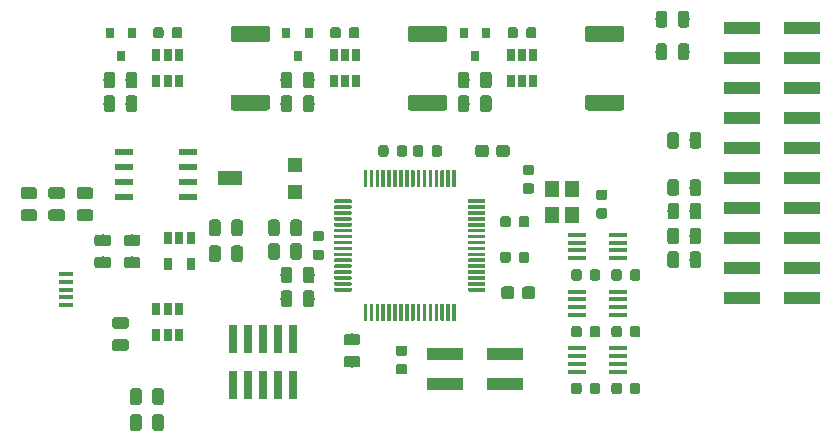
<source format=gbr>
G04 #@! TF.GenerationSoftware,KiCad,Pcbnew,5.0.2-bee76a0~70~ubuntu18.04.1*
G04 #@! TF.CreationDate,2019-12-11T08:43:07+01:00*
G04 #@! TF.ProjectId,lynsyn,6c796e73-796e-42e6-9b69-6361645f7063,rev?*
G04 #@! TF.SameCoordinates,Original*
G04 #@! TF.FileFunction,Paste,Top*
G04 #@! TF.FilePolarity,Positive*
%FSLAX46Y46*%
G04 Gerber Fmt 4.6, Leading zero omitted, Abs format (unit mm)*
G04 Created by KiCad (PCBNEW 5.0.2-bee76a0~70~ubuntu18.04.1) date on. 11. des. 2019 kl. 08.43 +0100*
%MOMM*%
%LPD*%
G01*
G04 APERTURE LIST*
%ADD10R,3.150000X1.000000*%
%ADD11C,0.100000*%
%ADD12C,0.975000*%
%ADD13C,0.875000*%
%ADD14C,1.050000*%
%ADD15C,1.350000*%
%ADD16R,0.650000X1.060000*%
%ADD17R,1.600000X0.300000*%
%ADD18R,1.200000X1.400000*%
%ADD19R,0.800000X0.900000*%
%ADD20R,1.300000X0.450000*%
%ADD21R,1.300000X1.300000*%
%ADD22R,2.000000X1.300000*%
%ADD23C,0.300000*%
%ADD24R,1.550000X0.600000*%
%ADD25R,0.740000X2.400000*%
G04 APERTURE END LIST*
D10*
G04 #@! TO.C,J3*
X136940000Y-108760000D03*
X141990000Y-108760000D03*
X136940000Y-111300000D03*
X141990000Y-111300000D03*
X136940000Y-113840000D03*
X141990000Y-113840000D03*
X136940000Y-116380000D03*
X141990000Y-116380000D03*
X136940000Y-118920000D03*
X141990000Y-118920000D03*
X136940000Y-121460000D03*
X141990000Y-121460000D03*
X136940000Y-124000000D03*
X141990000Y-124000000D03*
X136940000Y-126540000D03*
X141990000Y-126540000D03*
X136940000Y-129080000D03*
X141990000Y-129080000D03*
X136940000Y-131620000D03*
X141990000Y-131620000D03*
G04 #@! TD*
D11*
G04 #@! TO.C,C1*
G36*
X99457642Y-126991174D02*
X99481303Y-126994684D01*
X99504507Y-127000496D01*
X99527029Y-127008554D01*
X99548653Y-127018782D01*
X99569170Y-127031079D01*
X99588383Y-127045329D01*
X99606107Y-127061393D01*
X99622171Y-127079117D01*
X99636421Y-127098330D01*
X99648718Y-127118847D01*
X99658946Y-127140471D01*
X99667004Y-127162993D01*
X99672816Y-127186197D01*
X99676326Y-127209858D01*
X99677500Y-127233750D01*
X99677500Y-128146250D01*
X99676326Y-128170142D01*
X99672816Y-128193803D01*
X99667004Y-128217007D01*
X99658946Y-128239529D01*
X99648718Y-128261153D01*
X99636421Y-128281670D01*
X99622171Y-128300883D01*
X99606107Y-128318607D01*
X99588383Y-128334671D01*
X99569170Y-128348921D01*
X99548653Y-128361218D01*
X99527029Y-128371446D01*
X99504507Y-128379504D01*
X99481303Y-128385316D01*
X99457642Y-128388826D01*
X99433750Y-128390000D01*
X98946250Y-128390000D01*
X98922358Y-128388826D01*
X98898697Y-128385316D01*
X98875493Y-128379504D01*
X98852971Y-128371446D01*
X98831347Y-128361218D01*
X98810830Y-128348921D01*
X98791617Y-128334671D01*
X98773893Y-128318607D01*
X98757829Y-128300883D01*
X98743579Y-128281670D01*
X98731282Y-128261153D01*
X98721054Y-128239529D01*
X98712996Y-128217007D01*
X98707184Y-128193803D01*
X98703674Y-128170142D01*
X98702500Y-128146250D01*
X98702500Y-127233750D01*
X98703674Y-127209858D01*
X98707184Y-127186197D01*
X98712996Y-127162993D01*
X98721054Y-127140471D01*
X98731282Y-127118847D01*
X98743579Y-127098330D01*
X98757829Y-127079117D01*
X98773893Y-127061393D01*
X98791617Y-127045329D01*
X98810830Y-127031079D01*
X98831347Y-127018782D01*
X98852971Y-127008554D01*
X98875493Y-127000496D01*
X98898697Y-126994684D01*
X98922358Y-126991174D01*
X98946250Y-126990000D01*
X99433750Y-126990000D01*
X99457642Y-126991174D01*
X99457642Y-126991174D01*
G37*
D12*
X99190000Y-127690000D03*
D11*
G36*
X97582642Y-126991174D02*
X97606303Y-126994684D01*
X97629507Y-127000496D01*
X97652029Y-127008554D01*
X97673653Y-127018782D01*
X97694170Y-127031079D01*
X97713383Y-127045329D01*
X97731107Y-127061393D01*
X97747171Y-127079117D01*
X97761421Y-127098330D01*
X97773718Y-127118847D01*
X97783946Y-127140471D01*
X97792004Y-127162993D01*
X97797816Y-127186197D01*
X97801326Y-127209858D01*
X97802500Y-127233750D01*
X97802500Y-128146250D01*
X97801326Y-128170142D01*
X97797816Y-128193803D01*
X97792004Y-128217007D01*
X97783946Y-128239529D01*
X97773718Y-128261153D01*
X97761421Y-128281670D01*
X97747171Y-128300883D01*
X97731107Y-128318607D01*
X97713383Y-128334671D01*
X97694170Y-128348921D01*
X97673653Y-128361218D01*
X97652029Y-128371446D01*
X97629507Y-128379504D01*
X97606303Y-128385316D01*
X97582642Y-128388826D01*
X97558750Y-128390000D01*
X97071250Y-128390000D01*
X97047358Y-128388826D01*
X97023697Y-128385316D01*
X97000493Y-128379504D01*
X96977971Y-128371446D01*
X96956347Y-128361218D01*
X96935830Y-128348921D01*
X96916617Y-128334671D01*
X96898893Y-128318607D01*
X96882829Y-128300883D01*
X96868579Y-128281670D01*
X96856282Y-128261153D01*
X96846054Y-128239529D01*
X96837996Y-128217007D01*
X96832184Y-128193803D01*
X96828674Y-128170142D01*
X96827500Y-128146250D01*
X96827500Y-127233750D01*
X96828674Y-127209858D01*
X96832184Y-127186197D01*
X96837996Y-127162993D01*
X96846054Y-127140471D01*
X96856282Y-127118847D01*
X96868579Y-127098330D01*
X96882829Y-127079117D01*
X96898893Y-127061393D01*
X96916617Y-127045329D01*
X96935830Y-127031079D01*
X96956347Y-127018782D01*
X96977971Y-127008554D01*
X97000493Y-127000496D01*
X97023697Y-126994684D01*
X97047358Y-126991174D01*
X97071250Y-126990000D01*
X97558750Y-126990000D01*
X97582642Y-126991174D01*
X97582642Y-126991174D01*
G37*
D12*
X97315000Y-127690000D03*
G04 #@! TD*
D11*
G04 #@! TO.C,C2*
G36*
X104395142Y-136541174D02*
X104418803Y-136544684D01*
X104442007Y-136550496D01*
X104464529Y-136558554D01*
X104486153Y-136568782D01*
X104506670Y-136581079D01*
X104525883Y-136595329D01*
X104543607Y-136611393D01*
X104559671Y-136629117D01*
X104573921Y-136648330D01*
X104586218Y-136668847D01*
X104596446Y-136690471D01*
X104604504Y-136712993D01*
X104610316Y-136736197D01*
X104613826Y-136759858D01*
X104615000Y-136783750D01*
X104615000Y-137271250D01*
X104613826Y-137295142D01*
X104610316Y-137318803D01*
X104604504Y-137342007D01*
X104596446Y-137364529D01*
X104586218Y-137386153D01*
X104573921Y-137406670D01*
X104559671Y-137425883D01*
X104543607Y-137443607D01*
X104525883Y-137459671D01*
X104506670Y-137473921D01*
X104486153Y-137486218D01*
X104464529Y-137496446D01*
X104442007Y-137504504D01*
X104418803Y-137510316D01*
X104395142Y-137513826D01*
X104371250Y-137515000D01*
X103458750Y-137515000D01*
X103434858Y-137513826D01*
X103411197Y-137510316D01*
X103387993Y-137504504D01*
X103365471Y-137496446D01*
X103343847Y-137486218D01*
X103323330Y-137473921D01*
X103304117Y-137459671D01*
X103286393Y-137443607D01*
X103270329Y-137425883D01*
X103256079Y-137406670D01*
X103243782Y-137386153D01*
X103233554Y-137364529D01*
X103225496Y-137342007D01*
X103219684Y-137318803D01*
X103216174Y-137295142D01*
X103215000Y-137271250D01*
X103215000Y-136783750D01*
X103216174Y-136759858D01*
X103219684Y-136736197D01*
X103225496Y-136712993D01*
X103233554Y-136690471D01*
X103243782Y-136668847D01*
X103256079Y-136648330D01*
X103270329Y-136629117D01*
X103286393Y-136611393D01*
X103304117Y-136595329D01*
X103323330Y-136581079D01*
X103343847Y-136568782D01*
X103365471Y-136558554D01*
X103387993Y-136550496D01*
X103411197Y-136544684D01*
X103434858Y-136541174D01*
X103458750Y-136540000D01*
X104371250Y-136540000D01*
X104395142Y-136541174D01*
X104395142Y-136541174D01*
G37*
D12*
X103915000Y-137027500D03*
D11*
G36*
X104395142Y-134666174D02*
X104418803Y-134669684D01*
X104442007Y-134675496D01*
X104464529Y-134683554D01*
X104486153Y-134693782D01*
X104506670Y-134706079D01*
X104525883Y-134720329D01*
X104543607Y-134736393D01*
X104559671Y-134754117D01*
X104573921Y-134773330D01*
X104586218Y-134793847D01*
X104596446Y-134815471D01*
X104604504Y-134837993D01*
X104610316Y-134861197D01*
X104613826Y-134884858D01*
X104615000Y-134908750D01*
X104615000Y-135396250D01*
X104613826Y-135420142D01*
X104610316Y-135443803D01*
X104604504Y-135467007D01*
X104596446Y-135489529D01*
X104586218Y-135511153D01*
X104573921Y-135531670D01*
X104559671Y-135550883D01*
X104543607Y-135568607D01*
X104525883Y-135584671D01*
X104506670Y-135598921D01*
X104486153Y-135611218D01*
X104464529Y-135621446D01*
X104442007Y-135629504D01*
X104418803Y-135635316D01*
X104395142Y-135638826D01*
X104371250Y-135640000D01*
X103458750Y-135640000D01*
X103434858Y-135638826D01*
X103411197Y-135635316D01*
X103387993Y-135629504D01*
X103365471Y-135621446D01*
X103343847Y-135611218D01*
X103323330Y-135598921D01*
X103304117Y-135584671D01*
X103286393Y-135568607D01*
X103270329Y-135550883D01*
X103256079Y-135531670D01*
X103243782Y-135511153D01*
X103233554Y-135489529D01*
X103225496Y-135467007D01*
X103219684Y-135443803D01*
X103216174Y-135420142D01*
X103215000Y-135396250D01*
X103215000Y-134908750D01*
X103216174Y-134884858D01*
X103219684Y-134861197D01*
X103225496Y-134837993D01*
X103233554Y-134815471D01*
X103243782Y-134793847D01*
X103256079Y-134773330D01*
X103270329Y-134754117D01*
X103286393Y-134736393D01*
X103304117Y-134720329D01*
X103323330Y-134706079D01*
X103343847Y-134693782D01*
X103365471Y-134683554D01*
X103387993Y-134675496D01*
X103411197Y-134669684D01*
X103434858Y-134666174D01*
X103458750Y-134665000D01*
X104371250Y-134665000D01*
X104395142Y-134666174D01*
X104395142Y-134666174D01*
G37*
D12*
X103915000Y-135152500D03*
G04 #@! TD*
D11*
G04 #@! TO.C,C3*
G36*
X99457642Y-124991174D02*
X99481303Y-124994684D01*
X99504507Y-125000496D01*
X99527029Y-125008554D01*
X99548653Y-125018782D01*
X99569170Y-125031079D01*
X99588383Y-125045329D01*
X99606107Y-125061393D01*
X99622171Y-125079117D01*
X99636421Y-125098330D01*
X99648718Y-125118847D01*
X99658946Y-125140471D01*
X99667004Y-125162993D01*
X99672816Y-125186197D01*
X99676326Y-125209858D01*
X99677500Y-125233750D01*
X99677500Y-126146250D01*
X99676326Y-126170142D01*
X99672816Y-126193803D01*
X99667004Y-126217007D01*
X99658946Y-126239529D01*
X99648718Y-126261153D01*
X99636421Y-126281670D01*
X99622171Y-126300883D01*
X99606107Y-126318607D01*
X99588383Y-126334671D01*
X99569170Y-126348921D01*
X99548653Y-126361218D01*
X99527029Y-126371446D01*
X99504507Y-126379504D01*
X99481303Y-126385316D01*
X99457642Y-126388826D01*
X99433750Y-126390000D01*
X98946250Y-126390000D01*
X98922358Y-126388826D01*
X98898697Y-126385316D01*
X98875493Y-126379504D01*
X98852971Y-126371446D01*
X98831347Y-126361218D01*
X98810830Y-126348921D01*
X98791617Y-126334671D01*
X98773893Y-126318607D01*
X98757829Y-126300883D01*
X98743579Y-126281670D01*
X98731282Y-126261153D01*
X98721054Y-126239529D01*
X98712996Y-126217007D01*
X98707184Y-126193803D01*
X98703674Y-126170142D01*
X98702500Y-126146250D01*
X98702500Y-125233750D01*
X98703674Y-125209858D01*
X98707184Y-125186197D01*
X98712996Y-125162993D01*
X98721054Y-125140471D01*
X98731282Y-125118847D01*
X98743579Y-125098330D01*
X98757829Y-125079117D01*
X98773893Y-125061393D01*
X98791617Y-125045329D01*
X98810830Y-125031079D01*
X98831347Y-125018782D01*
X98852971Y-125008554D01*
X98875493Y-125000496D01*
X98898697Y-124994684D01*
X98922358Y-124991174D01*
X98946250Y-124990000D01*
X99433750Y-124990000D01*
X99457642Y-124991174D01*
X99457642Y-124991174D01*
G37*
D12*
X99190000Y-125690000D03*
D11*
G36*
X97582642Y-124991174D02*
X97606303Y-124994684D01*
X97629507Y-125000496D01*
X97652029Y-125008554D01*
X97673653Y-125018782D01*
X97694170Y-125031079D01*
X97713383Y-125045329D01*
X97731107Y-125061393D01*
X97747171Y-125079117D01*
X97761421Y-125098330D01*
X97773718Y-125118847D01*
X97783946Y-125140471D01*
X97792004Y-125162993D01*
X97797816Y-125186197D01*
X97801326Y-125209858D01*
X97802500Y-125233750D01*
X97802500Y-126146250D01*
X97801326Y-126170142D01*
X97797816Y-126193803D01*
X97792004Y-126217007D01*
X97783946Y-126239529D01*
X97773718Y-126261153D01*
X97761421Y-126281670D01*
X97747171Y-126300883D01*
X97731107Y-126318607D01*
X97713383Y-126334671D01*
X97694170Y-126348921D01*
X97673653Y-126361218D01*
X97652029Y-126371446D01*
X97629507Y-126379504D01*
X97606303Y-126385316D01*
X97582642Y-126388826D01*
X97558750Y-126390000D01*
X97071250Y-126390000D01*
X97047358Y-126388826D01*
X97023697Y-126385316D01*
X97000493Y-126379504D01*
X96977971Y-126371446D01*
X96956347Y-126361218D01*
X96935830Y-126348921D01*
X96916617Y-126334671D01*
X96898893Y-126318607D01*
X96882829Y-126300883D01*
X96868579Y-126281670D01*
X96856282Y-126261153D01*
X96846054Y-126239529D01*
X96837996Y-126217007D01*
X96832184Y-126193803D01*
X96828674Y-126170142D01*
X96827500Y-126146250D01*
X96827500Y-125233750D01*
X96828674Y-125209858D01*
X96832184Y-125186197D01*
X96837996Y-125162993D01*
X96846054Y-125140471D01*
X96856282Y-125118847D01*
X96868579Y-125098330D01*
X96882829Y-125079117D01*
X96898893Y-125061393D01*
X96916617Y-125045329D01*
X96935830Y-125031079D01*
X96956347Y-125018782D01*
X96977971Y-125008554D01*
X97000493Y-125000496D01*
X97023697Y-124994684D01*
X97047358Y-124991174D01*
X97071250Y-124990000D01*
X97558750Y-124990000D01*
X97582642Y-124991174D01*
X97582642Y-124991174D01*
G37*
D12*
X97315000Y-125690000D03*
G04 #@! TD*
D11*
G04 #@! TO.C,C4*
G36*
X106817691Y-118716053D02*
X106838926Y-118719203D01*
X106859750Y-118724419D01*
X106879962Y-118731651D01*
X106899368Y-118740830D01*
X106917781Y-118751866D01*
X106935024Y-118764654D01*
X106950930Y-118779070D01*
X106965346Y-118794976D01*
X106978134Y-118812219D01*
X106989170Y-118830632D01*
X106998349Y-118850038D01*
X107005581Y-118870250D01*
X107010797Y-118891074D01*
X107013947Y-118912309D01*
X107015000Y-118933750D01*
X107015000Y-119446250D01*
X107013947Y-119467691D01*
X107010797Y-119488926D01*
X107005581Y-119509750D01*
X106998349Y-119529962D01*
X106989170Y-119549368D01*
X106978134Y-119567781D01*
X106965346Y-119585024D01*
X106950930Y-119600930D01*
X106935024Y-119615346D01*
X106917781Y-119628134D01*
X106899368Y-119639170D01*
X106879962Y-119648349D01*
X106859750Y-119655581D01*
X106838926Y-119660797D01*
X106817691Y-119663947D01*
X106796250Y-119665000D01*
X106358750Y-119665000D01*
X106337309Y-119663947D01*
X106316074Y-119660797D01*
X106295250Y-119655581D01*
X106275038Y-119648349D01*
X106255632Y-119639170D01*
X106237219Y-119628134D01*
X106219976Y-119615346D01*
X106204070Y-119600930D01*
X106189654Y-119585024D01*
X106176866Y-119567781D01*
X106165830Y-119549368D01*
X106156651Y-119529962D01*
X106149419Y-119509750D01*
X106144203Y-119488926D01*
X106141053Y-119467691D01*
X106140000Y-119446250D01*
X106140000Y-118933750D01*
X106141053Y-118912309D01*
X106144203Y-118891074D01*
X106149419Y-118870250D01*
X106156651Y-118850038D01*
X106165830Y-118830632D01*
X106176866Y-118812219D01*
X106189654Y-118794976D01*
X106204070Y-118779070D01*
X106219976Y-118764654D01*
X106237219Y-118751866D01*
X106255632Y-118740830D01*
X106275038Y-118731651D01*
X106295250Y-118724419D01*
X106316074Y-118719203D01*
X106337309Y-118716053D01*
X106358750Y-118715000D01*
X106796250Y-118715000D01*
X106817691Y-118716053D01*
X106817691Y-118716053D01*
G37*
D13*
X106577500Y-119190000D03*
D11*
G36*
X108392691Y-118716053D02*
X108413926Y-118719203D01*
X108434750Y-118724419D01*
X108454962Y-118731651D01*
X108474368Y-118740830D01*
X108492781Y-118751866D01*
X108510024Y-118764654D01*
X108525930Y-118779070D01*
X108540346Y-118794976D01*
X108553134Y-118812219D01*
X108564170Y-118830632D01*
X108573349Y-118850038D01*
X108580581Y-118870250D01*
X108585797Y-118891074D01*
X108588947Y-118912309D01*
X108590000Y-118933750D01*
X108590000Y-119446250D01*
X108588947Y-119467691D01*
X108585797Y-119488926D01*
X108580581Y-119509750D01*
X108573349Y-119529962D01*
X108564170Y-119549368D01*
X108553134Y-119567781D01*
X108540346Y-119585024D01*
X108525930Y-119600930D01*
X108510024Y-119615346D01*
X108492781Y-119628134D01*
X108474368Y-119639170D01*
X108454962Y-119648349D01*
X108434750Y-119655581D01*
X108413926Y-119660797D01*
X108392691Y-119663947D01*
X108371250Y-119665000D01*
X107933750Y-119665000D01*
X107912309Y-119663947D01*
X107891074Y-119660797D01*
X107870250Y-119655581D01*
X107850038Y-119648349D01*
X107830632Y-119639170D01*
X107812219Y-119628134D01*
X107794976Y-119615346D01*
X107779070Y-119600930D01*
X107764654Y-119585024D01*
X107751866Y-119567781D01*
X107740830Y-119549368D01*
X107731651Y-119529962D01*
X107724419Y-119509750D01*
X107719203Y-119488926D01*
X107716053Y-119467691D01*
X107715000Y-119446250D01*
X107715000Y-118933750D01*
X107716053Y-118912309D01*
X107719203Y-118891074D01*
X107724419Y-118870250D01*
X107731651Y-118850038D01*
X107740830Y-118830632D01*
X107751866Y-118812219D01*
X107764654Y-118794976D01*
X107779070Y-118779070D01*
X107794976Y-118764654D01*
X107812219Y-118751866D01*
X107830632Y-118740830D01*
X107850038Y-118731651D01*
X107870250Y-118724419D01*
X107891074Y-118719203D01*
X107912309Y-118716053D01*
X107933750Y-118715000D01*
X108371250Y-118715000D01*
X108392691Y-118716053D01*
X108392691Y-118716053D01*
G37*
D13*
X108152500Y-119190000D03*
G04 #@! TD*
D11*
G04 #@! TO.C,C5*
G36*
X109767691Y-118716053D02*
X109788926Y-118719203D01*
X109809750Y-118724419D01*
X109829962Y-118731651D01*
X109849368Y-118740830D01*
X109867781Y-118751866D01*
X109885024Y-118764654D01*
X109900930Y-118779070D01*
X109915346Y-118794976D01*
X109928134Y-118812219D01*
X109939170Y-118830632D01*
X109948349Y-118850038D01*
X109955581Y-118870250D01*
X109960797Y-118891074D01*
X109963947Y-118912309D01*
X109965000Y-118933750D01*
X109965000Y-119446250D01*
X109963947Y-119467691D01*
X109960797Y-119488926D01*
X109955581Y-119509750D01*
X109948349Y-119529962D01*
X109939170Y-119549368D01*
X109928134Y-119567781D01*
X109915346Y-119585024D01*
X109900930Y-119600930D01*
X109885024Y-119615346D01*
X109867781Y-119628134D01*
X109849368Y-119639170D01*
X109829962Y-119648349D01*
X109809750Y-119655581D01*
X109788926Y-119660797D01*
X109767691Y-119663947D01*
X109746250Y-119665000D01*
X109308750Y-119665000D01*
X109287309Y-119663947D01*
X109266074Y-119660797D01*
X109245250Y-119655581D01*
X109225038Y-119648349D01*
X109205632Y-119639170D01*
X109187219Y-119628134D01*
X109169976Y-119615346D01*
X109154070Y-119600930D01*
X109139654Y-119585024D01*
X109126866Y-119567781D01*
X109115830Y-119549368D01*
X109106651Y-119529962D01*
X109099419Y-119509750D01*
X109094203Y-119488926D01*
X109091053Y-119467691D01*
X109090000Y-119446250D01*
X109090000Y-118933750D01*
X109091053Y-118912309D01*
X109094203Y-118891074D01*
X109099419Y-118870250D01*
X109106651Y-118850038D01*
X109115830Y-118830632D01*
X109126866Y-118812219D01*
X109139654Y-118794976D01*
X109154070Y-118779070D01*
X109169976Y-118764654D01*
X109187219Y-118751866D01*
X109205632Y-118740830D01*
X109225038Y-118731651D01*
X109245250Y-118724419D01*
X109266074Y-118719203D01*
X109287309Y-118716053D01*
X109308750Y-118715000D01*
X109746250Y-118715000D01*
X109767691Y-118716053D01*
X109767691Y-118716053D01*
G37*
D13*
X109527500Y-119190000D03*
D11*
G36*
X111342691Y-118716053D02*
X111363926Y-118719203D01*
X111384750Y-118724419D01*
X111404962Y-118731651D01*
X111424368Y-118740830D01*
X111442781Y-118751866D01*
X111460024Y-118764654D01*
X111475930Y-118779070D01*
X111490346Y-118794976D01*
X111503134Y-118812219D01*
X111514170Y-118830632D01*
X111523349Y-118850038D01*
X111530581Y-118870250D01*
X111535797Y-118891074D01*
X111538947Y-118912309D01*
X111540000Y-118933750D01*
X111540000Y-119446250D01*
X111538947Y-119467691D01*
X111535797Y-119488926D01*
X111530581Y-119509750D01*
X111523349Y-119529962D01*
X111514170Y-119549368D01*
X111503134Y-119567781D01*
X111490346Y-119585024D01*
X111475930Y-119600930D01*
X111460024Y-119615346D01*
X111442781Y-119628134D01*
X111424368Y-119639170D01*
X111404962Y-119648349D01*
X111384750Y-119655581D01*
X111363926Y-119660797D01*
X111342691Y-119663947D01*
X111321250Y-119665000D01*
X110883750Y-119665000D01*
X110862309Y-119663947D01*
X110841074Y-119660797D01*
X110820250Y-119655581D01*
X110800038Y-119648349D01*
X110780632Y-119639170D01*
X110762219Y-119628134D01*
X110744976Y-119615346D01*
X110729070Y-119600930D01*
X110714654Y-119585024D01*
X110701866Y-119567781D01*
X110690830Y-119549368D01*
X110681651Y-119529962D01*
X110674419Y-119509750D01*
X110669203Y-119488926D01*
X110666053Y-119467691D01*
X110665000Y-119446250D01*
X110665000Y-118933750D01*
X110666053Y-118912309D01*
X110669203Y-118891074D01*
X110674419Y-118870250D01*
X110681651Y-118850038D01*
X110690830Y-118830632D01*
X110701866Y-118812219D01*
X110714654Y-118794976D01*
X110729070Y-118779070D01*
X110744976Y-118764654D01*
X110762219Y-118751866D01*
X110780632Y-118740830D01*
X110800038Y-118731651D01*
X110820250Y-118724419D01*
X110841074Y-118719203D01*
X110862309Y-118716053D01*
X110883750Y-118715000D01*
X111321250Y-118715000D01*
X111342691Y-118716053D01*
X111342691Y-118716053D01*
G37*
D13*
X111102500Y-119190000D03*
G04 #@! TD*
D11*
G04 #@! TO.C,C6*
G36*
X117039505Y-118666204D02*
X117063773Y-118669804D01*
X117087572Y-118675765D01*
X117110671Y-118684030D01*
X117132850Y-118694520D01*
X117153893Y-118707132D01*
X117173599Y-118721747D01*
X117191777Y-118738223D01*
X117208253Y-118756401D01*
X117222868Y-118776107D01*
X117235480Y-118797150D01*
X117245970Y-118819329D01*
X117254235Y-118842428D01*
X117260196Y-118866227D01*
X117263796Y-118890495D01*
X117265000Y-118914999D01*
X117265000Y-119465001D01*
X117263796Y-119489505D01*
X117260196Y-119513773D01*
X117254235Y-119537572D01*
X117245970Y-119560671D01*
X117235480Y-119582850D01*
X117222868Y-119603893D01*
X117208253Y-119623599D01*
X117191777Y-119641777D01*
X117173599Y-119658253D01*
X117153893Y-119672868D01*
X117132850Y-119685480D01*
X117110671Y-119695970D01*
X117087572Y-119704235D01*
X117063773Y-119710196D01*
X117039505Y-119713796D01*
X117015001Y-119715000D01*
X116389999Y-119715000D01*
X116365495Y-119713796D01*
X116341227Y-119710196D01*
X116317428Y-119704235D01*
X116294329Y-119695970D01*
X116272150Y-119685480D01*
X116251107Y-119672868D01*
X116231401Y-119658253D01*
X116213223Y-119641777D01*
X116196747Y-119623599D01*
X116182132Y-119603893D01*
X116169520Y-119582850D01*
X116159030Y-119560671D01*
X116150765Y-119537572D01*
X116144804Y-119513773D01*
X116141204Y-119489505D01*
X116140000Y-119465001D01*
X116140000Y-118914999D01*
X116141204Y-118890495D01*
X116144804Y-118866227D01*
X116150765Y-118842428D01*
X116159030Y-118819329D01*
X116169520Y-118797150D01*
X116182132Y-118776107D01*
X116196747Y-118756401D01*
X116213223Y-118738223D01*
X116231401Y-118721747D01*
X116251107Y-118707132D01*
X116272150Y-118694520D01*
X116294329Y-118684030D01*
X116317428Y-118675765D01*
X116341227Y-118669804D01*
X116365495Y-118666204D01*
X116389999Y-118665000D01*
X117015001Y-118665000D01*
X117039505Y-118666204D01*
X117039505Y-118666204D01*
G37*
D14*
X116702500Y-119190000D03*
D11*
G36*
X115264505Y-118666204D02*
X115288773Y-118669804D01*
X115312572Y-118675765D01*
X115335671Y-118684030D01*
X115357850Y-118694520D01*
X115378893Y-118707132D01*
X115398599Y-118721747D01*
X115416777Y-118738223D01*
X115433253Y-118756401D01*
X115447868Y-118776107D01*
X115460480Y-118797150D01*
X115470970Y-118819329D01*
X115479235Y-118842428D01*
X115485196Y-118866227D01*
X115488796Y-118890495D01*
X115490000Y-118914999D01*
X115490000Y-119465001D01*
X115488796Y-119489505D01*
X115485196Y-119513773D01*
X115479235Y-119537572D01*
X115470970Y-119560671D01*
X115460480Y-119582850D01*
X115447868Y-119603893D01*
X115433253Y-119623599D01*
X115416777Y-119641777D01*
X115398599Y-119658253D01*
X115378893Y-119672868D01*
X115357850Y-119685480D01*
X115335671Y-119695970D01*
X115312572Y-119704235D01*
X115288773Y-119710196D01*
X115264505Y-119713796D01*
X115240001Y-119715000D01*
X114614999Y-119715000D01*
X114590495Y-119713796D01*
X114566227Y-119710196D01*
X114542428Y-119704235D01*
X114519329Y-119695970D01*
X114497150Y-119685480D01*
X114476107Y-119672868D01*
X114456401Y-119658253D01*
X114438223Y-119641777D01*
X114421747Y-119623599D01*
X114407132Y-119603893D01*
X114394520Y-119582850D01*
X114384030Y-119560671D01*
X114375765Y-119537572D01*
X114369804Y-119513773D01*
X114366204Y-119489505D01*
X114365000Y-119465001D01*
X114365000Y-118914999D01*
X114366204Y-118890495D01*
X114369804Y-118866227D01*
X114375765Y-118842428D01*
X114384030Y-118819329D01*
X114394520Y-118797150D01*
X114407132Y-118776107D01*
X114421747Y-118756401D01*
X114438223Y-118738223D01*
X114456401Y-118721747D01*
X114476107Y-118707132D01*
X114497150Y-118694520D01*
X114519329Y-118684030D01*
X114542428Y-118675765D01*
X114566227Y-118669804D01*
X114590495Y-118666204D01*
X114614999Y-118665000D01*
X115240001Y-118665000D01*
X115264505Y-118666204D01*
X115264505Y-118666204D01*
G37*
D14*
X114927500Y-119190000D03*
G04 #@! TD*
D11*
G04 #@! TO.C,C7*
G36*
X117155191Y-127716053D02*
X117176426Y-127719203D01*
X117197250Y-127724419D01*
X117217462Y-127731651D01*
X117236868Y-127740830D01*
X117255281Y-127751866D01*
X117272524Y-127764654D01*
X117288430Y-127779070D01*
X117302846Y-127794976D01*
X117315634Y-127812219D01*
X117326670Y-127830632D01*
X117335849Y-127850038D01*
X117343081Y-127870250D01*
X117348297Y-127891074D01*
X117351447Y-127912309D01*
X117352500Y-127933750D01*
X117352500Y-128446250D01*
X117351447Y-128467691D01*
X117348297Y-128488926D01*
X117343081Y-128509750D01*
X117335849Y-128529962D01*
X117326670Y-128549368D01*
X117315634Y-128567781D01*
X117302846Y-128585024D01*
X117288430Y-128600930D01*
X117272524Y-128615346D01*
X117255281Y-128628134D01*
X117236868Y-128639170D01*
X117217462Y-128648349D01*
X117197250Y-128655581D01*
X117176426Y-128660797D01*
X117155191Y-128663947D01*
X117133750Y-128665000D01*
X116696250Y-128665000D01*
X116674809Y-128663947D01*
X116653574Y-128660797D01*
X116632750Y-128655581D01*
X116612538Y-128648349D01*
X116593132Y-128639170D01*
X116574719Y-128628134D01*
X116557476Y-128615346D01*
X116541570Y-128600930D01*
X116527154Y-128585024D01*
X116514366Y-128567781D01*
X116503330Y-128549368D01*
X116494151Y-128529962D01*
X116486919Y-128509750D01*
X116481703Y-128488926D01*
X116478553Y-128467691D01*
X116477500Y-128446250D01*
X116477500Y-127933750D01*
X116478553Y-127912309D01*
X116481703Y-127891074D01*
X116486919Y-127870250D01*
X116494151Y-127850038D01*
X116503330Y-127830632D01*
X116514366Y-127812219D01*
X116527154Y-127794976D01*
X116541570Y-127779070D01*
X116557476Y-127764654D01*
X116574719Y-127751866D01*
X116593132Y-127740830D01*
X116612538Y-127731651D01*
X116632750Y-127724419D01*
X116653574Y-127719203D01*
X116674809Y-127716053D01*
X116696250Y-127715000D01*
X117133750Y-127715000D01*
X117155191Y-127716053D01*
X117155191Y-127716053D01*
G37*
D13*
X116915000Y-128190000D03*
D11*
G36*
X118730191Y-127716053D02*
X118751426Y-127719203D01*
X118772250Y-127724419D01*
X118792462Y-127731651D01*
X118811868Y-127740830D01*
X118830281Y-127751866D01*
X118847524Y-127764654D01*
X118863430Y-127779070D01*
X118877846Y-127794976D01*
X118890634Y-127812219D01*
X118901670Y-127830632D01*
X118910849Y-127850038D01*
X118918081Y-127870250D01*
X118923297Y-127891074D01*
X118926447Y-127912309D01*
X118927500Y-127933750D01*
X118927500Y-128446250D01*
X118926447Y-128467691D01*
X118923297Y-128488926D01*
X118918081Y-128509750D01*
X118910849Y-128529962D01*
X118901670Y-128549368D01*
X118890634Y-128567781D01*
X118877846Y-128585024D01*
X118863430Y-128600930D01*
X118847524Y-128615346D01*
X118830281Y-128628134D01*
X118811868Y-128639170D01*
X118792462Y-128648349D01*
X118772250Y-128655581D01*
X118751426Y-128660797D01*
X118730191Y-128663947D01*
X118708750Y-128665000D01*
X118271250Y-128665000D01*
X118249809Y-128663947D01*
X118228574Y-128660797D01*
X118207750Y-128655581D01*
X118187538Y-128648349D01*
X118168132Y-128639170D01*
X118149719Y-128628134D01*
X118132476Y-128615346D01*
X118116570Y-128600930D01*
X118102154Y-128585024D01*
X118089366Y-128567781D01*
X118078330Y-128549368D01*
X118069151Y-128529962D01*
X118061919Y-128509750D01*
X118056703Y-128488926D01*
X118053553Y-128467691D01*
X118052500Y-128446250D01*
X118052500Y-127933750D01*
X118053553Y-127912309D01*
X118056703Y-127891074D01*
X118061919Y-127870250D01*
X118069151Y-127850038D01*
X118078330Y-127830632D01*
X118089366Y-127812219D01*
X118102154Y-127794976D01*
X118116570Y-127779070D01*
X118132476Y-127764654D01*
X118149719Y-127751866D01*
X118168132Y-127740830D01*
X118187538Y-127731651D01*
X118207750Y-127724419D01*
X118228574Y-127719203D01*
X118249809Y-127716053D01*
X118271250Y-127715000D01*
X118708750Y-127715000D01*
X118730191Y-127716053D01*
X118730191Y-127716053D01*
G37*
D13*
X118490000Y-128190000D03*
G04 #@! TD*
D11*
G04 #@! TO.C,C8*
G36*
X108392691Y-135666053D02*
X108413926Y-135669203D01*
X108434750Y-135674419D01*
X108454962Y-135681651D01*
X108474368Y-135690830D01*
X108492781Y-135701866D01*
X108510024Y-135714654D01*
X108525930Y-135729070D01*
X108540346Y-135744976D01*
X108553134Y-135762219D01*
X108564170Y-135780632D01*
X108573349Y-135800038D01*
X108580581Y-135820250D01*
X108585797Y-135841074D01*
X108588947Y-135862309D01*
X108590000Y-135883750D01*
X108590000Y-136321250D01*
X108588947Y-136342691D01*
X108585797Y-136363926D01*
X108580581Y-136384750D01*
X108573349Y-136404962D01*
X108564170Y-136424368D01*
X108553134Y-136442781D01*
X108540346Y-136460024D01*
X108525930Y-136475930D01*
X108510024Y-136490346D01*
X108492781Y-136503134D01*
X108474368Y-136514170D01*
X108454962Y-136523349D01*
X108434750Y-136530581D01*
X108413926Y-136535797D01*
X108392691Y-136538947D01*
X108371250Y-136540000D01*
X107858750Y-136540000D01*
X107837309Y-136538947D01*
X107816074Y-136535797D01*
X107795250Y-136530581D01*
X107775038Y-136523349D01*
X107755632Y-136514170D01*
X107737219Y-136503134D01*
X107719976Y-136490346D01*
X107704070Y-136475930D01*
X107689654Y-136460024D01*
X107676866Y-136442781D01*
X107665830Y-136424368D01*
X107656651Y-136404962D01*
X107649419Y-136384750D01*
X107644203Y-136363926D01*
X107641053Y-136342691D01*
X107640000Y-136321250D01*
X107640000Y-135883750D01*
X107641053Y-135862309D01*
X107644203Y-135841074D01*
X107649419Y-135820250D01*
X107656651Y-135800038D01*
X107665830Y-135780632D01*
X107676866Y-135762219D01*
X107689654Y-135744976D01*
X107704070Y-135729070D01*
X107719976Y-135714654D01*
X107737219Y-135701866D01*
X107755632Y-135690830D01*
X107775038Y-135681651D01*
X107795250Y-135674419D01*
X107816074Y-135669203D01*
X107837309Y-135666053D01*
X107858750Y-135665000D01*
X108371250Y-135665000D01*
X108392691Y-135666053D01*
X108392691Y-135666053D01*
G37*
D13*
X108115000Y-136102500D03*
D11*
G36*
X108392691Y-137241053D02*
X108413926Y-137244203D01*
X108434750Y-137249419D01*
X108454962Y-137256651D01*
X108474368Y-137265830D01*
X108492781Y-137276866D01*
X108510024Y-137289654D01*
X108525930Y-137304070D01*
X108540346Y-137319976D01*
X108553134Y-137337219D01*
X108564170Y-137355632D01*
X108573349Y-137375038D01*
X108580581Y-137395250D01*
X108585797Y-137416074D01*
X108588947Y-137437309D01*
X108590000Y-137458750D01*
X108590000Y-137896250D01*
X108588947Y-137917691D01*
X108585797Y-137938926D01*
X108580581Y-137959750D01*
X108573349Y-137979962D01*
X108564170Y-137999368D01*
X108553134Y-138017781D01*
X108540346Y-138035024D01*
X108525930Y-138050930D01*
X108510024Y-138065346D01*
X108492781Y-138078134D01*
X108474368Y-138089170D01*
X108454962Y-138098349D01*
X108434750Y-138105581D01*
X108413926Y-138110797D01*
X108392691Y-138113947D01*
X108371250Y-138115000D01*
X107858750Y-138115000D01*
X107837309Y-138113947D01*
X107816074Y-138110797D01*
X107795250Y-138105581D01*
X107775038Y-138098349D01*
X107755632Y-138089170D01*
X107737219Y-138078134D01*
X107719976Y-138065346D01*
X107704070Y-138050930D01*
X107689654Y-138035024D01*
X107676866Y-138017781D01*
X107665830Y-137999368D01*
X107656651Y-137979962D01*
X107649419Y-137959750D01*
X107644203Y-137938926D01*
X107641053Y-137917691D01*
X107640000Y-137896250D01*
X107640000Y-137458750D01*
X107641053Y-137437309D01*
X107644203Y-137416074D01*
X107649419Y-137395250D01*
X107656651Y-137375038D01*
X107665830Y-137355632D01*
X107676866Y-137337219D01*
X107689654Y-137319976D01*
X107704070Y-137304070D01*
X107719976Y-137289654D01*
X107737219Y-137276866D01*
X107755632Y-137265830D01*
X107775038Y-137256651D01*
X107795250Y-137249419D01*
X107816074Y-137244203D01*
X107837309Y-137241053D01*
X107858750Y-137240000D01*
X108371250Y-137240000D01*
X108392691Y-137241053D01*
X108392691Y-137241053D01*
G37*
D13*
X108115000Y-137677500D03*
G04 #@! TD*
D11*
G04 #@! TO.C,C9*
G36*
X101342691Y-127541053D02*
X101363926Y-127544203D01*
X101384750Y-127549419D01*
X101404962Y-127556651D01*
X101424368Y-127565830D01*
X101442781Y-127576866D01*
X101460024Y-127589654D01*
X101475930Y-127604070D01*
X101490346Y-127619976D01*
X101503134Y-127637219D01*
X101514170Y-127655632D01*
X101523349Y-127675038D01*
X101530581Y-127695250D01*
X101535797Y-127716074D01*
X101538947Y-127737309D01*
X101540000Y-127758750D01*
X101540000Y-128196250D01*
X101538947Y-128217691D01*
X101535797Y-128238926D01*
X101530581Y-128259750D01*
X101523349Y-128279962D01*
X101514170Y-128299368D01*
X101503134Y-128317781D01*
X101490346Y-128335024D01*
X101475930Y-128350930D01*
X101460024Y-128365346D01*
X101442781Y-128378134D01*
X101424368Y-128389170D01*
X101404962Y-128398349D01*
X101384750Y-128405581D01*
X101363926Y-128410797D01*
X101342691Y-128413947D01*
X101321250Y-128415000D01*
X100808750Y-128415000D01*
X100787309Y-128413947D01*
X100766074Y-128410797D01*
X100745250Y-128405581D01*
X100725038Y-128398349D01*
X100705632Y-128389170D01*
X100687219Y-128378134D01*
X100669976Y-128365346D01*
X100654070Y-128350930D01*
X100639654Y-128335024D01*
X100626866Y-128317781D01*
X100615830Y-128299368D01*
X100606651Y-128279962D01*
X100599419Y-128259750D01*
X100594203Y-128238926D01*
X100591053Y-128217691D01*
X100590000Y-128196250D01*
X100590000Y-127758750D01*
X100591053Y-127737309D01*
X100594203Y-127716074D01*
X100599419Y-127695250D01*
X100606651Y-127675038D01*
X100615830Y-127655632D01*
X100626866Y-127637219D01*
X100639654Y-127619976D01*
X100654070Y-127604070D01*
X100669976Y-127589654D01*
X100687219Y-127576866D01*
X100705632Y-127565830D01*
X100725038Y-127556651D01*
X100745250Y-127549419D01*
X100766074Y-127544203D01*
X100787309Y-127541053D01*
X100808750Y-127540000D01*
X101321250Y-127540000D01*
X101342691Y-127541053D01*
X101342691Y-127541053D01*
G37*
D13*
X101065000Y-127977500D03*
D11*
G36*
X101342691Y-125966053D02*
X101363926Y-125969203D01*
X101384750Y-125974419D01*
X101404962Y-125981651D01*
X101424368Y-125990830D01*
X101442781Y-126001866D01*
X101460024Y-126014654D01*
X101475930Y-126029070D01*
X101490346Y-126044976D01*
X101503134Y-126062219D01*
X101514170Y-126080632D01*
X101523349Y-126100038D01*
X101530581Y-126120250D01*
X101535797Y-126141074D01*
X101538947Y-126162309D01*
X101540000Y-126183750D01*
X101540000Y-126621250D01*
X101538947Y-126642691D01*
X101535797Y-126663926D01*
X101530581Y-126684750D01*
X101523349Y-126704962D01*
X101514170Y-126724368D01*
X101503134Y-126742781D01*
X101490346Y-126760024D01*
X101475930Y-126775930D01*
X101460024Y-126790346D01*
X101442781Y-126803134D01*
X101424368Y-126814170D01*
X101404962Y-126823349D01*
X101384750Y-126830581D01*
X101363926Y-126835797D01*
X101342691Y-126838947D01*
X101321250Y-126840000D01*
X100808750Y-126840000D01*
X100787309Y-126838947D01*
X100766074Y-126835797D01*
X100745250Y-126830581D01*
X100725038Y-126823349D01*
X100705632Y-126814170D01*
X100687219Y-126803134D01*
X100669976Y-126790346D01*
X100654070Y-126775930D01*
X100639654Y-126760024D01*
X100626866Y-126742781D01*
X100615830Y-126724368D01*
X100606651Y-126704962D01*
X100599419Y-126684750D01*
X100594203Y-126663926D01*
X100591053Y-126642691D01*
X100590000Y-126621250D01*
X100590000Y-126183750D01*
X100591053Y-126162309D01*
X100594203Y-126141074D01*
X100599419Y-126120250D01*
X100606651Y-126100038D01*
X100615830Y-126080632D01*
X100626866Y-126062219D01*
X100639654Y-126044976D01*
X100654070Y-126029070D01*
X100669976Y-126014654D01*
X100687219Y-126001866D01*
X100705632Y-125990830D01*
X100725038Y-125981651D01*
X100745250Y-125974419D01*
X100766074Y-125969203D01*
X100787309Y-125966053D01*
X100808750Y-125965000D01*
X101321250Y-125965000D01*
X101342691Y-125966053D01*
X101342691Y-125966053D01*
G37*
D13*
X101065000Y-126402500D03*
G04 #@! TD*
D11*
G04 #@! TO.C,C10*
G36*
X118730191Y-124716053D02*
X118751426Y-124719203D01*
X118772250Y-124724419D01*
X118792462Y-124731651D01*
X118811868Y-124740830D01*
X118830281Y-124751866D01*
X118847524Y-124764654D01*
X118863430Y-124779070D01*
X118877846Y-124794976D01*
X118890634Y-124812219D01*
X118901670Y-124830632D01*
X118910849Y-124850038D01*
X118918081Y-124870250D01*
X118923297Y-124891074D01*
X118926447Y-124912309D01*
X118927500Y-124933750D01*
X118927500Y-125446250D01*
X118926447Y-125467691D01*
X118923297Y-125488926D01*
X118918081Y-125509750D01*
X118910849Y-125529962D01*
X118901670Y-125549368D01*
X118890634Y-125567781D01*
X118877846Y-125585024D01*
X118863430Y-125600930D01*
X118847524Y-125615346D01*
X118830281Y-125628134D01*
X118811868Y-125639170D01*
X118792462Y-125648349D01*
X118772250Y-125655581D01*
X118751426Y-125660797D01*
X118730191Y-125663947D01*
X118708750Y-125665000D01*
X118271250Y-125665000D01*
X118249809Y-125663947D01*
X118228574Y-125660797D01*
X118207750Y-125655581D01*
X118187538Y-125648349D01*
X118168132Y-125639170D01*
X118149719Y-125628134D01*
X118132476Y-125615346D01*
X118116570Y-125600930D01*
X118102154Y-125585024D01*
X118089366Y-125567781D01*
X118078330Y-125549368D01*
X118069151Y-125529962D01*
X118061919Y-125509750D01*
X118056703Y-125488926D01*
X118053553Y-125467691D01*
X118052500Y-125446250D01*
X118052500Y-124933750D01*
X118053553Y-124912309D01*
X118056703Y-124891074D01*
X118061919Y-124870250D01*
X118069151Y-124850038D01*
X118078330Y-124830632D01*
X118089366Y-124812219D01*
X118102154Y-124794976D01*
X118116570Y-124779070D01*
X118132476Y-124764654D01*
X118149719Y-124751866D01*
X118168132Y-124740830D01*
X118187538Y-124731651D01*
X118207750Y-124724419D01*
X118228574Y-124719203D01*
X118249809Y-124716053D01*
X118271250Y-124715000D01*
X118708750Y-124715000D01*
X118730191Y-124716053D01*
X118730191Y-124716053D01*
G37*
D13*
X118490000Y-125190000D03*
D11*
G36*
X117155191Y-124716053D02*
X117176426Y-124719203D01*
X117197250Y-124724419D01*
X117217462Y-124731651D01*
X117236868Y-124740830D01*
X117255281Y-124751866D01*
X117272524Y-124764654D01*
X117288430Y-124779070D01*
X117302846Y-124794976D01*
X117315634Y-124812219D01*
X117326670Y-124830632D01*
X117335849Y-124850038D01*
X117343081Y-124870250D01*
X117348297Y-124891074D01*
X117351447Y-124912309D01*
X117352500Y-124933750D01*
X117352500Y-125446250D01*
X117351447Y-125467691D01*
X117348297Y-125488926D01*
X117343081Y-125509750D01*
X117335849Y-125529962D01*
X117326670Y-125549368D01*
X117315634Y-125567781D01*
X117302846Y-125585024D01*
X117288430Y-125600930D01*
X117272524Y-125615346D01*
X117255281Y-125628134D01*
X117236868Y-125639170D01*
X117217462Y-125648349D01*
X117197250Y-125655581D01*
X117176426Y-125660797D01*
X117155191Y-125663947D01*
X117133750Y-125665000D01*
X116696250Y-125665000D01*
X116674809Y-125663947D01*
X116653574Y-125660797D01*
X116632750Y-125655581D01*
X116612538Y-125648349D01*
X116593132Y-125639170D01*
X116574719Y-125628134D01*
X116557476Y-125615346D01*
X116541570Y-125600930D01*
X116527154Y-125585024D01*
X116514366Y-125567781D01*
X116503330Y-125549368D01*
X116494151Y-125529962D01*
X116486919Y-125509750D01*
X116481703Y-125488926D01*
X116478553Y-125467691D01*
X116477500Y-125446250D01*
X116477500Y-124933750D01*
X116478553Y-124912309D01*
X116481703Y-124891074D01*
X116486919Y-124870250D01*
X116494151Y-124850038D01*
X116503330Y-124830632D01*
X116514366Y-124812219D01*
X116527154Y-124794976D01*
X116541570Y-124779070D01*
X116557476Y-124764654D01*
X116574719Y-124751866D01*
X116593132Y-124740830D01*
X116612538Y-124731651D01*
X116632750Y-124724419D01*
X116653574Y-124719203D01*
X116674809Y-124716053D01*
X116696250Y-124715000D01*
X117133750Y-124715000D01*
X117155191Y-124716053D01*
X117155191Y-124716053D01*
G37*
D13*
X116915000Y-125190000D03*
G04 #@! TD*
D11*
G04 #@! TO.C,C11*
G36*
X117452005Y-130666204D02*
X117476273Y-130669804D01*
X117500072Y-130675765D01*
X117523171Y-130684030D01*
X117545350Y-130694520D01*
X117566393Y-130707132D01*
X117586099Y-130721747D01*
X117604277Y-130738223D01*
X117620753Y-130756401D01*
X117635368Y-130776107D01*
X117647980Y-130797150D01*
X117658470Y-130819329D01*
X117666735Y-130842428D01*
X117672696Y-130866227D01*
X117676296Y-130890495D01*
X117677500Y-130914999D01*
X117677500Y-131465001D01*
X117676296Y-131489505D01*
X117672696Y-131513773D01*
X117666735Y-131537572D01*
X117658470Y-131560671D01*
X117647980Y-131582850D01*
X117635368Y-131603893D01*
X117620753Y-131623599D01*
X117604277Y-131641777D01*
X117586099Y-131658253D01*
X117566393Y-131672868D01*
X117545350Y-131685480D01*
X117523171Y-131695970D01*
X117500072Y-131704235D01*
X117476273Y-131710196D01*
X117452005Y-131713796D01*
X117427501Y-131715000D01*
X116802499Y-131715000D01*
X116777995Y-131713796D01*
X116753727Y-131710196D01*
X116729928Y-131704235D01*
X116706829Y-131695970D01*
X116684650Y-131685480D01*
X116663607Y-131672868D01*
X116643901Y-131658253D01*
X116625723Y-131641777D01*
X116609247Y-131623599D01*
X116594632Y-131603893D01*
X116582020Y-131582850D01*
X116571530Y-131560671D01*
X116563265Y-131537572D01*
X116557304Y-131513773D01*
X116553704Y-131489505D01*
X116552500Y-131465001D01*
X116552500Y-130914999D01*
X116553704Y-130890495D01*
X116557304Y-130866227D01*
X116563265Y-130842428D01*
X116571530Y-130819329D01*
X116582020Y-130797150D01*
X116594632Y-130776107D01*
X116609247Y-130756401D01*
X116625723Y-130738223D01*
X116643901Y-130721747D01*
X116663607Y-130707132D01*
X116684650Y-130694520D01*
X116706829Y-130684030D01*
X116729928Y-130675765D01*
X116753727Y-130669804D01*
X116777995Y-130666204D01*
X116802499Y-130665000D01*
X117427501Y-130665000D01*
X117452005Y-130666204D01*
X117452005Y-130666204D01*
G37*
D14*
X117115000Y-131190000D03*
D11*
G36*
X119227005Y-130666204D02*
X119251273Y-130669804D01*
X119275072Y-130675765D01*
X119298171Y-130684030D01*
X119320350Y-130694520D01*
X119341393Y-130707132D01*
X119361099Y-130721747D01*
X119379277Y-130738223D01*
X119395753Y-130756401D01*
X119410368Y-130776107D01*
X119422980Y-130797150D01*
X119433470Y-130819329D01*
X119441735Y-130842428D01*
X119447696Y-130866227D01*
X119451296Y-130890495D01*
X119452500Y-130914999D01*
X119452500Y-131465001D01*
X119451296Y-131489505D01*
X119447696Y-131513773D01*
X119441735Y-131537572D01*
X119433470Y-131560671D01*
X119422980Y-131582850D01*
X119410368Y-131603893D01*
X119395753Y-131623599D01*
X119379277Y-131641777D01*
X119361099Y-131658253D01*
X119341393Y-131672868D01*
X119320350Y-131685480D01*
X119298171Y-131695970D01*
X119275072Y-131704235D01*
X119251273Y-131710196D01*
X119227005Y-131713796D01*
X119202501Y-131715000D01*
X118577499Y-131715000D01*
X118552995Y-131713796D01*
X118528727Y-131710196D01*
X118504928Y-131704235D01*
X118481829Y-131695970D01*
X118459650Y-131685480D01*
X118438607Y-131672868D01*
X118418901Y-131658253D01*
X118400723Y-131641777D01*
X118384247Y-131623599D01*
X118369632Y-131603893D01*
X118357020Y-131582850D01*
X118346530Y-131560671D01*
X118338265Y-131537572D01*
X118332304Y-131513773D01*
X118328704Y-131489505D01*
X118327500Y-131465001D01*
X118327500Y-130914999D01*
X118328704Y-130890495D01*
X118332304Y-130866227D01*
X118338265Y-130842428D01*
X118346530Y-130819329D01*
X118357020Y-130797150D01*
X118369632Y-130776107D01*
X118384247Y-130756401D01*
X118400723Y-130738223D01*
X118418901Y-130721747D01*
X118438607Y-130707132D01*
X118459650Y-130694520D01*
X118481829Y-130684030D01*
X118504928Y-130675765D01*
X118528727Y-130669804D01*
X118552995Y-130666204D01*
X118577499Y-130665000D01*
X119202501Y-130665000D01*
X119227005Y-130666204D01*
X119227005Y-130666204D01*
G37*
D14*
X118890000Y-131190000D03*
G04 #@! TD*
D11*
G04 #@! TO.C,C12*
G36*
X119142691Y-121928553D02*
X119163926Y-121931703D01*
X119184750Y-121936919D01*
X119204962Y-121944151D01*
X119224368Y-121953330D01*
X119242781Y-121964366D01*
X119260024Y-121977154D01*
X119275930Y-121991570D01*
X119290346Y-122007476D01*
X119303134Y-122024719D01*
X119314170Y-122043132D01*
X119323349Y-122062538D01*
X119330581Y-122082750D01*
X119335797Y-122103574D01*
X119338947Y-122124809D01*
X119340000Y-122146250D01*
X119340000Y-122583750D01*
X119338947Y-122605191D01*
X119335797Y-122626426D01*
X119330581Y-122647250D01*
X119323349Y-122667462D01*
X119314170Y-122686868D01*
X119303134Y-122705281D01*
X119290346Y-122722524D01*
X119275930Y-122738430D01*
X119260024Y-122752846D01*
X119242781Y-122765634D01*
X119224368Y-122776670D01*
X119204962Y-122785849D01*
X119184750Y-122793081D01*
X119163926Y-122798297D01*
X119142691Y-122801447D01*
X119121250Y-122802500D01*
X118608750Y-122802500D01*
X118587309Y-122801447D01*
X118566074Y-122798297D01*
X118545250Y-122793081D01*
X118525038Y-122785849D01*
X118505632Y-122776670D01*
X118487219Y-122765634D01*
X118469976Y-122752846D01*
X118454070Y-122738430D01*
X118439654Y-122722524D01*
X118426866Y-122705281D01*
X118415830Y-122686868D01*
X118406651Y-122667462D01*
X118399419Y-122647250D01*
X118394203Y-122626426D01*
X118391053Y-122605191D01*
X118390000Y-122583750D01*
X118390000Y-122146250D01*
X118391053Y-122124809D01*
X118394203Y-122103574D01*
X118399419Y-122082750D01*
X118406651Y-122062538D01*
X118415830Y-122043132D01*
X118426866Y-122024719D01*
X118439654Y-122007476D01*
X118454070Y-121991570D01*
X118469976Y-121977154D01*
X118487219Y-121964366D01*
X118505632Y-121953330D01*
X118525038Y-121944151D01*
X118545250Y-121936919D01*
X118566074Y-121931703D01*
X118587309Y-121928553D01*
X118608750Y-121927500D01*
X119121250Y-121927500D01*
X119142691Y-121928553D01*
X119142691Y-121928553D01*
G37*
D13*
X118865000Y-122365000D03*
D11*
G36*
X119142691Y-120353553D02*
X119163926Y-120356703D01*
X119184750Y-120361919D01*
X119204962Y-120369151D01*
X119224368Y-120378330D01*
X119242781Y-120389366D01*
X119260024Y-120402154D01*
X119275930Y-120416570D01*
X119290346Y-120432476D01*
X119303134Y-120449719D01*
X119314170Y-120468132D01*
X119323349Y-120487538D01*
X119330581Y-120507750D01*
X119335797Y-120528574D01*
X119338947Y-120549809D01*
X119340000Y-120571250D01*
X119340000Y-121008750D01*
X119338947Y-121030191D01*
X119335797Y-121051426D01*
X119330581Y-121072250D01*
X119323349Y-121092462D01*
X119314170Y-121111868D01*
X119303134Y-121130281D01*
X119290346Y-121147524D01*
X119275930Y-121163430D01*
X119260024Y-121177846D01*
X119242781Y-121190634D01*
X119224368Y-121201670D01*
X119204962Y-121210849D01*
X119184750Y-121218081D01*
X119163926Y-121223297D01*
X119142691Y-121226447D01*
X119121250Y-121227500D01*
X118608750Y-121227500D01*
X118587309Y-121226447D01*
X118566074Y-121223297D01*
X118545250Y-121218081D01*
X118525038Y-121210849D01*
X118505632Y-121201670D01*
X118487219Y-121190634D01*
X118469976Y-121177846D01*
X118454070Y-121163430D01*
X118439654Y-121147524D01*
X118426866Y-121130281D01*
X118415830Y-121111868D01*
X118406651Y-121092462D01*
X118399419Y-121072250D01*
X118394203Y-121051426D01*
X118391053Y-121030191D01*
X118390000Y-121008750D01*
X118390000Y-120571250D01*
X118391053Y-120549809D01*
X118394203Y-120528574D01*
X118399419Y-120507750D01*
X118406651Y-120487538D01*
X118415830Y-120468132D01*
X118426866Y-120449719D01*
X118439654Y-120432476D01*
X118454070Y-120416570D01*
X118469976Y-120402154D01*
X118487219Y-120389366D01*
X118505632Y-120378330D01*
X118525038Y-120369151D01*
X118545250Y-120361919D01*
X118566074Y-120356703D01*
X118587309Y-120353553D01*
X118608750Y-120352500D01*
X119121250Y-120352500D01*
X119142691Y-120353553D01*
X119142691Y-120353553D01*
G37*
D13*
X118865000Y-120790000D03*
G04 #@! TD*
D11*
G04 #@! TO.C,C13*
G36*
X125342691Y-122466053D02*
X125363926Y-122469203D01*
X125384750Y-122474419D01*
X125404962Y-122481651D01*
X125424368Y-122490830D01*
X125442781Y-122501866D01*
X125460024Y-122514654D01*
X125475930Y-122529070D01*
X125490346Y-122544976D01*
X125503134Y-122562219D01*
X125514170Y-122580632D01*
X125523349Y-122600038D01*
X125530581Y-122620250D01*
X125535797Y-122641074D01*
X125538947Y-122662309D01*
X125540000Y-122683750D01*
X125540000Y-123121250D01*
X125538947Y-123142691D01*
X125535797Y-123163926D01*
X125530581Y-123184750D01*
X125523349Y-123204962D01*
X125514170Y-123224368D01*
X125503134Y-123242781D01*
X125490346Y-123260024D01*
X125475930Y-123275930D01*
X125460024Y-123290346D01*
X125442781Y-123303134D01*
X125424368Y-123314170D01*
X125404962Y-123323349D01*
X125384750Y-123330581D01*
X125363926Y-123335797D01*
X125342691Y-123338947D01*
X125321250Y-123340000D01*
X124808750Y-123340000D01*
X124787309Y-123338947D01*
X124766074Y-123335797D01*
X124745250Y-123330581D01*
X124725038Y-123323349D01*
X124705632Y-123314170D01*
X124687219Y-123303134D01*
X124669976Y-123290346D01*
X124654070Y-123275930D01*
X124639654Y-123260024D01*
X124626866Y-123242781D01*
X124615830Y-123224368D01*
X124606651Y-123204962D01*
X124599419Y-123184750D01*
X124594203Y-123163926D01*
X124591053Y-123142691D01*
X124590000Y-123121250D01*
X124590000Y-122683750D01*
X124591053Y-122662309D01*
X124594203Y-122641074D01*
X124599419Y-122620250D01*
X124606651Y-122600038D01*
X124615830Y-122580632D01*
X124626866Y-122562219D01*
X124639654Y-122544976D01*
X124654070Y-122529070D01*
X124669976Y-122514654D01*
X124687219Y-122501866D01*
X124705632Y-122490830D01*
X124725038Y-122481651D01*
X124745250Y-122474419D01*
X124766074Y-122469203D01*
X124787309Y-122466053D01*
X124808750Y-122465000D01*
X125321250Y-122465000D01*
X125342691Y-122466053D01*
X125342691Y-122466053D01*
G37*
D13*
X125065000Y-122902500D03*
D11*
G36*
X125342691Y-124041053D02*
X125363926Y-124044203D01*
X125384750Y-124049419D01*
X125404962Y-124056651D01*
X125424368Y-124065830D01*
X125442781Y-124076866D01*
X125460024Y-124089654D01*
X125475930Y-124104070D01*
X125490346Y-124119976D01*
X125503134Y-124137219D01*
X125514170Y-124155632D01*
X125523349Y-124175038D01*
X125530581Y-124195250D01*
X125535797Y-124216074D01*
X125538947Y-124237309D01*
X125540000Y-124258750D01*
X125540000Y-124696250D01*
X125538947Y-124717691D01*
X125535797Y-124738926D01*
X125530581Y-124759750D01*
X125523349Y-124779962D01*
X125514170Y-124799368D01*
X125503134Y-124817781D01*
X125490346Y-124835024D01*
X125475930Y-124850930D01*
X125460024Y-124865346D01*
X125442781Y-124878134D01*
X125424368Y-124889170D01*
X125404962Y-124898349D01*
X125384750Y-124905581D01*
X125363926Y-124910797D01*
X125342691Y-124913947D01*
X125321250Y-124915000D01*
X124808750Y-124915000D01*
X124787309Y-124913947D01*
X124766074Y-124910797D01*
X124745250Y-124905581D01*
X124725038Y-124898349D01*
X124705632Y-124889170D01*
X124687219Y-124878134D01*
X124669976Y-124865346D01*
X124654070Y-124850930D01*
X124639654Y-124835024D01*
X124626866Y-124817781D01*
X124615830Y-124799368D01*
X124606651Y-124779962D01*
X124599419Y-124759750D01*
X124594203Y-124738926D01*
X124591053Y-124717691D01*
X124590000Y-124696250D01*
X124590000Y-124258750D01*
X124591053Y-124237309D01*
X124594203Y-124216074D01*
X124599419Y-124195250D01*
X124606651Y-124175038D01*
X124615830Y-124155632D01*
X124626866Y-124137219D01*
X124639654Y-124119976D01*
X124654070Y-124104070D01*
X124669976Y-124089654D01*
X124687219Y-124076866D01*
X124705632Y-124065830D01*
X124725038Y-124056651D01*
X124745250Y-124049419D01*
X124766074Y-124044203D01*
X124787309Y-124041053D01*
X124808750Y-124040000D01*
X125321250Y-124040000D01*
X125342691Y-124041053D01*
X125342691Y-124041053D01*
G37*
D13*
X125065000Y-124477500D03*
G04 #@! TD*
D11*
G04 #@! TO.C,C14*
G36*
X89342691Y-108716053D02*
X89363926Y-108719203D01*
X89384750Y-108724419D01*
X89404962Y-108731651D01*
X89424368Y-108740830D01*
X89442781Y-108751866D01*
X89460024Y-108764654D01*
X89475930Y-108779070D01*
X89490346Y-108794976D01*
X89503134Y-108812219D01*
X89514170Y-108830632D01*
X89523349Y-108850038D01*
X89530581Y-108870250D01*
X89535797Y-108891074D01*
X89538947Y-108912309D01*
X89540000Y-108933750D01*
X89540000Y-109446250D01*
X89538947Y-109467691D01*
X89535797Y-109488926D01*
X89530581Y-109509750D01*
X89523349Y-109529962D01*
X89514170Y-109549368D01*
X89503134Y-109567781D01*
X89490346Y-109585024D01*
X89475930Y-109600930D01*
X89460024Y-109615346D01*
X89442781Y-109628134D01*
X89424368Y-109639170D01*
X89404962Y-109648349D01*
X89384750Y-109655581D01*
X89363926Y-109660797D01*
X89342691Y-109663947D01*
X89321250Y-109665000D01*
X88883750Y-109665000D01*
X88862309Y-109663947D01*
X88841074Y-109660797D01*
X88820250Y-109655581D01*
X88800038Y-109648349D01*
X88780632Y-109639170D01*
X88762219Y-109628134D01*
X88744976Y-109615346D01*
X88729070Y-109600930D01*
X88714654Y-109585024D01*
X88701866Y-109567781D01*
X88690830Y-109549368D01*
X88681651Y-109529962D01*
X88674419Y-109509750D01*
X88669203Y-109488926D01*
X88666053Y-109467691D01*
X88665000Y-109446250D01*
X88665000Y-108933750D01*
X88666053Y-108912309D01*
X88669203Y-108891074D01*
X88674419Y-108870250D01*
X88681651Y-108850038D01*
X88690830Y-108830632D01*
X88701866Y-108812219D01*
X88714654Y-108794976D01*
X88729070Y-108779070D01*
X88744976Y-108764654D01*
X88762219Y-108751866D01*
X88780632Y-108740830D01*
X88800038Y-108731651D01*
X88820250Y-108724419D01*
X88841074Y-108719203D01*
X88862309Y-108716053D01*
X88883750Y-108715000D01*
X89321250Y-108715000D01*
X89342691Y-108716053D01*
X89342691Y-108716053D01*
G37*
D13*
X89102500Y-109190000D03*
D11*
G36*
X87767691Y-108716053D02*
X87788926Y-108719203D01*
X87809750Y-108724419D01*
X87829962Y-108731651D01*
X87849368Y-108740830D01*
X87867781Y-108751866D01*
X87885024Y-108764654D01*
X87900930Y-108779070D01*
X87915346Y-108794976D01*
X87928134Y-108812219D01*
X87939170Y-108830632D01*
X87948349Y-108850038D01*
X87955581Y-108870250D01*
X87960797Y-108891074D01*
X87963947Y-108912309D01*
X87965000Y-108933750D01*
X87965000Y-109446250D01*
X87963947Y-109467691D01*
X87960797Y-109488926D01*
X87955581Y-109509750D01*
X87948349Y-109529962D01*
X87939170Y-109549368D01*
X87928134Y-109567781D01*
X87915346Y-109585024D01*
X87900930Y-109600930D01*
X87885024Y-109615346D01*
X87867781Y-109628134D01*
X87849368Y-109639170D01*
X87829962Y-109648349D01*
X87809750Y-109655581D01*
X87788926Y-109660797D01*
X87767691Y-109663947D01*
X87746250Y-109665000D01*
X87308750Y-109665000D01*
X87287309Y-109663947D01*
X87266074Y-109660797D01*
X87245250Y-109655581D01*
X87225038Y-109648349D01*
X87205632Y-109639170D01*
X87187219Y-109628134D01*
X87169976Y-109615346D01*
X87154070Y-109600930D01*
X87139654Y-109585024D01*
X87126866Y-109567781D01*
X87115830Y-109549368D01*
X87106651Y-109529962D01*
X87099419Y-109509750D01*
X87094203Y-109488926D01*
X87091053Y-109467691D01*
X87090000Y-109446250D01*
X87090000Y-108933750D01*
X87091053Y-108912309D01*
X87094203Y-108891074D01*
X87099419Y-108870250D01*
X87106651Y-108850038D01*
X87115830Y-108830632D01*
X87126866Y-108812219D01*
X87139654Y-108794976D01*
X87154070Y-108779070D01*
X87169976Y-108764654D01*
X87187219Y-108751866D01*
X87205632Y-108740830D01*
X87225038Y-108731651D01*
X87245250Y-108724419D01*
X87266074Y-108719203D01*
X87287309Y-108716053D01*
X87308750Y-108715000D01*
X87746250Y-108715000D01*
X87767691Y-108716053D01*
X87767691Y-108716053D01*
G37*
D13*
X87527500Y-109190000D03*
G04 #@! TD*
D11*
G04 #@! TO.C,C19*
G36*
X123167691Y-138816053D02*
X123188926Y-138819203D01*
X123209750Y-138824419D01*
X123229962Y-138831651D01*
X123249368Y-138840830D01*
X123267781Y-138851866D01*
X123285024Y-138864654D01*
X123300930Y-138879070D01*
X123315346Y-138894976D01*
X123328134Y-138912219D01*
X123339170Y-138930632D01*
X123348349Y-138950038D01*
X123355581Y-138970250D01*
X123360797Y-138991074D01*
X123363947Y-139012309D01*
X123365000Y-139033750D01*
X123365000Y-139546250D01*
X123363947Y-139567691D01*
X123360797Y-139588926D01*
X123355581Y-139609750D01*
X123348349Y-139629962D01*
X123339170Y-139649368D01*
X123328134Y-139667781D01*
X123315346Y-139685024D01*
X123300930Y-139700930D01*
X123285024Y-139715346D01*
X123267781Y-139728134D01*
X123249368Y-139739170D01*
X123229962Y-139748349D01*
X123209750Y-139755581D01*
X123188926Y-139760797D01*
X123167691Y-139763947D01*
X123146250Y-139765000D01*
X122708750Y-139765000D01*
X122687309Y-139763947D01*
X122666074Y-139760797D01*
X122645250Y-139755581D01*
X122625038Y-139748349D01*
X122605632Y-139739170D01*
X122587219Y-139728134D01*
X122569976Y-139715346D01*
X122554070Y-139700930D01*
X122539654Y-139685024D01*
X122526866Y-139667781D01*
X122515830Y-139649368D01*
X122506651Y-139629962D01*
X122499419Y-139609750D01*
X122494203Y-139588926D01*
X122491053Y-139567691D01*
X122490000Y-139546250D01*
X122490000Y-139033750D01*
X122491053Y-139012309D01*
X122494203Y-138991074D01*
X122499419Y-138970250D01*
X122506651Y-138950038D01*
X122515830Y-138930632D01*
X122526866Y-138912219D01*
X122539654Y-138894976D01*
X122554070Y-138879070D01*
X122569976Y-138864654D01*
X122587219Y-138851866D01*
X122605632Y-138840830D01*
X122625038Y-138831651D01*
X122645250Y-138824419D01*
X122666074Y-138819203D01*
X122687309Y-138816053D01*
X122708750Y-138815000D01*
X123146250Y-138815000D01*
X123167691Y-138816053D01*
X123167691Y-138816053D01*
G37*
D13*
X122927500Y-139290000D03*
D11*
G36*
X124742691Y-138816053D02*
X124763926Y-138819203D01*
X124784750Y-138824419D01*
X124804962Y-138831651D01*
X124824368Y-138840830D01*
X124842781Y-138851866D01*
X124860024Y-138864654D01*
X124875930Y-138879070D01*
X124890346Y-138894976D01*
X124903134Y-138912219D01*
X124914170Y-138930632D01*
X124923349Y-138950038D01*
X124930581Y-138970250D01*
X124935797Y-138991074D01*
X124938947Y-139012309D01*
X124940000Y-139033750D01*
X124940000Y-139546250D01*
X124938947Y-139567691D01*
X124935797Y-139588926D01*
X124930581Y-139609750D01*
X124923349Y-139629962D01*
X124914170Y-139649368D01*
X124903134Y-139667781D01*
X124890346Y-139685024D01*
X124875930Y-139700930D01*
X124860024Y-139715346D01*
X124842781Y-139728134D01*
X124824368Y-139739170D01*
X124804962Y-139748349D01*
X124784750Y-139755581D01*
X124763926Y-139760797D01*
X124742691Y-139763947D01*
X124721250Y-139765000D01*
X124283750Y-139765000D01*
X124262309Y-139763947D01*
X124241074Y-139760797D01*
X124220250Y-139755581D01*
X124200038Y-139748349D01*
X124180632Y-139739170D01*
X124162219Y-139728134D01*
X124144976Y-139715346D01*
X124129070Y-139700930D01*
X124114654Y-139685024D01*
X124101866Y-139667781D01*
X124090830Y-139649368D01*
X124081651Y-139629962D01*
X124074419Y-139609750D01*
X124069203Y-139588926D01*
X124066053Y-139567691D01*
X124065000Y-139546250D01*
X124065000Y-139033750D01*
X124066053Y-139012309D01*
X124069203Y-138991074D01*
X124074419Y-138970250D01*
X124081651Y-138950038D01*
X124090830Y-138930632D01*
X124101866Y-138912219D01*
X124114654Y-138894976D01*
X124129070Y-138879070D01*
X124144976Y-138864654D01*
X124162219Y-138851866D01*
X124180632Y-138840830D01*
X124200038Y-138831651D01*
X124220250Y-138824419D01*
X124241074Y-138819203D01*
X124262309Y-138816053D01*
X124283750Y-138815000D01*
X124721250Y-138815000D01*
X124742691Y-138816053D01*
X124742691Y-138816053D01*
G37*
D13*
X124502500Y-139290000D03*
G04 #@! TD*
D11*
G04 #@! TO.C,C20*
G36*
X124742691Y-134016053D02*
X124763926Y-134019203D01*
X124784750Y-134024419D01*
X124804962Y-134031651D01*
X124824368Y-134040830D01*
X124842781Y-134051866D01*
X124860024Y-134064654D01*
X124875930Y-134079070D01*
X124890346Y-134094976D01*
X124903134Y-134112219D01*
X124914170Y-134130632D01*
X124923349Y-134150038D01*
X124930581Y-134170250D01*
X124935797Y-134191074D01*
X124938947Y-134212309D01*
X124940000Y-134233750D01*
X124940000Y-134746250D01*
X124938947Y-134767691D01*
X124935797Y-134788926D01*
X124930581Y-134809750D01*
X124923349Y-134829962D01*
X124914170Y-134849368D01*
X124903134Y-134867781D01*
X124890346Y-134885024D01*
X124875930Y-134900930D01*
X124860024Y-134915346D01*
X124842781Y-134928134D01*
X124824368Y-134939170D01*
X124804962Y-134948349D01*
X124784750Y-134955581D01*
X124763926Y-134960797D01*
X124742691Y-134963947D01*
X124721250Y-134965000D01*
X124283750Y-134965000D01*
X124262309Y-134963947D01*
X124241074Y-134960797D01*
X124220250Y-134955581D01*
X124200038Y-134948349D01*
X124180632Y-134939170D01*
X124162219Y-134928134D01*
X124144976Y-134915346D01*
X124129070Y-134900930D01*
X124114654Y-134885024D01*
X124101866Y-134867781D01*
X124090830Y-134849368D01*
X124081651Y-134829962D01*
X124074419Y-134809750D01*
X124069203Y-134788926D01*
X124066053Y-134767691D01*
X124065000Y-134746250D01*
X124065000Y-134233750D01*
X124066053Y-134212309D01*
X124069203Y-134191074D01*
X124074419Y-134170250D01*
X124081651Y-134150038D01*
X124090830Y-134130632D01*
X124101866Y-134112219D01*
X124114654Y-134094976D01*
X124129070Y-134079070D01*
X124144976Y-134064654D01*
X124162219Y-134051866D01*
X124180632Y-134040830D01*
X124200038Y-134031651D01*
X124220250Y-134024419D01*
X124241074Y-134019203D01*
X124262309Y-134016053D01*
X124283750Y-134015000D01*
X124721250Y-134015000D01*
X124742691Y-134016053D01*
X124742691Y-134016053D01*
G37*
D13*
X124502500Y-134490000D03*
D11*
G36*
X123167691Y-134016053D02*
X123188926Y-134019203D01*
X123209750Y-134024419D01*
X123229962Y-134031651D01*
X123249368Y-134040830D01*
X123267781Y-134051866D01*
X123285024Y-134064654D01*
X123300930Y-134079070D01*
X123315346Y-134094976D01*
X123328134Y-134112219D01*
X123339170Y-134130632D01*
X123348349Y-134150038D01*
X123355581Y-134170250D01*
X123360797Y-134191074D01*
X123363947Y-134212309D01*
X123365000Y-134233750D01*
X123365000Y-134746250D01*
X123363947Y-134767691D01*
X123360797Y-134788926D01*
X123355581Y-134809750D01*
X123348349Y-134829962D01*
X123339170Y-134849368D01*
X123328134Y-134867781D01*
X123315346Y-134885024D01*
X123300930Y-134900930D01*
X123285024Y-134915346D01*
X123267781Y-134928134D01*
X123249368Y-134939170D01*
X123229962Y-134948349D01*
X123209750Y-134955581D01*
X123188926Y-134960797D01*
X123167691Y-134963947D01*
X123146250Y-134965000D01*
X122708750Y-134965000D01*
X122687309Y-134963947D01*
X122666074Y-134960797D01*
X122645250Y-134955581D01*
X122625038Y-134948349D01*
X122605632Y-134939170D01*
X122587219Y-134928134D01*
X122569976Y-134915346D01*
X122554070Y-134900930D01*
X122539654Y-134885024D01*
X122526866Y-134867781D01*
X122515830Y-134849368D01*
X122506651Y-134829962D01*
X122499419Y-134809750D01*
X122494203Y-134788926D01*
X122491053Y-134767691D01*
X122490000Y-134746250D01*
X122490000Y-134233750D01*
X122491053Y-134212309D01*
X122494203Y-134191074D01*
X122499419Y-134170250D01*
X122506651Y-134150038D01*
X122515830Y-134130632D01*
X122526866Y-134112219D01*
X122539654Y-134094976D01*
X122554070Y-134079070D01*
X122569976Y-134064654D01*
X122587219Y-134051866D01*
X122605632Y-134040830D01*
X122625038Y-134031651D01*
X122645250Y-134024419D01*
X122666074Y-134019203D01*
X122687309Y-134016053D01*
X122708750Y-134015000D01*
X123146250Y-134015000D01*
X123167691Y-134016053D01*
X123167691Y-134016053D01*
G37*
D13*
X122927500Y-134490000D03*
G04 #@! TD*
D11*
G04 #@! TO.C,C21*
G36*
X123167691Y-129216053D02*
X123188926Y-129219203D01*
X123209750Y-129224419D01*
X123229962Y-129231651D01*
X123249368Y-129240830D01*
X123267781Y-129251866D01*
X123285024Y-129264654D01*
X123300930Y-129279070D01*
X123315346Y-129294976D01*
X123328134Y-129312219D01*
X123339170Y-129330632D01*
X123348349Y-129350038D01*
X123355581Y-129370250D01*
X123360797Y-129391074D01*
X123363947Y-129412309D01*
X123365000Y-129433750D01*
X123365000Y-129946250D01*
X123363947Y-129967691D01*
X123360797Y-129988926D01*
X123355581Y-130009750D01*
X123348349Y-130029962D01*
X123339170Y-130049368D01*
X123328134Y-130067781D01*
X123315346Y-130085024D01*
X123300930Y-130100930D01*
X123285024Y-130115346D01*
X123267781Y-130128134D01*
X123249368Y-130139170D01*
X123229962Y-130148349D01*
X123209750Y-130155581D01*
X123188926Y-130160797D01*
X123167691Y-130163947D01*
X123146250Y-130165000D01*
X122708750Y-130165000D01*
X122687309Y-130163947D01*
X122666074Y-130160797D01*
X122645250Y-130155581D01*
X122625038Y-130148349D01*
X122605632Y-130139170D01*
X122587219Y-130128134D01*
X122569976Y-130115346D01*
X122554070Y-130100930D01*
X122539654Y-130085024D01*
X122526866Y-130067781D01*
X122515830Y-130049368D01*
X122506651Y-130029962D01*
X122499419Y-130009750D01*
X122494203Y-129988926D01*
X122491053Y-129967691D01*
X122490000Y-129946250D01*
X122490000Y-129433750D01*
X122491053Y-129412309D01*
X122494203Y-129391074D01*
X122499419Y-129370250D01*
X122506651Y-129350038D01*
X122515830Y-129330632D01*
X122526866Y-129312219D01*
X122539654Y-129294976D01*
X122554070Y-129279070D01*
X122569976Y-129264654D01*
X122587219Y-129251866D01*
X122605632Y-129240830D01*
X122625038Y-129231651D01*
X122645250Y-129224419D01*
X122666074Y-129219203D01*
X122687309Y-129216053D01*
X122708750Y-129215000D01*
X123146250Y-129215000D01*
X123167691Y-129216053D01*
X123167691Y-129216053D01*
G37*
D13*
X122927500Y-129690000D03*
D11*
G36*
X124742691Y-129216053D02*
X124763926Y-129219203D01*
X124784750Y-129224419D01*
X124804962Y-129231651D01*
X124824368Y-129240830D01*
X124842781Y-129251866D01*
X124860024Y-129264654D01*
X124875930Y-129279070D01*
X124890346Y-129294976D01*
X124903134Y-129312219D01*
X124914170Y-129330632D01*
X124923349Y-129350038D01*
X124930581Y-129370250D01*
X124935797Y-129391074D01*
X124938947Y-129412309D01*
X124940000Y-129433750D01*
X124940000Y-129946250D01*
X124938947Y-129967691D01*
X124935797Y-129988926D01*
X124930581Y-130009750D01*
X124923349Y-130029962D01*
X124914170Y-130049368D01*
X124903134Y-130067781D01*
X124890346Y-130085024D01*
X124875930Y-130100930D01*
X124860024Y-130115346D01*
X124842781Y-130128134D01*
X124824368Y-130139170D01*
X124804962Y-130148349D01*
X124784750Y-130155581D01*
X124763926Y-130160797D01*
X124742691Y-130163947D01*
X124721250Y-130165000D01*
X124283750Y-130165000D01*
X124262309Y-130163947D01*
X124241074Y-130160797D01*
X124220250Y-130155581D01*
X124200038Y-130148349D01*
X124180632Y-130139170D01*
X124162219Y-130128134D01*
X124144976Y-130115346D01*
X124129070Y-130100930D01*
X124114654Y-130085024D01*
X124101866Y-130067781D01*
X124090830Y-130049368D01*
X124081651Y-130029962D01*
X124074419Y-130009750D01*
X124069203Y-129988926D01*
X124066053Y-129967691D01*
X124065000Y-129946250D01*
X124065000Y-129433750D01*
X124066053Y-129412309D01*
X124069203Y-129391074D01*
X124074419Y-129370250D01*
X124081651Y-129350038D01*
X124090830Y-129330632D01*
X124101866Y-129312219D01*
X124114654Y-129294976D01*
X124129070Y-129279070D01*
X124144976Y-129264654D01*
X124162219Y-129251866D01*
X124180632Y-129240830D01*
X124200038Y-129231651D01*
X124220250Y-129224419D01*
X124241074Y-129219203D01*
X124262309Y-129216053D01*
X124283750Y-129215000D01*
X124721250Y-129215000D01*
X124742691Y-129216053D01*
X124742691Y-129216053D01*
G37*
D13*
X124502500Y-129690000D03*
G04 #@! TD*
D11*
G04 #@! TO.C,C22*
G36*
X126567691Y-138816053D02*
X126588926Y-138819203D01*
X126609750Y-138824419D01*
X126629962Y-138831651D01*
X126649368Y-138840830D01*
X126667781Y-138851866D01*
X126685024Y-138864654D01*
X126700930Y-138879070D01*
X126715346Y-138894976D01*
X126728134Y-138912219D01*
X126739170Y-138930632D01*
X126748349Y-138950038D01*
X126755581Y-138970250D01*
X126760797Y-138991074D01*
X126763947Y-139012309D01*
X126765000Y-139033750D01*
X126765000Y-139546250D01*
X126763947Y-139567691D01*
X126760797Y-139588926D01*
X126755581Y-139609750D01*
X126748349Y-139629962D01*
X126739170Y-139649368D01*
X126728134Y-139667781D01*
X126715346Y-139685024D01*
X126700930Y-139700930D01*
X126685024Y-139715346D01*
X126667781Y-139728134D01*
X126649368Y-139739170D01*
X126629962Y-139748349D01*
X126609750Y-139755581D01*
X126588926Y-139760797D01*
X126567691Y-139763947D01*
X126546250Y-139765000D01*
X126108750Y-139765000D01*
X126087309Y-139763947D01*
X126066074Y-139760797D01*
X126045250Y-139755581D01*
X126025038Y-139748349D01*
X126005632Y-139739170D01*
X125987219Y-139728134D01*
X125969976Y-139715346D01*
X125954070Y-139700930D01*
X125939654Y-139685024D01*
X125926866Y-139667781D01*
X125915830Y-139649368D01*
X125906651Y-139629962D01*
X125899419Y-139609750D01*
X125894203Y-139588926D01*
X125891053Y-139567691D01*
X125890000Y-139546250D01*
X125890000Y-139033750D01*
X125891053Y-139012309D01*
X125894203Y-138991074D01*
X125899419Y-138970250D01*
X125906651Y-138950038D01*
X125915830Y-138930632D01*
X125926866Y-138912219D01*
X125939654Y-138894976D01*
X125954070Y-138879070D01*
X125969976Y-138864654D01*
X125987219Y-138851866D01*
X126005632Y-138840830D01*
X126025038Y-138831651D01*
X126045250Y-138824419D01*
X126066074Y-138819203D01*
X126087309Y-138816053D01*
X126108750Y-138815000D01*
X126546250Y-138815000D01*
X126567691Y-138816053D01*
X126567691Y-138816053D01*
G37*
D13*
X126327500Y-139290000D03*
D11*
G36*
X128142691Y-138816053D02*
X128163926Y-138819203D01*
X128184750Y-138824419D01*
X128204962Y-138831651D01*
X128224368Y-138840830D01*
X128242781Y-138851866D01*
X128260024Y-138864654D01*
X128275930Y-138879070D01*
X128290346Y-138894976D01*
X128303134Y-138912219D01*
X128314170Y-138930632D01*
X128323349Y-138950038D01*
X128330581Y-138970250D01*
X128335797Y-138991074D01*
X128338947Y-139012309D01*
X128340000Y-139033750D01*
X128340000Y-139546250D01*
X128338947Y-139567691D01*
X128335797Y-139588926D01*
X128330581Y-139609750D01*
X128323349Y-139629962D01*
X128314170Y-139649368D01*
X128303134Y-139667781D01*
X128290346Y-139685024D01*
X128275930Y-139700930D01*
X128260024Y-139715346D01*
X128242781Y-139728134D01*
X128224368Y-139739170D01*
X128204962Y-139748349D01*
X128184750Y-139755581D01*
X128163926Y-139760797D01*
X128142691Y-139763947D01*
X128121250Y-139765000D01*
X127683750Y-139765000D01*
X127662309Y-139763947D01*
X127641074Y-139760797D01*
X127620250Y-139755581D01*
X127600038Y-139748349D01*
X127580632Y-139739170D01*
X127562219Y-139728134D01*
X127544976Y-139715346D01*
X127529070Y-139700930D01*
X127514654Y-139685024D01*
X127501866Y-139667781D01*
X127490830Y-139649368D01*
X127481651Y-139629962D01*
X127474419Y-139609750D01*
X127469203Y-139588926D01*
X127466053Y-139567691D01*
X127465000Y-139546250D01*
X127465000Y-139033750D01*
X127466053Y-139012309D01*
X127469203Y-138991074D01*
X127474419Y-138970250D01*
X127481651Y-138950038D01*
X127490830Y-138930632D01*
X127501866Y-138912219D01*
X127514654Y-138894976D01*
X127529070Y-138879070D01*
X127544976Y-138864654D01*
X127562219Y-138851866D01*
X127580632Y-138840830D01*
X127600038Y-138831651D01*
X127620250Y-138824419D01*
X127641074Y-138819203D01*
X127662309Y-138816053D01*
X127683750Y-138815000D01*
X128121250Y-138815000D01*
X128142691Y-138816053D01*
X128142691Y-138816053D01*
G37*
D13*
X127902500Y-139290000D03*
G04 #@! TD*
D11*
G04 #@! TO.C,D1*
G36*
X87770142Y-139291174D02*
X87793803Y-139294684D01*
X87817007Y-139300496D01*
X87839529Y-139308554D01*
X87861153Y-139318782D01*
X87881670Y-139331079D01*
X87900883Y-139345329D01*
X87918607Y-139361393D01*
X87934671Y-139379117D01*
X87948921Y-139398330D01*
X87961218Y-139418847D01*
X87971446Y-139440471D01*
X87979504Y-139462993D01*
X87985316Y-139486197D01*
X87988826Y-139509858D01*
X87990000Y-139533750D01*
X87990000Y-140446250D01*
X87988826Y-140470142D01*
X87985316Y-140493803D01*
X87979504Y-140517007D01*
X87971446Y-140539529D01*
X87961218Y-140561153D01*
X87948921Y-140581670D01*
X87934671Y-140600883D01*
X87918607Y-140618607D01*
X87900883Y-140634671D01*
X87881670Y-140648921D01*
X87861153Y-140661218D01*
X87839529Y-140671446D01*
X87817007Y-140679504D01*
X87793803Y-140685316D01*
X87770142Y-140688826D01*
X87746250Y-140690000D01*
X87258750Y-140690000D01*
X87234858Y-140688826D01*
X87211197Y-140685316D01*
X87187993Y-140679504D01*
X87165471Y-140671446D01*
X87143847Y-140661218D01*
X87123330Y-140648921D01*
X87104117Y-140634671D01*
X87086393Y-140618607D01*
X87070329Y-140600883D01*
X87056079Y-140581670D01*
X87043782Y-140561153D01*
X87033554Y-140539529D01*
X87025496Y-140517007D01*
X87019684Y-140493803D01*
X87016174Y-140470142D01*
X87015000Y-140446250D01*
X87015000Y-139533750D01*
X87016174Y-139509858D01*
X87019684Y-139486197D01*
X87025496Y-139462993D01*
X87033554Y-139440471D01*
X87043782Y-139418847D01*
X87056079Y-139398330D01*
X87070329Y-139379117D01*
X87086393Y-139361393D01*
X87104117Y-139345329D01*
X87123330Y-139331079D01*
X87143847Y-139318782D01*
X87165471Y-139308554D01*
X87187993Y-139300496D01*
X87211197Y-139294684D01*
X87234858Y-139291174D01*
X87258750Y-139290000D01*
X87746250Y-139290000D01*
X87770142Y-139291174D01*
X87770142Y-139291174D01*
G37*
D12*
X87502500Y-139990000D03*
D11*
G36*
X85895142Y-139291174D02*
X85918803Y-139294684D01*
X85942007Y-139300496D01*
X85964529Y-139308554D01*
X85986153Y-139318782D01*
X86006670Y-139331079D01*
X86025883Y-139345329D01*
X86043607Y-139361393D01*
X86059671Y-139379117D01*
X86073921Y-139398330D01*
X86086218Y-139418847D01*
X86096446Y-139440471D01*
X86104504Y-139462993D01*
X86110316Y-139486197D01*
X86113826Y-139509858D01*
X86115000Y-139533750D01*
X86115000Y-140446250D01*
X86113826Y-140470142D01*
X86110316Y-140493803D01*
X86104504Y-140517007D01*
X86096446Y-140539529D01*
X86086218Y-140561153D01*
X86073921Y-140581670D01*
X86059671Y-140600883D01*
X86043607Y-140618607D01*
X86025883Y-140634671D01*
X86006670Y-140648921D01*
X85986153Y-140661218D01*
X85964529Y-140671446D01*
X85942007Y-140679504D01*
X85918803Y-140685316D01*
X85895142Y-140688826D01*
X85871250Y-140690000D01*
X85383750Y-140690000D01*
X85359858Y-140688826D01*
X85336197Y-140685316D01*
X85312993Y-140679504D01*
X85290471Y-140671446D01*
X85268847Y-140661218D01*
X85248330Y-140648921D01*
X85229117Y-140634671D01*
X85211393Y-140618607D01*
X85195329Y-140600883D01*
X85181079Y-140581670D01*
X85168782Y-140561153D01*
X85158554Y-140539529D01*
X85150496Y-140517007D01*
X85144684Y-140493803D01*
X85141174Y-140470142D01*
X85140000Y-140446250D01*
X85140000Y-139533750D01*
X85141174Y-139509858D01*
X85144684Y-139486197D01*
X85150496Y-139462993D01*
X85158554Y-139440471D01*
X85168782Y-139418847D01*
X85181079Y-139398330D01*
X85195329Y-139379117D01*
X85211393Y-139361393D01*
X85229117Y-139345329D01*
X85248330Y-139331079D01*
X85268847Y-139318782D01*
X85290471Y-139308554D01*
X85312993Y-139300496D01*
X85336197Y-139294684D01*
X85359858Y-139291174D01*
X85383750Y-139290000D01*
X85871250Y-139290000D01*
X85895142Y-139291174D01*
X85895142Y-139291174D01*
G37*
D12*
X85627500Y-139990000D03*
G04 #@! TD*
D11*
G04 #@! TO.C,L1*
G36*
X77045142Y-122266174D02*
X77068803Y-122269684D01*
X77092007Y-122275496D01*
X77114529Y-122283554D01*
X77136153Y-122293782D01*
X77156670Y-122306079D01*
X77175883Y-122320329D01*
X77193607Y-122336393D01*
X77209671Y-122354117D01*
X77223921Y-122373330D01*
X77236218Y-122393847D01*
X77246446Y-122415471D01*
X77254504Y-122437993D01*
X77260316Y-122461197D01*
X77263826Y-122484858D01*
X77265000Y-122508750D01*
X77265000Y-122996250D01*
X77263826Y-123020142D01*
X77260316Y-123043803D01*
X77254504Y-123067007D01*
X77246446Y-123089529D01*
X77236218Y-123111153D01*
X77223921Y-123131670D01*
X77209671Y-123150883D01*
X77193607Y-123168607D01*
X77175883Y-123184671D01*
X77156670Y-123198921D01*
X77136153Y-123211218D01*
X77114529Y-123221446D01*
X77092007Y-123229504D01*
X77068803Y-123235316D01*
X77045142Y-123238826D01*
X77021250Y-123240000D01*
X76108750Y-123240000D01*
X76084858Y-123238826D01*
X76061197Y-123235316D01*
X76037993Y-123229504D01*
X76015471Y-123221446D01*
X75993847Y-123211218D01*
X75973330Y-123198921D01*
X75954117Y-123184671D01*
X75936393Y-123168607D01*
X75920329Y-123150883D01*
X75906079Y-123131670D01*
X75893782Y-123111153D01*
X75883554Y-123089529D01*
X75875496Y-123067007D01*
X75869684Y-123043803D01*
X75866174Y-123020142D01*
X75865000Y-122996250D01*
X75865000Y-122508750D01*
X75866174Y-122484858D01*
X75869684Y-122461197D01*
X75875496Y-122437993D01*
X75883554Y-122415471D01*
X75893782Y-122393847D01*
X75906079Y-122373330D01*
X75920329Y-122354117D01*
X75936393Y-122336393D01*
X75954117Y-122320329D01*
X75973330Y-122306079D01*
X75993847Y-122293782D01*
X76015471Y-122283554D01*
X76037993Y-122275496D01*
X76061197Y-122269684D01*
X76084858Y-122266174D01*
X76108750Y-122265000D01*
X77021250Y-122265000D01*
X77045142Y-122266174D01*
X77045142Y-122266174D01*
G37*
D12*
X76565000Y-122752500D03*
D11*
G36*
X77045142Y-124141174D02*
X77068803Y-124144684D01*
X77092007Y-124150496D01*
X77114529Y-124158554D01*
X77136153Y-124168782D01*
X77156670Y-124181079D01*
X77175883Y-124195329D01*
X77193607Y-124211393D01*
X77209671Y-124229117D01*
X77223921Y-124248330D01*
X77236218Y-124268847D01*
X77246446Y-124290471D01*
X77254504Y-124312993D01*
X77260316Y-124336197D01*
X77263826Y-124359858D01*
X77265000Y-124383750D01*
X77265000Y-124871250D01*
X77263826Y-124895142D01*
X77260316Y-124918803D01*
X77254504Y-124942007D01*
X77246446Y-124964529D01*
X77236218Y-124986153D01*
X77223921Y-125006670D01*
X77209671Y-125025883D01*
X77193607Y-125043607D01*
X77175883Y-125059671D01*
X77156670Y-125073921D01*
X77136153Y-125086218D01*
X77114529Y-125096446D01*
X77092007Y-125104504D01*
X77068803Y-125110316D01*
X77045142Y-125113826D01*
X77021250Y-125115000D01*
X76108750Y-125115000D01*
X76084858Y-125113826D01*
X76061197Y-125110316D01*
X76037993Y-125104504D01*
X76015471Y-125096446D01*
X75993847Y-125086218D01*
X75973330Y-125073921D01*
X75954117Y-125059671D01*
X75936393Y-125043607D01*
X75920329Y-125025883D01*
X75906079Y-125006670D01*
X75893782Y-124986153D01*
X75883554Y-124964529D01*
X75875496Y-124942007D01*
X75869684Y-124918803D01*
X75866174Y-124895142D01*
X75865000Y-124871250D01*
X75865000Y-124383750D01*
X75866174Y-124359858D01*
X75869684Y-124336197D01*
X75875496Y-124312993D01*
X75883554Y-124290471D01*
X75893782Y-124268847D01*
X75906079Y-124248330D01*
X75920329Y-124229117D01*
X75936393Y-124211393D01*
X75954117Y-124195329D01*
X75973330Y-124181079D01*
X75993847Y-124168782D01*
X76015471Y-124158554D01*
X76037993Y-124150496D01*
X76061197Y-124144684D01*
X76084858Y-124141174D01*
X76108750Y-124140000D01*
X77021250Y-124140000D01*
X77045142Y-124141174D01*
X77045142Y-124141174D01*
G37*
D12*
X76565000Y-124627500D03*
G04 #@! TD*
D11*
G04 #@! TO.C,L2*
G36*
X84795142Y-135141174D02*
X84818803Y-135144684D01*
X84842007Y-135150496D01*
X84864529Y-135158554D01*
X84886153Y-135168782D01*
X84906670Y-135181079D01*
X84925883Y-135195329D01*
X84943607Y-135211393D01*
X84959671Y-135229117D01*
X84973921Y-135248330D01*
X84986218Y-135268847D01*
X84996446Y-135290471D01*
X85004504Y-135312993D01*
X85010316Y-135336197D01*
X85013826Y-135359858D01*
X85015000Y-135383750D01*
X85015000Y-135871250D01*
X85013826Y-135895142D01*
X85010316Y-135918803D01*
X85004504Y-135942007D01*
X84996446Y-135964529D01*
X84986218Y-135986153D01*
X84973921Y-136006670D01*
X84959671Y-136025883D01*
X84943607Y-136043607D01*
X84925883Y-136059671D01*
X84906670Y-136073921D01*
X84886153Y-136086218D01*
X84864529Y-136096446D01*
X84842007Y-136104504D01*
X84818803Y-136110316D01*
X84795142Y-136113826D01*
X84771250Y-136115000D01*
X83858750Y-136115000D01*
X83834858Y-136113826D01*
X83811197Y-136110316D01*
X83787993Y-136104504D01*
X83765471Y-136096446D01*
X83743847Y-136086218D01*
X83723330Y-136073921D01*
X83704117Y-136059671D01*
X83686393Y-136043607D01*
X83670329Y-136025883D01*
X83656079Y-136006670D01*
X83643782Y-135986153D01*
X83633554Y-135964529D01*
X83625496Y-135942007D01*
X83619684Y-135918803D01*
X83616174Y-135895142D01*
X83615000Y-135871250D01*
X83615000Y-135383750D01*
X83616174Y-135359858D01*
X83619684Y-135336197D01*
X83625496Y-135312993D01*
X83633554Y-135290471D01*
X83643782Y-135268847D01*
X83656079Y-135248330D01*
X83670329Y-135229117D01*
X83686393Y-135211393D01*
X83704117Y-135195329D01*
X83723330Y-135181079D01*
X83743847Y-135168782D01*
X83765471Y-135158554D01*
X83787993Y-135150496D01*
X83811197Y-135144684D01*
X83834858Y-135141174D01*
X83858750Y-135140000D01*
X84771250Y-135140000D01*
X84795142Y-135141174D01*
X84795142Y-135141174D01*
G37*
D12*
X84315000Y-135627500D03*
D11*
G36*
X84795142Y-133266174D02*
X84818803Y-133269684D01*
X84842007Y-133275496D01*
X84864529Y-133283554D01*
X84886153Y-133293782D01*
X84906670Y-133306079D01*
X84925883Y-133320329D01*
X84943607Y-133336393D01*
X84959671Y-133354117D01*
X84973921Y-133373330D01*
X84986218Y-133393847D01*
X84996446Y-133415471D01*
X85004504Y-133437993D01*
X85010316Y-133461197D01*
X85013826Y-133484858D01*
X85015000Y-133508750D01*
X85015000Y-133996250D01*
X85013826Y-134020142D01*
X85010316Y-134043803D01*
X85004504Y-134067007D01*
X84996446Y-134089529D01*
X84986218Y-134111153D01*
X84973921Y-134131670D01*
X84959671Y-134150883D01*
X84943607Y-134168607D01*
X84925883Y-134184671D01*
X84906670Y-134198921D01*
X84886153Y-134211218D01*
X84864529Y-134221446D01*
X84842007Y-134229504D01*
X84818803Y-134235316D01*
X84795142Y-134238826D01*
X84771250Y-134240000D01*
X83858750Y-134240000D01*
X83834858Y-134238826D01*
X83811197Y-134235316D01*
X83787993Y-134229504D01*
X83765471Y-134221446D01*
X83743847Y-134211218D01*
X83723330Y-134198921D01*
X83704117Y-134184671D01*
X83686393Y-134168607D01*
X83670329Y-134150883D01*
X83656079Y-134131670D01*
X83643782Y-134111153D01*
X83633554Y-134089529D01*
X83625496Y-134067007D01*
X83619684Y-134043803D01*
X83616174Y-134020142D01*
X83615000Y-133996250D01*
X83615000Y-133508750D01*
X83616174Y-133484858D01*
X83619684Y-133461197D01*
X83625496Y-133437993D01*
X83633554Y-133415471D01*
X83643782Y-133393847D01*
X83656079Y-133373330D01*
X83670329Y-133354117D01*
X83686393Y-133336393D01*
X83704117Y-133320329D01*
X83723330Y-133306079D01*
X83743847Y-133293782D01*
X83765471Y-133283554D01*
X83787993Y-133275496D01*
X83811197Y-133269684D01*
X83834858Y-133266174D01*
X83858750Y-133265000D01*
X84771250Y-133265000D01*
X84795142Y-133266174D01*
X84795142Y-133266174D01*
G37*
D12*
X84315000Y-133752500D03*
G04 #@! TD*
D11*
G04 #@! TO.C,L3*
G36*
X83295142Y-126266174D02*
X83318803Y-126269684D01*
X83342007Y-126275496D01*
X83364529Y-126283554D01*
X83386153Y-126293782D01*
X83406670Y-126306079D01*
X83425883Y-126320329D01*
X83443607Y-126336393D01*
X83459671Y-126354117D01*
X83473921Y-126373330D01*
X83486218Y-126393847D01*
X83496446Y-126415471D01*
X83504504Y-126437993D01*
X83510316Y-126461197D01*
X83513826Y-126484858D01*
X83515000Y-126508750D01*
X83515000Y-126996250D01*
X83513826Y-127020142D01*
X83510316Y-127043803D01*
X83504504Y-127067007D01*
X83496446Y-127089529D01*
X83486218Y-127111153D01*
X83473921Y-127131670D01*
X83459671Y-127150883D01*
X83443607Y-127168607D01*
X83425883Y-127184671D01*
X83406670Y-127198921D01*
X83386153Y-127211218D01*
X83364529Y-127221446D01*
X83342007Y-127229504D01*
X83318803Y-127235316D01*
X83295142Y-127238826D01*
X83271250Y-127240000D01*
X82358750Y-127240000D01*
X82334858Y-127238826D01*
X82311197Y-127235316D01*
X82287993Y-127229504D01*
X82265471Y-127221446D01*
X82243847Y-127211218D01*
X82223330Y-127198921D01*
X82204117Y-127184671D01*
X82186393Y-127168607D01*
X82170329Y-127150883D01*
X82156079Y-127131670D01*
X82143782Y-127111153D01*
X82133554Y-127089529D01*
X82125496Y-127067007D01*
X82119684Y-127043803D01*
X82116174Y-127020142D01*
X82115000Y-126996250D01*
X82115000Y-126508750D01*
X82116174Y-126484858D01*
X82119684Y-126461197D01*
X82125496Y-126437993D01*
X82133554Y-126415471D01*
X82143782Y-126393847D01*
X82156079Y-126373330D01*
X82170329Y-126354117D01*
X82186393Y-126336393D01*
X82204117Y-126320329D01*
X82223330Y-126306079D01*
X82243847Y-126293782D01*
X82265471Y-126283554D01*
X82287993Y-126275496D01*
X82311197Y-126269684D01*
X82334858Y-126266174D01*
X82358750Y-126265000D01*
X83271250Y-126265000D01*
X83295142Y-126266174D01*
X83295142Y-126266174D01*
G37*
D12*
X82815000Y-126752500D03*
D11*
G36*
X83295142Y-128141174D02*
X83318803Y-128144684D01*
X83342007Y-128150496D01*
X83364529Y-128158554D01*
X83386153Y-128168782D01*
X83406670Y-128181079D01*
X83425883Y-128195329D01*
X83443607Y-128211393D01*
X83459671Y-128229117D01*
X83473921Y-128248330D01*
X83486218Y-128268847D01*
X83496446Y-128290471D01*
X83504504Y-128312993D01*
X83510316Y-128336197D01*
X83513826Y-128359858D01*
X83515000Y-128383750D01*
X83515000Y-128871250D01*
X83513826Y-128895142D01*
X83510316Y-128918803D01*
X83504504Y-128942007D01*
X83496446Y-128964529D01*
X83486218Y-128986153D01*
X83473921Y-129006670D01*
X83459671Y-129025883D01*
X83443607Y-129043607D01*
X83425883Y-129059671D01*
X83406670Y-129073921D01*
X83386153Y-129086218D01*
X83364529Y-129096446D01*
X83342007Y-129104504D01*
X83318803Y-129110316D01*
X83295142Y-129113826D01*
X83271250Y-129115000D01*
X82358750Y-129115000D01*
X82334858Y-129113826D01*
X82311197Y-129110316D01*
X82287993Y-129104504D01*
X82265471Y-129096446D01*
X82243847Y-129086218D01*
X82223330Y-129073921D01*
X82204117Y-129059671D01*
X82186393Y-129043607D01*
X82170329Y-129025883D01*
X82156079Y-129006670D01*
X82143782Y-128986153D01*
X82133554Y-128964529D01*
X82125496Y-128942007D01*
X82119684Y-128918803D01*
X82116174Y-128895142D01*
X82115000Y-128871250D01*
X82115000Y-128383750D01*
X82116174Y-128359858D01*
X82119684Y-128336197D01*
X82125496Y-128312993D01*
X82133554Y-128290471D01*
X82143782Y-128268847D01*
X82156079Y-128248330D01*
X82170329Y-128229117D01*
X82186393Y-128211393D01*
X82204117Y-128195329D01*
X82223330Y-128181079D01*
X82243847Y-128168782D01*
X82265471Y-128158554D01*
X82287993Y-128150496D01*
X82311197Y-128144684D01*
X82334858Y-128141174D01*
X82358750Y-128140000D01*
X83271250Y-128140000D01*
X83295142Y-128141174D01*
X83295142Y-128141174D01*
G37*
D12*
X82815000Y-128627500D03*
G04 #@! TD*
D11*
G04 #@! TO.C,L4*
G36*
X85795142Y-126266174D02*
X85818803Y-126269684D01*
X85842007Y-126275496D01*
X85864529Y-126283554D01*
X85886153Y-126293782D01*
X85906670Y-126306079D01*
X85925883Y-126320329D01*
X85943607Y-126336393D01*
X85959671Y-126354117D01*
X85973921Y-126373330D01*
X85986218Y-126393847D01*
X85996446Y-126415471D01*
X86004504Y-126437993D01*
X86010316Y-126461197D01*
X86013826Y-126484858D01*
X86015000Y-126508750D01*
X86015000Y-126996250D01*
X86013826Y-127020142D01*
X86010316Y-127043803D01*
X86004504Y-127067007D01*
X85996446Y-127089529D01*
X85986218Y-127111153D01*
X85973921Y-127131670D01*
X85959671Y-127150883D01*
X85943607Y-127168607D01*
X85925883Y-127184671D01*
X85906670Y-127198921D01*
X85886153Y-127211218D01*
X85864529Y-127221446D01*
X85842007Y-127229504D01*
X85818803Y-127235316D01*
X85795142Y-127238826D01*
X85771250Y-127240000D01*
X84858750Y-127240000D01*
X84834858Y-127238826D01*
X84811197Y-127235316D01*
X84787993Y-127229504D01*
X84765471Y-127221446D01*
X84743847Y-127211218D01*
X84723330Y-127198921D01*
X84704117Y-127184671D01*
X84686393Y-127168607D01*
X84670329Y-127150883D01*
X84656079Y-127131670D01*
X84643782Y-127111153D01*
X84633554Y-127089529D01*
X84625496Y-127067007D01*
X84619684Y-127043803D01*
X84616174Y-127020142D01*
X84615000Y-126996250D01*
X84615000Y-126508750D01*
X84616174Y-126484858D01*
X84619684Y-126461197D01*
X84625496Y-126437993D01*
X84633554Y-126415471D01*
X84643782Y-126393847D01*
X84656079Y-126373330D01*
X84670329Y-126354117D01*
X84686393Y-126336393D01*
X84704117Y-126320329D01*
X84723330Y-126306079D01*
X84743847Y-126293782D01*
X84765471Y-126283554D01*
X84787993Y-126275496D01*
X84811197Y-126269684D01*
X84834858Y-126266174D01*
X84858750Y-126265000D01*
X85771250Y-126265000D01*
X85795142Y-126266174D01*
X85795142Y-126266174D01*
G37*
D12*
X85315000Y-126752500D03*
D11*
G36*
X85795142Y-128141174D02*
X85818803Y-128144684D01*
X85842007Y-128150496D01*
X85864529Y-128158554D01*
X85886153Y-128168782D01*
X85906670Y-128181079D01*
X85925883Y-128195329D01*
X85943607Y-128211393D01*
X85959671Y-128229117D01*
X85973921Y-128248330D01*
X85986218Y-128268847D01*
X85996446Y-128290471D01*
X86004504Y-128312993D01*
X86010316Y-128336197D01*
X86013826Y-128359858D01*
X86015000Y-128383750D01*
X86015000Y-128871250D01*
X86013826Y-128895142D01*
X86010316Y-128918803D01*
X86004504Y-128942007D01*
X85996446Y-128964529D01*
X85986218Y-128986153D01*
X85973921Y-129006670D01*
X85959671Y-129025883D01*
X85943607Y-129043607D01*
X85925883Y-129059671D01*
X85906670Y-129073921D01*
X85886153Y-129086218D01*
X85864529Y-129096446D01*
X85842007Y-129104504D01*
X85818803Y-129110316D01*
X85795142Y-129113826D01*
X85771250Y-129115000D01*
X84858750Y-129115000D01*
X84834858Y-129113826D01*
X84811197Y-129110316D01*
X84787993Y-129104504D01*
X84765471Y-129096446D01*
X84743847Y-129086218D01*
X84723330Y-129073921D01*
X84704117Y-129059671D01*
X84686393Y-129043607D01*
X84670329Y-129025883D01*
X84656079Y-129006670D01*
X84643782Y-128986153D01*
X84633554Y-128964529D01*
X84625496Y-128942007D01*
X84619684Y-128918803D01*
X84616174Y-128895142D01*
X84615000Y-128871250D01*
X84615000Y-128383750D01*
X84616174Y-128359858D01*
X84619684Y-128336197D01*
X84625496Y-128312993D01*
X84633554Y-128290471D01*
X84643782Y-128268847D01*
X84656079Y-128248330D01*
X84670329Y-128229117D01*
X84686393Y-128211393D01*
X84704117Y-128195329D01*
X84723330Y-128181079D01*
X84743847Y-128168782D01*
X84765471Y-128158554D01*
X84787993Y-128150496D01*
X84811197Y-128144684D01*
X84834858Y-128141174D01*
X84858750Y-128140000D01*
X85771250Y-128140000D01*
X85795142Y-128141174D01*
X85795142Y-128141174D01*
G37*
D12*
X85315000Y-128627500D03*
G04 #@! TD*
D11*
G04 #@! TO.C,R1*
G36*
X130395142Y-110091174D02*
X130418803Y-110094684D01*
X130442007Y-110100496D01*
X130464529Y-110108554D01*
X130486153Y-110118782D01*
X130506670Y-110131079D01*
X130525883Y-110145329D01*
X130543607Y-110161393D01*
X130559671Y-110179117D01*
X130573921Y-110198330D01*
X130586218Y-110218847D01*
X130596446Y-110240471D01*
X130604504Y-110262993D01*
X130610316Y-110286197D01*
X130613826Y-110309858D01*
X130615000Y-110333750D01*
X130615000Y-111246250D01*
X130613826Y-111270142D01*
X130610316Y-111293803D01*
X130604504Y-111317007D01*
X130596446Y-111339529D01*
X130586218Y-111361153D01*
X130573921Y-111381670D01*
X130559671Y-111400883D01*
X130543607Y-111418607D01*
X130525883Y-111434671D01*
X130506670Y-111448921D01*
X130486153Y-111461218D01*
X130464529Y-111471446D01*
X130442007Y-111479504D01*
X130418803Y-111485316D01*
X130395142Y-111488826D01*
X130371250Y-111490000D01*
X129883750Y-111490000D01*
X129859858Y-111488826D01*
X129836197Y-111485316D01*
X129812993Y-111479504D01*
X129790471Y-111471446D01*
X129768847Y-111461218D01*
X129748330Y-111448921D01*
X129729117Y-111434671D01*
X129711393Y-111418607D01*
X129695329Y-111400883D01*
X129681079Y-111381670D01*
X129668782Y-111361153D01*
X129658554Y-111339529D01*
X129650496Y-111317007D01*
X129644684Y-111293803D01*
X129641174Y-111270142D01*
X129640000Y-111246250D01*
X129640000Y-110333750D01*
X129641174Y-110309858D01*
X129644684Y-110286197D01*
X129650496Y-110262993D01*
X129658554Y-110240471D01*
X129668782Y-110218847D01*
X129681079Y-110198330D01*
X129695329Y-110179117D01*
X129711393Y-110161393D01*
X129729117Y-110145329D01*
X129748330Y-110131079D01*
X129768847Y-110118782D01*
X129790471Y-110108554D01*
X129812993Y-110100496D01*
X129836197Y-110094684D01*
X129859858Y-110091174D01*
X129883750Y-110090000D01*
X130371250Y-110090000D01*
X130395142Y-110091174D01*
X130395142Y-110091174D01*
G37*
D12*
X130127500Y-110790000D03*
D11*
G36*
X132270142Y-110091174D02*
X132293803Y-110094684D01*
X132317007Y-110100496D01*
X132339529Y-110108554D01*
X132361153Y-110118782D01*
X132381670Y-110131079D01*
X132400883Y-110145329D01*
X132418607Y-110161393D01*
X132434671Y-110179117D01*
X132448921Y-110198330D01*
X132461218Y-110218847D01*
X132471446Y-110240471D01*
X132479504Y-110262993D01*
X132485316Y-110286197D01*
X132488826Y-110309858D01*
X132490000Y-110333750D01*
X132490000Y-111246250D01*
X132488826Y-111270142D01*
X132485316Y-111293803D01*
X132479504Y-111317007D01*
X132471446Y-111339529D01*
X132461218Y-111361153D01*
X132448921Y-111381670D01*
X132434671Y-111400883D01*
X132418607Y-111418607D01*
X132400883Y-111434671D01*
X132381670Y-111448921D01*
X132361153Y-111461218D01*
X132339529Y-111471446D01*
X132317007Y-111479504D01*
X132293803Y-111485316D01*
X132270142Y-111488826D01*
X132246250Y-111490000D01*
X131758750Y-111490000D01*
X131734858Y-111488826D01*
X131711197Y-111485316D01*
X131687993Y-111479504D01*
X131665471Y-111471446D01*
X131643847Y-111461218D01*
X131623330Y-111448921D01*
X131604117Y-111434671D01*
X131586393Y-111418607D01*
X131570329Y-111400883D01*
X131556079Y-111381670D01*
X131543782Y-111361153D01*
X131533554Y-111339529D01*
X131525496Y-111317007D01*
X131519684Y-111293803D01*
X131516174Y-111270142D01*
X131515000Y-111246250D01*
X131515000Y-110333750D01*
X131516174Y-110309858D01*
X131519684Y-110286197D01*
X131525496Y-110262993D01*
X131533554Y-110240471D01*
X131543782Y-110218847D01*
X131556079Y-110198330D01*
X131570329Y-110179117D01*
X131586393Y-110161393D01*
X131604117Y-110145329D01*
X131623330Y-110131079D01*
X131643847Y-110118782D01*
X131665471Y-110108554D01*
X131687993Y-110100496D01*
X131711197Y-110094684D01*
X131734858Y-110091174D01*
X131758750Y-110090000D01*
X132246250Y-110090000D01*
X132270142Y-110091174D01*
X132270142Y-110091174D01*
G37*
D12*
X132002500Y-110790000D03*
G04 #@! TD*
D11*
G04 #@! TO.C,R2*
G36*
X98645142Y-130991174D02*
X98668803Y-130994684D01*
X98692007Y-131000496D01*
X98714529Y-131008554D01*
X98736153Y-131018782D01*
X98756670Y-131031079D01*
X98775883Y-131045329D01*
X98793607Y-131061393D01*
X98809671Y-131079117D01*
X98823921Y-131098330D01*
X98836218Y-131118847D01*
X98846446Y-131140471D01*
X98854504Y-131162993D01*
X98860316Y-131186197D01*
X98863826Y-131209858D01*
X98865000Y-131233750D01*
X98865000Y-132146250D01*
X98863826Y-132170142D01*
X98860316Y-132193803D01*
X98854504Y-132217007D01*
X98846446Y-132239529D01*
X98836218Y-132261153D01*
X98823921Y-132281670D01*
X98809671Y-132300883D01*
X98793607Y-132318607D01*
X98775883Y-132334671D01*
X98756670Y-132348921D01*
X98736153Y-132361218D01*
X98714529Y-132371446D01*
X98692007Y-132379504D01*
X98668803Y-132385316D01*
X98645142Y-132388826D01*
X98621250Y-132390000D01*
X98133750Y-132390000D01*
X98109858Y-132388826D01*
X98086197Y-132385316D01*
X98062993Y-132379504D01*
X98040471Y-132371446D01*
X98018847Y-132361218D01*
X97998330Y-132348921D01*
X97979117Y-132334671D01*
X97961393Y-132318607D01*
X97945329Y-132300883D01*
X97931079Y-132281670D01*
X97918782Y-132261153D01*
X97908554Y-132239529D01*
X97900496Y-132217007D01*
X97894684Y-132193803D01*
X97891174Y-132170142D01*
X97890000Y-132146250D01*
X97890000Y-131233750D01*
X97891174Y-131209858D01*
X97894684Y-131186197D01*
X97900496Y-131162993D01*
X97908554Y-131140471D01*
X97918782Y-131118847D01*
X97931079Y-131098330D01*
X97945329Y-131079117D01*
X97961393Y-131061393D01*
X97979117Y-131045329D01*
X97998330Y-131031079D01*
X98018847Y-131018782D01*
X98040471Y-131008554D01*
X98062993Y-131000496D01*
X98086197Y-130994684D01*
X98109858Y-130991174D01*
X98133750Y-130990000D01*
X98621250Y-130990000D01*
X98645142Y-130991174D01*
X98645142Y-130991174D01*
G37*
D12*
X98377500Y-131690000D03*
D11*
G36*
X100520142Y-130991174D02*
X100543803Y-130994684D01*
X100567007Y-131000496D01*
X100589529Y-131008554D01*
X100611153Y-131018782D01*
X100631670Y-131031079D01*
X100650883Y-131045329D01*
X100668607Y-131061393D01*
X100684671Y-131079117D01*
X100698921Y-131098330D01*
X100711218Y-131118847D01*
X100721446Y-131140471D01*
X100729504Y-131162993D01*
X100735316Y-131186197D01*
X100738826Y-131209858D01*
X100740000Y-131233750D01*
X100740000Y-132146250D01*
X100738826Y-132170142D01*
X100735316Y-132193803D01*
X100729504Y-132217007D01*
X100721446Y-132239529D01*
X100711218Y-132261153D01*
X100698921Y-132281670D01*
X100684671Y-132300883D01*
X100668607Y-132318607D01*
X100650883Y-132334671D01*
X100631670Y-132348921D01*
X100611153Y-132361218D01*
X100589529Y-132371446D01*
X100567007Y-132379504D01*
X100543803Y-132385316D01*
X100520142Y-132388826D01*
X100496250Y-132390000D01*
X100008750Y-132390000D01*
X99984858Y-132388826D01*
X99961197Y-132385316D01*
X99937993Y-132379504D01*
X99915471Y-132371446D01*
X99893847Y-132361218D01*
X99873330Y-132348921D01*
X99854117Y-132334671D01*
X99836393Y-132318607D01*
X99820329Y-132300883D01*
X99806079Y-132281670D01*
X99793782Y-132261153D01*
X99783554Y-132239529D01*
X99775496Y-132217007D01*
X99769684Y-132193803D01*
X99766174Y-132170142D01*
X99765000Y-132146250D01*
X99765000Y-131233750D01*
X99766174Y-131209858D01*
X99769684Y-131186197D01*
X99775496Y-131162993D01*
X99783554Y-131140471D01*
X99793782Y-131118847D01*
X99806079Y-131098330D01*
X99820329Y-131079117D01*
X99836393Y-131061393D01*
X99854117Y-131045329D01*
X99873330Y-131031079D01*
X99893847Y-131018782D01*
X99915471Y-131008554D01*
X99937993Y-131000496D01*
X99961197Y-130994684D01*
X99984858Y-130991174D01*
X100008750Y-130990000D01*
X100496250Y-130990000D01*
X100520142Y-130991174D01*
X100520142Y-130991174D01*
G37*
D12*
X100252500Y-131690000D03*
G04 #@! TD*
D11*
G04 #@! TO.C,R3*
G36*
X98645142Y-128991174D02*
X98668803Y-128994684D01*
X98692007Y-129000496D01*
X98714529Y-129008554D01*
X98736153Y-129018782D01*
X98756670Y-129031079D01*
X98775883Y-129045329D01*
X98793607Y-129061393D01*
X98809671Y-129079117D01*
X98823921Y-129098330D01*
X98836218Y-129118847D01*
X98846446Y-129140471D01*
X98854504Y-129162993D01*
X98860316Y-129186197D01*
X98863826Y-129209858D01*
X98865000Y-129233750D01*
X98865000Y-130146250D01*
X98863826Y-130170142D01*
X98860316Y-130193803D01*
X98854504Y-130217007D01*
X98846446Y-130239529D01*
X98836218Y-130261153D01*
X98823921Y-130281670D01*
X98809671Y-130300883D01*
X98793607Y-130318607D01*
X98775883Y-130334671D01*
X98756670Y-130348921D01*
X98736153Y-130361218D01*
X98714529Y-130371446D01*
X98692007Y-130379504D01*
X98668803Y-130385316D01*
X98645142Y-130388826D01*
X98621250Y-130390000D01*
X98133750Y-130390000D01*
X98109858Y-130388826D01*
X98086197Y-130385316D01*
X98062993Y-130379504D01*
X98040471Y-130371446D01*
X98018847Y-130361218D01*
X97998330Y-130348921D01*
X97979117Y-130334671D01*
X97961393Y-130318607D01*
X97945329Y-130300883D01*
X97931079Y-130281670D01*
X97918782Y-130261153D01*
X97908554Y-130239529D01*
X97900496Y-130217007D01*
X97894684Y-130193803D01*
X97891174Y-130170142D01*
X97890000Y-130146250D01*
X97890000Y-129233750D01*
X97891174Y-129209858D01*
X97894684Y-129186197D01*
X97900496Y-129162993D01*
X97908554Y-129140471D01*
X97918782Y-129118847D01*
X97931079Y-129098330D01*
X97945329Y-129079117D01*
X97961393Y-129061393D01*
X97979117Y-129045329D01*
X97998330Y-129031079D01*
X98018847Y-129018782D01*
X98040471Y-129008554D01*
X98062993Y-129000496D01*
X98086197Y-128994684D01*
X98109858Y-128991174D01*
X98133750Y-128990000D01*
X98621250Y-128990000D01*
X98645142Y-128991174D01*
X98645142Y-128991174D01*
G37*
D12*
X98377500Y-129690000D03*
D11*
G36*
X100520142Y-128991174D02*
X100543803Y-128994684D01*
X100567007Y-129000496D01*
X100589529Y-129008554D01*
X100611153Y-129018782D01*
X100631670Y-129031079D01*
X100650883Y-129045329D01*
X100668607Y-129061393D01*
X100684671Y-129079117D01*
X100698921Y-129098330D01*
X100711218Y-129118847D01*
X100721446Y-129140471D01*
X100729504Y-129162993D01*
X100735316Y-129186197D01*
X100738826Y-129209858D01*
X100740000Y-129233750D01*
X100740000Y-130146250D01*
X100738826Y-130170142D01*
X100735316Y-130193803D01*
X100729504Y-130217007D01*
X100721446Y-130239529D01*
X100711218Y-130261153D01*
X100698921Y-130281670D01*
X100684671Y-130300883D01*
X100668607Y-130318607D01*
X100650883Y-130334671D01*
X100631670Y-130348921D01*
X100611153Y-130361218D01*
X100589529Y-130371446D01*
X100567007Y-130379504D01*
X100543803Y-130385316D01*
X100520142Y-130388826D01*
X100496250Y-130390000D01*
X100008750Y-130390000D01*
X99984858Y-130388826D01*
X99961197Y-130385316D01*
X99937993Y-130379504D01*
X99915471Y-130371446D01*
X99893847Y-130361218D01*
X99873330Y-130348921D01*
X99854117Y-130334671D01*
X99836393Y-130318607D01*
X99820329Y-130300883D01*
X99806079Y-130281670D01*
X99793782Y-130261153D01*
X99783554Y-130239529D01*
X99775496Y-130217007D01*
X99769684Y-130193803D01*
X99766174Y-130170142D01*
X99765000Y-130146250D01*
X99765000Y-129233750D01*
X99766174Y-129209858D01*
X99769684Y-129186197D01*
X99775496Y-129162993D01*
X99783554Y-129140471D01*
X99793782Y-129118847D01*
X99806079Y-129098330D01*
X99820329Y-129079117D01*
X99836393Y-129061393D01*
X99854117Y-129045329D01*
X99873330Y-129031079D01*
X99893847Y-129018782D01*
X99915471Y-129008554D01*
X99937993Y-129000496D01*
X99961197Y-128994684D01*
X99984858Y-128991174D01*
X100008750Y-128990000D01*
X100496250Y-128990000D01*
X100520142Y-128991174D01*
X100520142Y-128991174D01*
G37*
D12*
X100252500Y-129690000D03*
G04 #@! TD*
D11*
G04 #@! TO.C,R4*
G36*
X96764505Y-114416204D02*
X96788773Y-114419804D01*
X96812572Y-114425765D01*
X96835671Y-114434030D01*
X96857850Y-114444520D01*
X96878893Y-114457132D01*
X96898599Y-114471747D01*
X96916777Y-114488223D01*
X96933253Y-114506401D01*
X96947868Y-114526107D01*
X96960480Y-114547150D01*
X96970970Y-114569329D01*
X96979235Y-114592428D01*
X96985196Y-114616227D01*
X96988796Y-114640495D01*
X96990000Y-114664999D01*
X96990000Y-115515001D01*
X96988796Y-115539505D01*
X96985196Y-115563773D01*
X96979235Y-115587572D01*
X96970970Y-115610671D01*
X96960480Y-115632850D01*
X96947868Y-115653893D01*
X96933253Y-115673599D01*
X96916777Y-115691777D01*
X96898599Y-115708253D01*
X96878893Y-115722868D01*
X96857850Y-115735480D01*
X96835671Y-115745970D01*
X96812572Y-115754235D01*
X96788773Y-115760196D01*
X96764505Y-115763796D01*
X96740001Y-115765000D01*
X93889999Y-115765000D01*
X93865495Y-115763796D01*
X93841227Y-115760196D01*
X93817428Y-115754235D01*
X93794329Y-115745970D01*
X93772150Y-115735480D01*
X93751107Y-115722868D01*
X93731401Y-115708253D01*
X93713223Y-115691777D01*
X93696747Y-115673599D01*
X93682132Y-115653893D01*
X93669520Y-115632850D01*
X93659030Y-115610671D01*
X93650765Y-115587572D01*
X93644804Y-115563773D01*
X93641204Y-115539505D01*
X93640000Y-115515001D01*
X93640000Y-114664999D01*
X93641204Y-114640495D01*
X93644804Y-114616227D01*
X93650765Y-114592428D01*
X93659030Y-114569329D01*
X93669520Y-114547150D01*
X93682132Y-114526107D01*
X93696747Y-114506401D01*
X93713223Y-114488223D01*
X93731401Y-114471747D01*
X93751107Y-114457132D01*
X93772150Y-114444520D01*
X93794329Y-114434030D01*
X93817428Y-114425765D01*
X93841227Y-114419804D01*
X93865495Y-114416204D01*
X93889999Y-114415000D01*
X96740001Y-114415000D01*
X96764505Y-114416204D01*
X96764505Y-114416204D01*
G37*
D15*
X95315000Y-115090000D03*
D11*
G36*
X96764505Y-108616204D02*
X96788773Y-108619804D01*
X96812572Y-108625765D01*
X96835671Y-108634030D01*
X96857850Y-108644520D01*
X96878893Y-108657132D01*
X96898599Y-108671747D01*
X96916777Y-108688223D01*
X96933253Y-108706401D01*
X96947868Y-108726107D01*
X96960480Y-108747150D01*
X96970970Y-108769329D01*
X96979235Y-108792428D01*
X96985196Y-108816227D01*
X96988796Y-108840495D01*
X96990000Y-108864999D01*
X96990000Y-109715001D01*
X96988796Y-109739505D01*
X96985196Y-109763773D01*
X96979235Y-109787572D01*
X96970970Y-109810671D01*
X96960480Y-109832850D01*
X96947868Y-109853893D01*
X96933253Y-109873599D01*
X96916777Y-109891777D01*
X96898599Y-109908253D01*
X96878893Y-109922868D01*
X96857850Y-109935480D01*
X96835671Y-109945970D01*
X96812572Y-109954235D01*
X96788773Y-109960196D01*
X96764505Y-109963796D01*
X96740001Y-109965000D01*
X93889999Y-109965000D01*
X93865495Y-109963796D01*
X93841227Y-109960196D01*
X93817428Y-109954235D01*
X93794329Y-109945970D01*
X93772150Y-109935480D01*
X93751107Y-109922868D01*
X93731401Y-109908253D01*
X93713223Y-109891777D01*
X93696747Y-109873599D01*
X93682132Y-109853893D01*
X93669520Y-109832850D01*
X93659030Y-109810671D01*
X93650765Y-109787572D01*
X93644804Y-109763773D01*
X93641204Y-109739505D01*
X93640000Y-109715001D01*
X93640000Y-108864999D01*
X93641204Y-108840495D01*
X93644804Y-108816227D01*
X93650765Y-108792428D01*
X93659030Y-108769329D01*
X93669520Y-108747150D01*
X93682132Y-108726107D01*
X93696747Y-108706401D01*
X93713223Y-108688223D01*
X93731401Y-108671747D01*
X93751107Y-108657132D01*
X93772150Y-108644520D01*
X93794329Y-108634030D01*
X93817428Y-108625765D01*
X93841227Y-108619804D01*
X93865495Y-108616204D01*
X93889999Y-108615000D01*
X96740001Y-108615000D01*
X96764505Y-108616204D01*
X96764505Y-108616204D01*
G37*
D15*
X95315000Y-109290000D03*
G04 #@! TD*
D11*
G04 #@! TO.C,R7*
G36*
X85520142Y-112491174D02*
X85543803Y-112494684D01*
X85567007Y-112500496D01*
X85589529Y-112508554D01*
X85611153Y-112518782D01*
X85631670Y-112531079D01*
X85650883Y-112545329D01*
X85668607Y-112561393D01*
X85684671Y-112579117D01*
X85698921Y-112598330D01*
X85711218Y-112618847D01*
X85721446Y-112640471D01*
X85729504Y-112662993D01*
X85735316Y-112686197D01*
X85738826Y-112709858D01*
X85740000Y-112733750D01*
X85740000Y-113646250D01*
X85738826Y-113670142D01*
X85735316Y-113693803D01*
X85729504Y-113717007D01*
X85721446Y-113739529D01*
X85711218Y-113761153D01*
X85698921Y-113781670D01*
X85684671Y-113800883D01*
X85668607Y-113818607D01*
X85650883Y-113834671D01*
X85631670Y-113848921D01*
X85611153Y-113861218D01*
X85589529Y-113871446D01*
X85567007Y-113879504D01*
X85543803Y-113885316D01*
X85520142Y-113888826D01*
X85496250Y-113890000D01*
X85008750Y-113890000D01*
X84984858Y-113888826D01*
X84961197Y-113885316D01*
X84937993Y-113879504D01*
X84915471Y-113871446D01*
X84893847Y-113861218D01*
X84873330Y-113848921D01*
X84854117Y-113834671D01*
X84836393Y-113818607D01*
X84820329Y-113800883D01*
X84806079Y-113781670D01*
X84793782Y-113761153D01*
X84783554Y-113739529D01*
X84775496Y-113717007D01*
X84769684Y-113693803D01*
X84766174Y-113670142D01*
X84765000Y-113646250D01*
X84765000Y-112733750D01*
X84766174Y-112709858D01*
X84769684Y-112686197D01*
X84775496Y-112662993D01*
X84783554Y-112640471D01*
X84793782Y-112618847D01*
X84806079Y-112598330D01*
X84820329Y-112579117D01*
X84836393Y-112561393D01*
X84854117Y-112545329D01*
X84873330Y-112531079D01*
X84893847Y-112518782D01*
X84915471Y-112508554D01*
X84937993Y-112500496D01*
X84961197Y-112494684D01*
X84984858Y-112491174D01*
X85008750Y-112490000D01*
X85496250Y-112490000D01*
X85520142Y-112491174D01*
X85520142Y-112491174D01*
G37*
D12*
X85252500Y-113190000D03*
D11*
G36*
X83645142Y-112491174D02*
X83668803Y-112494684D01*
X83692007Y-112500496D01*
X83714529Y-112508554D01*
X83736153Y-112518782D01*
X83756670Y-112531079D01*
X83775883Y-112545329D01*
X83793607Y-112561393D01*
X83809671Y-112579117D01*
X83823921Y-112598330D01*
X83836218Y-112618847D01*
X83846446Y-112640471D01*
X83854504Y-112662993D01*
X83860316Y-112686197D01*
X83863826Y-112709858D01*
X83865000Y-112733750D01*
X83865000Y-113646250D01*
X83863826Y-113670142D01*
X83860316Y-113693803D01*
X83854504Y-113717007D01*
X83846446Y-113739529D01*
X83836218Y-113761153D01*
X83823921Y-113781670D01*
X83809671Y-113800883D01*
X83793607Y-113818607D01*
X83775883Y-113834671D01*
X83756670Y-113848921D01*
X83736153Y-113861218D01*
X83714529Y-113871446D01*
X83692007Y-113879504D01*
X83668803Y-113885316D01*
X83645142Y-113888826D01*
X83621250Y-113890000D01*
X83133750Y-113890000D01*
X83109858Y-113888826D01*
X83086197Y-113885316D01*
X83062993Y-113879504D01*
X83040471Y-113871446D01*
X83018847Y-113861218D01*
X82998330Y-113848921D01*
X82979117Y-113834671D01*
X82961393Y-113818607D01*
X82945329Y-113800883D01*
X82931079Y-113781670D01*
X82918782Y-113761153D01*
X82908554Y-113739529D01*
X82900496Y-113717007D01*
X82894684Y-113693803D01*
X82891174Y-113670142D01*
X82890000Y-113646250D01*
X82890000Y-112733750D01*
X82891174Y-112709858D01*
X82894684Y-112686197D01*
X82900496Y-112662993D01*
X82908554Y-112640471D01*
X82918782Y-112618847D01*
X82931079Y-112598330D01*
X82945329Y-112579117D01*
X82961393Y-112561393D01*
X82979117Y-112545329D01*
X82998330Y-112531079D01*
X83018847Y-112518782D01*
X83040471Y-112508554D01*
X83062993Y-112500496D01*
X83086197Y-112494684D01*
X83109858Y-112491174D01*
X83133750Y-112490000D01*
X83621250Y-112490000D01*
X83645142Y-112491174D01*
X83645142Y-112491174D01*
G37*
D12*
X83377500Y-113190000D03*
G04 #@! TD*
D11*
G04 #@! TO.C,R8*
G36*
X83645142Y-114491174D02*
X83668803Y-114494684D01*
X83692007Y-114500496D01*
X83714529Y-114508554D01*
X83736153Y-114518782D01*
X83756670Y-114531079D01*
X83775883Y-114545329D01*
X83793607Y-114561393D01*
X83809671Y-114579117D01*
X83823921Y-114598330D01*
X83836218Y-114618847D01*
X83846446Y-114640471D01*
X83854504Y-114662993D01*
X83860316Y-114686197D01*
X83863826Y-114709858D01*
X83865000Y-114733750D01*
X83865000Y-115646250D01*
X83863826Y-115670142D01*
X83860316Y-115693803D01*
X83854504Y-115717007D01*
X83846446Y-115739529D01*
X83836218Y-115761153D01*
X83823921Y-115781670D01*
X83809671Y-115800883D01*
X83793607Y-115818607D01*
X83775883Y-115834671D01*
X83756670Y-115848921D01*
X83736153Y-115861218D01*
X83714529Y-115871446D01*
X83692007Y-115879504D01*
X83668803Y-115885316D01*
X83645142Y-115888826D01*
X83621250Y-115890000D01*
X83133750Y-115890000D01*
X83109858Y-115888826D01*
X83086197Y-115885316D01*
X83062993Y-115879504D01*
X83040471Y-115871446D01*
X83018847Y-115861218D01*
X82998330Y-115848921D01*
X82979117Y-115834671D01*
X82961393Y-115818607D01*
X82945329Y-115800883D01*
X82931079Y-115781670D01*
X82918782Y-115761153D01*
X82908554Y-115739529D01*
X82900496Y-115717007D01*
X82894684Y-115693803D01*
X82891174Y-115670142D01*
X82890000Y-115646250D01*
X82890000Y-114733750D01*
X82891174Y-114709858D01*
X82894684Y-114686197D01*
X82900496Y-114662993D01*
X82908554Y-114640471D01*
X82918782Y-114618847D01*
X82931079Y-114598330D01*
X82945329Y-114579117D01*
X82961393Y-114561393D01*
X82979117Y-114545329D01*
X82998330Y-114531079D01*
X83018847Y-114518782D01*
X83040471Y-114508554D01*
X83062993Y-114500496D01*
X83086197Y-114494684D01*
X83109858Y-114491174D01*
X83133750Y-114490000D01*
X83621250Y-114490000D01*
X83645142Y-114491174D01*
X83645142Y-114491174D01*
G37*
D12*
X83377500Y-115190000D03*
D11*
G36*
X85520142Y-114491174D02*
X85543803Y-114494684D01*
X85567007Y-114500496D01*
X85589529Y-114508554D01*
X85611153Y-114518782D01*
X85631670Y-114531079D01*
X85650883Y-114545329D01*
X85668607Y-114561393D01*
X85684671Y-114579117D01*
X85698921Y-114598330D01*
X85711218Y-114618847D01*
X85721446Y-114640471D01*
X85729504Y-114662993D01*
X85735316Y-114686197D01*
X85738826Y-114709858D01*
X85740000Y-114733750D01*
X85740000Y-115646250D01*
X85738826Y-115670142D01*
X85735316Y-115693803D01*
X85729504Y-115717007D01*
X85721446Y-115739529D01*
X85711218Y-115761153D01*
X85698921Y-115781670D01*
X85684671Y-115800883D01*
X85668607Y-115818607D01*
X85650883Y-115834671D01*
X85631670Y-115848921D01*
X85611153Y-115861218D01*
X85589529Y-115871446D01*
X85567007Y-115879504D01*
X85543803Y-115885316D01*
X85520142Y-115888826D01*
X85496250Y-115890000D01*
X85008750Y-115890000D01*
X84984858Y-115888826D01*
X84961197Y-115885316D01*
X84937993Y-115879504D01*
X84915471Y-115871446D01*
X84893847Y-115861218D01*
X84873330Y-115848921D01*
X84854117Y-115834671D01*
X84836393Y-115818607D01*
X84820329Y-115800883D01*
X84806079Y-115781670D01*
X84793782Y-115761153D01*
X84783554Y-115739529D01*
X84775496Y-115717007D01*
X84769684Y-115693803D01*
X84766174Y-115670142D01*
X84765000Y-115646250D01*
X84765000Y-114733750D01*
X84766174Y-114709858D01*
X84769684Y-114686197D01*
X84775496Y-114662993D01*
X84783554Y-114640471D01*
X84793782Y-114618847D01*
X84806079Y-114598330D01*
X84820329Y-114579117D01*
X84836393Y-114561393D01*
X84854117Y-114545329D01*
X84873330Y-114531079D01*
X84893847Y-114518782D01*
X84915471Y-114508554D01*
X84937993Y-114500496D01*
X84961197Y-114494684D01*
X84984858Y-114491174D01*
X85008750Y-114490000D01*
X85496250Y-114490000D01*
X85520142Y-114491174D01*
X85520142Y-114491174D01*
G37*
D12*
X85252500Y-115190000D03*
G04 #@! TD*
D11*
G04 #@! TO.C,R9*
G36*
X100520142Y-112491174D02*
X100543803Y-112494684D01*
X100567007Y-112500496D01*
X100589529Y-112508554D01*
X100611153Y-112518782D01*
X100631670Y-112531079D01*
X100650883Y-112545329D01*
X100668607Y-112561393D01*
X100684671Y-112579117D01*
X100698921Y-112598330D01*
X100711218Y-112618847D01*
X100721446Y-112640471D01*
X100729504Y-112662993D01*
X100735316Y-112686197D01*
X100738826Y-112709858D01*
X100740000Y-112733750D01*
X100740000Y-113646250D01*
X100738826Y-113670142D01*
X100735316Y-113693803D01*
X100729504Y-113717007D01*
X100721446Y-113739529D01*
X100711218Y-113761153D01*
X100698921Y-113781670D01*
X100684671Y-113800883D01*
X100668607Y-113818607D01*
X100650883Y-113834671D01*
X100631670Y-113848921D01*
X100611153Y-113861218D01*
X100589529Y-113871446D01*
X100567007Y-113879504D01*
X100543803Y-113885316D01*
X100520142Y-113888826D01*
X100496250Y-113890000D01*
X100008750Y-113890000D01*
X99984858Y-113888826D01*
X99961197Y-113885316D01*
X99937993Y-113879504D01*
X99915471Y-113871446D01*
X99893847Y-113861218D01*
X99873330Y-113848921D01*
X99854117Y-113834671D01*
X99836393Y-113818607D01*
X99820329Y-113800883D01*
X99806079Y-113781670D01*
X99793782Y-113761153D01*
X99783554Y-113739529D01*
X99775496Y-113717007D01*
X99769684Y-113693803D01*
X99766174Y-113670142D01*
X99765000Y-113646250D01*
X99765000Y-112733750D01*
X99766174Y-112709858D01*
X99769684Y-112686197D01*
X99775496Y-112662993D01*
X99783554Y-112640471D01*
X99793782Y-112618847D01*
X99806079Y-112598330D01*
X99820329Y-112579117D01*
X99836393Y-112561393D01*
X99854117Y-112545329D01*
X99873330Y-112531079D01*
X99893847Y-112518782D01*
X99915471Y-112508554D01*
X99937993Y-112500496D01*
X99961197Y-112494684D01*
X99984858Y-112491174D01*
X100008750Y-112490000D01*
X100496250Y-112490000D01*
X100520142Y-112491174D01*
X100520142Y-112491174D01*
G37*
D12*
X100252500Y-113190000D03*
D11*
G36*
X98645142Y-112491174D02*
X98668803Y-112494684D01*
X98692007Y-112500496D01*
X98714529Y-112508554D01*
X98736153Y-112518782D01*
X98756670Y-112531079D01*
X98775883Y-112545329D01*
X98793607Y-112561393D01*
X98809671Y-112579117D01*
X98823921Y-112598330D01*
X98836218Y-112618847D01*
X98846446Y-112640471D01*
X98854504Y-112662993D01*
X98860316Y-112686197D01*
X98863826Y-112709858D01*
X98865000Y-112733750D01*
X98865000Y-113646250D01*
X98863826Y-113670142D01*
X98860316Y-113693803D01*
X98854504Y-113717007D01*
X98846446Y-113739529D01*
X98836218Y-113761153D01*
X98823921Y-113781670D01*
X98809671Y-113800883D01*
X98793607Y-113818607D01*
X98775883Y-113834671D01*
X98756670Y-113848921D01*
X98736153Y-113861218D01*
X98714529Y-113871446D01*
X98692007Y-113879504D01*
X98668803Y-113885316D01*
X98645142Y-113888826D01*
X98621250Y-113890000D01*
X98133750Y-113890000D01*
X98109858Y-113888826D01*
X98086197Y-113885316D01*
X98062993Y-113879504D01*
X98040471Y-113871446D01*
X98018847Y-113861218D01*
X97998330Y-113848921D01*
X97979117Y-113834671D01*
X97961393Y-113818607D01*
X97945329Y-113800883D01*
X97931079Y-113781670D01*
X97918782Y-113761153D01*
X97908554Y-113739529D01*
X97900496Y-113717007D01*
X97894684Y-113693803D01*
X97891174Y-113670142D01*
X97890000Y-113646250D01*
X97890000Y-112733750D01*
X97891174Y-112709858D01*
X97894684Y-112686197D01*
X97900496Y-112662993D01*
X97908554Y-112640471D01*
X97918782Y-112618847D01*
X97931079Y-112598330D01*
X97945329Y-112579117D01*
X97961393Y-112561393D01*
X97979117Y-112545329D01*
X97998330Y-112531079D01*
X98018847Y-112518782D01*
X98040471Y-112508554D01*
X98062993Y-112500496D01*
X98086197Y-112494684D01*
X98109858Y-112491174D01*
X98133750Y-112490000D01*
X98621250Y-112490000D01*
X98645142Y-112491174D01*
X98645142Y-112491174D01*
G37*
D12*
X98377500Y-113190000D03*
G04 #@! TD*
D11*
G04 #@! TO.C,R10*
G36*
X98645142Y-114491174D02*
X98668803Y-114494684D01*
X98692007Y-114500496D01*
X98714529Y-114508554D01*
X98736153Y-114518782D01*
X98756670Y-114531079D01*
X98775883Y-114545329D01*
X98793607Y-114561393D01*
X98809671Y-114579117D01*
X98823921Y-114598330D01*
X98836218Y-114618847D01*
X98846446Y-114640471D01*
X98854504Y-114662993D01*
X98860316Y-114686197D01*
X98863826Y-114709858D01*
X98865000Y-114733750D01*
X98865000Y-115646250D01*
X98863826Y-115670142D01*
X98860316Y-115693803D01*
X98854504Y-115717007D01*
X98846446Y-115739529D01*
X98836218Y-115761153D01*
X98823921Y-115781670D01*
X98809671Y-115800883D01*
X98793607Y-115818607D01*
X98775883Y-115834671D01*
X98756670Y-115848921D01*
X98736153Y-115861218D01*
X98714529Y-115871446D01*
X98692007Y-115879504D01*
X98668803Y-115885316D01*
X98645142Y-115888826D01*
X98621250Y-115890000D01*
X98133750Y-115890000D01*
X98109858Y-115888826D01*
X98086197Y-115885316D01*
X98062993Y-115879504D01*
X98040471Y-115871446D01*
X98018847Y-115861218D01*
X97998330Y-115848921D01*
X97979117Y-115834671D01*
X97961393Y-115818607D01*
X97945329Y-115800883D01*
X97931079Y-115781670D01*
X97918782Y-115761153D01*
X97908554Y-115739529D01*
X97900496Y-115717007D01*
X97894684Y-115693803D01*
X97891174Y-115670142D01*
X97890000Y-115646250D01*
X97890000Y-114733750D01*
X97891174Y-114709858D01*
X97894684Y-114686197D01*
X97900496Y-114662993D01*
X97908554Y-114640471D01*
X97918782Y-114618847D01*
X97931079Y-114598330D01*
X97945329Y-114579117D01*
X97961393Y-114561393D01*
X97979117Y-114545329D01*
X97998330Y-114531079D01*
X98018847Y-114518782D01*
X98040471Y-114508554D01*
X98062993Y-114500496D01*
X98086197Y-114494684D01*
X98109858Y-114491174D01*
X98133750Y-114490000D01*
X98621250Y-114490000D01*
X98645142Y-114491174D01*
X98645142Y-114491174D01*
G37*
D12*
X98377500Y-115190000D03*
D11*
G36*
X100520142Y-114491174D02*
X100543803Y-114494684D01*
X100567007Y-114500496D01*
X100589529Y-114508554D01*
X100611153Y-114518782D01*
X100631670Y-114531079D01*
X100650883Y-114545329D01*
X100668607Y-114561393D01*
X100684671Y-114579117D01*
X100698921Y-114598330D01*
X100711218Y-114618847D01*
X100721446Y-114640471D01*
X100729504Y-114662993D01*
X100735316Y-114686197D01*
X100738826Y-114709858D01*
X100740000Y-114733750D01*
X100740000Y-115646250D01*
X100738826Y-115670142D01*
X100735316Y-115693803D01*
X100729504Y-115717007D01*
X100721446Y-115739529D01*
X100711218Y-115761153D01*
X100698921Y-115781670D01*
X100684671Y-115800883D01*
X100668607Y-115818607D01*
X100650883Y-115834671D01*
X100631670Y-115848921D01*
X100611153Y-115861218D01*
X100589529Y-115871446D01*
X100567007Y-115879504D01*
X100543803Y-115885316D01*
X100520142Y-115888826D01*
X100496250Y-115890000D01*
X100008750Y-115890000D01*
X99984858Y-115888826D01*
X99961197Y-115885316D01*
X99937993Y-115879504D01*
X99915471Y-115871446D01*
X99893847Y-115861218D01*
X99873330Y-115848921D01*
X99854117Y-115834671D01*
X99836393Y-115818607D01*
X99820329Y-115800883D01*
X99806079Y-115781670D01*
X99793782Y-115761153D01*
X99783554Y-115739529D01*
X99775496Y-115717007D01*
X99769684Y-115693803D01*
X99766174Y-115670142D01*
X99765000Y-115646250D01*
X99765000Y-114733750D01*
X99766174Y-114709858D01*
X99769684Y-114686197D01*
X99775496Y-114662993D01*
X99783554Y-114640471D01*
X99793782Y-114618847D01*
X99806079Y-114598330D01*
X99820329Y-114579117D01*
X99836393Y-114561393D01*
X99854117Y-114545329D01*
X99873330Y-114531079D01*
X99893847Y-114518782D01*
X99915471Y-114508554D01*
X99937993Y-114500496D01*
X99961197Y-114494684D01*
X99984858Y-114491174D01*
X100008750Y-114490000D01*
X100496250Y-114490000D01*
X100520142Y-114491174D01*
X100520142Y-114491174D01*
G37*
D12*
X100252500Y-115190000D03*
G04 #@! TD*
D11*
G04 #@! TO.C,R11*
G36*
X113645142Y-112491174D02*
X113668803Y-112494684D01*
X113692007Y-112500496D01*
X113714529Y-112508554D01*
X113736153Y-112518782D01*
X113756670Y-112531079D01*
X113775883Y-112545329D01*
X113793607Y-112561393D01*
X113809671Y-112579117D01*
X113823921Y-112598330D01*
X113836218Y-112618847D01*
X113846446Y-112640471D01*
X113854504Y-112662993D01*
X113860316Y-112686197D01*
X113863826Y-112709858D01*
X113865000Y-112733750D01*
X113865000Y-113646250D01*
X113863826Y-113670142D01*
X113860316Y-113693803D01*
X113854504Y-113717007D01*
X113846446Y-113739529D01*
X113836218Y-113761153D01*
X113823921Y-113781670D01*
X113809671Y-113800883D01*
X113793607Y-113818607D01*
X113775883Y-113834671D01*
X113756670Y-113848921D01*
X113736153Y-113861218D01*
X113714529Y-113871446D01*
X113692007Y-113879504D01*
X113668803Y-113885316D01*
X113645142Y-113888826D01*
X113621250Y-113890000D01*
X113133750Y-113890000D01*
X113109858Y-113888826D01*
X113086197Y-113885316D01*
X113062993Y-113879504D01*
X113040471Y-113871446D01*
X113018847Y-113861218D01*
X112998330Y-113848921D01*
X112979117Y-113834671D01*
X112961393Y-113818607D01*
X112945329Y-113800883D01*
X112931079Y-113781670D01*
X112918782Y-113761153D01*
X112908554Y-113739529D01*
X112900496Y-113717007D01*
X112894684Y-113693803D01*
X112891174Y-113670142D01*
X112890000Y-113646250D01*
X112890000Y-112733750D01*
X112891174Y-112709858D01*
X112894684Y-112686197D01*
X112900496Y-112662993D01*
X112908554Y-112640471D01*
X112918782Y-112618847D01*
X112931079Y-112598330D01*
X112945329Y-112579117D01*
X112961393Y-112561393D01*
X112979117Y-112545329D01*
X112998330Y-112531079D01*
X113018847Y-112518782D01*
X113040471Y-112508554D01*
X113062993Y-112500496D01*
X113086197Y-112494684D01*
X113109858Y-112491174D01*
X113133750Y-112490000D01*
X113621250Y-112490000D01*
X113645142Y-112491174D01*
X113645142Y-112491174D01*
G37*
D12*
X113377500Y-113190000D03*
D11*
G36*
X115520142Y-112491174D02*
X115543803Y-112494684D01*
X115567007Y-112500496D01*
X115589529Y-112508554D01*
X115611153Y-112518782D01*
X115631670Y-112531079D01*
X115650883Y-112545329D01*
X115668607Y-112561393D01*
X115684671Y-112579117D01*
X115698921Y-112598330D01*
X115711218Y-112618847D01*
X115721446Y-112640471D01*
X115729504Y-112662993D01*
X115735316Y-112686197D01*
X115738826Y-112709858D01*
X115740000Y-112733750D01*
X115740000Y-113646250D01*
X115738826Y-113670142D01*
X115735316Y-113693803D01*
X115729504Y-113717007D01*
X115721446Y-113739529D01*
X115711218Y-113761153D01*
X115698921Y-113781670D01*
X115684671Y-113800883D01*
X115668607Y-113818607D01*
X115650883Y-113834671D01*
X115631670Y-113848921D01*
X115611153Y-113861218D01*
X115589529Y-113871446D01*
X115567007Y-113879504D01*
X115543803Y-113885316D01*
X115520142Y-113888826D01*
X115496250Y-113890000D01*
X115008750Y-113890000D01*
X114984858Y-113888826D01*
X114961197Y-113885316D01*
X114937993Y-113879504D01*
X114915471Y-113871446D01*
X114893847Y-113861218D01*
X114873330Y-113848921D01*
X114854117Y-113834671D01*
X114836393Y-113818607D01*
X114820329Y-113800883D01*
X114806079Y-113781670D01*
X114793782Y-113761153D01*
X114783554Y-113739529D01*
X114775496Y-113717007D01*
X114769684Y-113693803D01*
X114766174Y-113670142D01*
X114765000Y-113646250D01*
X114765000Y-112733750D01*
X114766174Y-112709858D01*
X114769684Y-112686197D01*
X114775496Y-112662993D01*
X114783554Y-112640471D01*
X114793782Y-112618847D01*
X114806079Y-112598330D01*
X114820329Y-112579117D01*
X114836393Y-112561393D01*
X114854117Y-112545329D01*
X114873330Y-112531079D01*
X114893847Y-112518782D01*
X114915471Y-112508554D01*
X114937993Y-112500496D01*
X114961197Y-112494684D01*
X114984858Y-112491174D01*
X115008750Y-112490000D01*
X115496250Y-112490000D01*
X115520142Y-112491174D01*
X115520142Y-112491174D01*
G37*
D12*
X115252500Y-113190000D03*
G04 #@! TD*
D11*
G04 #@! TO.C,R12*
G36*
X113645142Y-114491174D02*
X113668803Y-114494684D01*
X113692007Y-114500496D01*
X113714529Y-114508554D01*
X113736153Y-114518782D01*
X113756670Y-114531079D01*
X113775883Y-114545329D01*
X113793607Y-114561393D01*
X113809671Y-114579117D01*
X113823921Y-114598330D01*
X113836218Y-114618847D01*
X113846446Y-114640471D01*
X113854504Y-114662993D01*
X113860316Y-114686197D01*
X113863826Y-114709858D01*
X113865000Y-114733750D01*
X113865000Y-115646250D01*
X113863826Y-115670142D01*
X113860316Y-115693803D01*
X113854504Y-115717007D01*
X113846446Y-115739529D01*
X113836218Y-115761153D01*
X113823921Y-115781670D01*
X113809671Y-115800883D01*
X113793607Y-115818607D01*
X113775883Y-115834671D01*
X113756670Y-115848921D01*
X113736153Y-115861218D01*
X113714529Y-115871446D01*
X113692007Y-115879504D01*
X113668803Y-115885316D01*
X113645142Y-115888826D01*
X113621250Y-115890000D01*
X113133750Y-115890000D01*
X113109858Y-115888826D01*
X113086197Y-115885316D01*
X113062993Y-115879504D01*
X113040471Y-115871446D01*
X113018847Y-115861218D01*
X112998330Y-115848921D01*
X112979117Y-115834671D01*
X112961393Y-115818607D01*
X112945329Y-115800883D01*
X112931079Y-115781670D01*
X112918782Y-115761153D01*
X112908554Y-115739529D01*
X112900496Y-115717007D01*
X112894684Y-115693803D01*
X112891174Y-115670142D01*
X112890000Y-115646250D01*
X112890000Y-114733750D01*
X112891174Y-114709858D01*
X112894684Y-114686197D01*
X112900496Y-114662993D01*
X112908554Y-114640471D01*
X112918782Y-114618847D01*
X112931079Y-114598330D01*
X112945329Y-114579117D01*
X112961393Y-114561393D01*
X112979117Y-114545329D01*
X112998330Y-114531079D01*
X113018847Y-114518782D01*
X113040471Y-114508554D01*
X113062993Y-114500496D01*
X113086197Y-114494684D01*
X113109858Y-114491174D01*
X113133750Y-114490000D01*
X113621250Y-114490000D01*
X113645142Y-114491174D01*
X113645142Y-114491174D01*
G37*
D12*
X113377500Y-115190000D03*
D11*
G36*
X115520142Y-114491174D02*
X115543803Y-114494684D01*
X115567007Y-114500496D01*
X115589529Y-114508554D01*
X115611153Y-114518782D01*
X115631670Y-114531079D01*
X115650883Y-114545329D01*
X115668607Y-114561393D01*
X115684671Y-114579117D01*
X115698921Y-114598330D01*
X115711218Y-114618847D01*
X115721446Y-114640471D01*
X115729504Y-114662993D01*
X115735316Y-114686197D01*
X115738826Y-114709858D01*
X115740000Y-114733750D01*
X115740000Y-115646250D01*
X115738826Y-115670142D01*
X115735316Y-115693803D01*
X115729504Y-115717007D01*
X115721446Y-115739529D01*
X115711218Y-115761153D01*
X115698921Y-115781670D01*
X115684671Y-115800883D01*
X115668607Y-115818607D01*
X115650883Y-115834671D01*
X115631670Y-115848921D01*
X115611153Y-115861218D01*
X115589529Y-115871446D01*
X115567007Y-115879504D01*
X115543803Y-115885316D01*
X115520142Y-115888826D01*
X115496250Y-115890000D01*
X115008750Y-115890000D01*
X114984858Y-115888826D01*
X114961197Y-115885316D01*
X114937993Y-115879504D01*
X114915471Y-115871446D01*
X114893847Y-115861218D01*
X114873330Y-115848921D01*
X114854117Y-115834671D01*
X114836393Y-115818607D01*
X114820329Y-115800883D01*
X114806079Y-115781670D01*
X114793782Y-115761153D01*
X114783554Y-115739529D01*
X114775496Y-115717007D01*
X114769684Y-115693803D01*
X114766174Y-115670142D01*
X114765000Y-115646250D01*
X114765000Y-114733750D01*
X114766174Y-114709858D01*
X114769684Y-114686197D01*
X114775496Y-114662993D01*
X114783554Y-114640471D01*
X114793782Y-114618847D01*
X114806079Y-114598330D01*
X114820329Y-114579117D01*
X114836393Y-114561393D01*
X114854117Y-114545329D01*
X114873330Y-114531079D01*
X114893847Y-114518782D01*
X114915471Y-114508554D01*
X114937993Y-114500496D01*
X114961197Y-114494684D01*
X114984858Y-114491174D01*
X115008750Y-114490000D01*
X115496250Y-114490000D01*
X115520142Y-114491174D01*
X115520142Y-114491174D01*
G37*
D12*
X115252500Y-115190000D03*
G04 #@! TD*
D11*
G04 #@! TO.C,R13*
G36*
X79395142Y-124141174D02*
X79418803Y-124144684D01*
X79442007Y-124150496D01*
X79464529Y-124158554D01*
X79486153Y-124168782D01*
X79506670Y-124181079D01*
X79525883Y-124195329D01*
X79543607Y-124211393D01*
X79559671Y-124229117D01*
X79573921Y-124248330D01*
X79586218Y-124268847D01*
X79596446Y-124290471D01*
X79604504Y-124312993D01*
X79610316Y-124336197D01*
X79613826Y-124359858D01*
X79615000Y-124383750D01*
X79615000Y-124871250D01*
X79613826Y-124895142D01*
X79610316Y-124918803D01*
X79604504Y-124942007D01*
X79596446Y-124964529D01*
X79586218Y-124986153D01*
X79573921Y-125006670D01*
X79559671Y-125025883D01*
X79543607Y-125043607D01*
X79525883Y-125059671D01*
X79506670Y-125073921D01*
X79486153Y-125086218D01*
X79464529Y-125096446D01*
X79442007Y-125104504D01*
X79418803Y-125110316D01*
X79395142Y-125113826D01*
X79371250Y-125115000D01*
X78458750Y-125115000D01*
X78434858Y-125113826D01*
X78411197Y-125110316D01*
X78387993Y-125104504D01*
X78365471Y-125096446D01*
X78343847Y-125086218D01*
X78323330Y-125073921D01*
X78304117Y-125059671D01*
X78286393Y-125043607D01*
X78270329Y-125025883D01*
X78256079Y-125006670D01*
X78243782Y-124986153D01*
X78233554Y-124964529D01*
X78225496Y-124942007D01*
X78219684Y-124918803D01*
X78216174Y-124895142D01*
X78215000Y-124871250D01*
X78215000Y-124383750D01*
X78216174Y-124359858D01*
X78219684Y-124336197D01*
X78225496Y-124312993D01*
X78233554Y-124290471D01*
X78243782Y-124268847D01*
X78256079Y-124248330D01*
X78270329Y-124229117D01*
X78286393Y-124211393D01*
X78304117Y-124195329D01*
X78323330Y-124181079D01*
X78343847Y-124168782D01*
X78365471Y-124158554D01*
X78387993Y-124150496D01*
X78411197Y-124144684D01*
X78434858Y-124141174D01*
X78458750Y-124140000D01*
X79371250Y-124140000D01*
X79395142Y-124141174D01*
X79395142Y-124141174D01*
G37*
D12*
X78915000Y-124627500D03*
D11*
G36*
X79395142Y-122266174D02*
X79418803Y-122269684D01*
X79442007Y-122275496D01*
X79464529Y-122283554D01*
X79486153Y-122293782D01*
X79506670Y-122306079D01*
X79525883Y-122320329D01*
X79543607Y-122336393D01*
X79559671Y-122354117D01*
X79573921Y-122373330D01*
X79586218Y-122393847D01*
X79596446Y-122415471D01*
X79604504Y-122437993D01*
X79610316Y-122461197D01*
X79613826Y-122484858D01*
X79615000Y-122508750D01*
X79615000Y-122996250D01*
X79613826Y-123020142D01*
X79610316Y-123043803D01*
X79604504Y-123067007D01*
X79596446Y-123089529D01*
X79586218Y-123111153D01*
X79573921Y-123131670D01*
X79559671Y-123150883D01*
X79543607Y-123168607D01*
X79525883Y-123184671D01*
X79506670Y-123198921D01*
X79486153Y-123211218D01*
X79464529Y-123221446D01*
X79442007Y-123229504D01*
X79418803Y-123235316D01*
X79395142Y-123238826D01*
X79371250Y-123240000D01*
X78458750Y-123240000D01*
X78434858Y-123238826D01*
X78411197Y-123235316D01*
X78387993Y-123229504D01*
X78365471Y-123221446D01*
X78343847Y-123211218D01*
X78323330Y-123198921D01*
X78304117Y-123184671D01*
X78286393Y-123168607D01*
X78270329Y-123150883D01*
X78256079Y-123131670D01*
X78243782Y-123111153D01*
X78233554Y-123089529D01*
X78225496Y-123067007D01*
X78219684Y-123043803D01*
X78216174Y-123020142D01*
X78215000Y-122996250D01*
X78215000Y-122508750D01*
X78216174Y-122484858D01*
X78219684Y-122461197D01*
X78225496Y-122437993D01*
X78233554Y-122415471D01*
X78243782Y-122393847D01*
X78256079Y-122373330D01*
X78270329Y-122354117D01*
X78286393Y-122336393D01*
X78304117Y-122320329D01*
X78323330Y-122306079D01*
X78343847Y-122293782D01*
X78365471Y-122283554D01*
X78387993Y-122275496D01*
X78411197Y-122269684D01*
X78434858Y-122266174D01*
X78458750Y-122265000D01*
X79371250Y-122265000D01*
X79395142Y-122266174D01*
X79395142Y-122266174D01*
G37*
D12*
X78915000Y-122752500D03*
G04 #@! TD*
D11*
G04 #@! TO.C,R14*
G36*
X81795142Y-122266174D02*
X81818803Y-122269684D01*
X81842007Y-122275496D01*
X81864529Y-122283554D01*
X81886153Y-122293782D01*
X81906670Y-122306079D01*
X81925883Y-122320329D01*
X81943607Y-122336393D01*
X81959671Y-122354117D01*
X81973921Y-122373330D01*
X81986218Y-122393847D01*
X81996446Y-122415471D01*
X82004504Y-122437993D01*
X82010316Y-122461197D01*
X82013826Y-122484858D01*
X82015000Y-122508750D01*
X82015000Y-122996250D01*
X82013826Y-123020142D01*
X82010316Y-123043803D01*
X82004504Y-123067007D01*
X81996446Y-123089529D01*
X81986218Y-123111153D01*
X81973921Y-123131670D01*
X81959671Y-123150883D01*
X81943607Y-123168607D01*
X81925883Y-123184671D01*
X81906670Y-123198921D01*
X81886153Y-123211218D01*
X81864529Y-123221446D01*
X81842007Y-123229504D01*
X81818803Y-123235316D01*
X81795142Y-123238826D01*
X81771250Y-123240000D01*
X80858750Y-123240000D01*
X80834858Y-123238826D01*
X80811197Y-123235316D01*
X80787993Y-123229504D01*
X80765471Y-123221446D01*
X80743847Y-123211218D01*
X80723330Y-123198921D01*
X80704117Y-123184671D01*
X80686393Y-123168607D01*
X80670329Y-123150883D01*
X80656079Y-123131670D01*
X80643782Y-123111153D01*
X80633554Y-123089529D01*
X80625496Y-123067007D01*
X80619684Y-123043803D01*
X80616174Y-123020142D01*
X80615000Y-122996250D01*
X80615000Y-122508750D01*
X80616174Y-122484858D01*
X80619684Y-122461197D01*
X80625496Y-122437993D01*
X80633554Y-122415471D01*
X80643782Y-122393847D01*
X80656079Y-122373330D01*
X80670329Y-122354117D01*
X80686393Y-122336393D01*
X80704117Y-122320329D01*
X80723330Y-122306079D01*
X80743847Y-122293782D01*
X80765471Y-122283554D01*
X80787993Y-122275496D01*
X80811197Y-122269684D01*
X80834858Y-122266174D01*
X80858750Y-122265000D01*
X81771250Y-122265000D01*
X81795142Y-122266174D01*
X81795142Y-122266174D01*
G37*
D12*
X81315000Y-122752500D03*
D11*
G36*
X81795142Y-124141174D02*
X81818803Y-124144684D01*
X81842007Y-124150496D01*
X81864529Y-124158554D01*
X81886153Y-124168782D01*
X81906670Y-124181079D01*
X81925883Y-124195329D01*
X81943607Y-124211393D01*
X81959671Y-124229117D01*
X81973921Y-124248330D01*
X81986218Y-124268847D01*
X81996446Y-124290471D01*
X82004504Y-124312993D01*
X82010316Y-124336197D01*
X82013826Y-124359858D01*
X82015000Y-124383750D01*
X82015000Y-124871250D01*
X82013826Y-124895142D01*
X82010316Y-124918803D01*
X82004504Y-124942007D01*
X81996446Y-124964529D01*
X81986218Y-124986153D01*
X81973921Y-125006670D01*
X81959671Y-125025883D01*
X81943607Y-125043607D01*
X81925883Y-125059671D01*
X81906670Y-125073921D01*
X81886153Y-125086218D01*
X81864529Y-125096446D01*
X81842007Y-125104504D01*
X81818803Y-125110316D01*
X81795142Y-125113826D01*
X81771250Y-125115000D01*
X80858750Y-125115000D01*
X80834858Y-125113826D01*
X80811197Y-125110316D01*
X80787993Y-125104504D01*
X80765471Y-125096446D01*
X80743847Y-125086218D01*
X80723330Y-125073921D01*
X80704117Y-125059671D01*
X80686393Y-125043607D01*
X80670329Y-125025883D01*
X80656079Y-125006670D01*
X80643782Y-124986153D01*
X80633554Y-124964529D01*
X80625496Y-124942007D01*
X80619684Y-124918803D01*
X80616174Y-124895142D01*
X80615000Y-124871250D01*
X80615000Y-124383750D01*
X80616174Y-124359858D01*
X80619684Y-124336197D01*
X80625496Y-124312993D01*
X80633554Y-124290471D01*
X80643782Y-124268847D01*
X80656079Y-124248330D01*
X80670329Y-124229117D01*
X80686393Y-124211393D01*
X80704117Y-124195329D01*
X80723330Y-124181079D01*
X80743847Y-124168782D01*
X80765471Y-124158554D01*
X80787993Y-124150496D01*
X80811197Y-124144684D01*
X80834858Y-124141174D01*
X80858750Y-124140000D01*
X81771250Y-124140000D01*
X81795142Y-124141174D01*
X81795142Y-124141174D01*
G37*
D12*
X81315000Y-124627500D03*
G04 #@! TD*
D16*
G04 #@! TO.C,U2*
X87365000Y-134790000D03*
X88315000Y-134790000D03*
X89265000Y-134790000D03*
X89265000Y-132590000D03*
X87365000Y-132590000D03*
X88315000Y-132590000D03*
G04 #@! TD*
G04 #@! TO.C,U3*
X88315000Y-111090000D03*
X87365000Y-111090000D03*
X89265000Y-111090000D03*
X89265000Y-113290000D03*
X88315000Y-113290000D03*
X87365000Y-113290000D03*
G04 #@! TD*
D17*
G04 #@! TO.C,U8*
X126415000Y-137865000D03*
X126415000Y-137215000D03*
X126415000Y-136565000D03*
X126415000Y-135915000D03*
X123015000Y-135915000D03*
X123015000Y-136565000D03*
X123015000Y-137215000D03*
X123015000Y-137865000D03*
G04 #@! TD*
D18*
G04 #@! TO.C,Y1*
X122565000Y-124590000D03*
X122565000Y-122390000D03*
X120865000Y-122390000D03*
X120865000Y-124590000D03*
G04 #@! TD*
D11*
G04 #@! TO.C,C15*
G36*
X102767691Y-108716053D02*
X102788926Y-108719203D01*
X102809750Y-108724419D01*
X102829962Y-108731651D01*
X102849368Y-108740830D01*
X102867781Y-108751866D01*
X102885024Y-108764654D01*
X102900930Y-108779070D01*
X102915346Y-108794976D01*
X102928134Y-108812219D01*
X102939170Y-108830632D01*
X102948349Y-108850038D01*
X102955581Y-108870250D01*
X102960797Y-108891074D01*
X102963947Y-108912309D01*
X102965000Y-108933750D01*
X102965000Y-109446250D01*
X102963947Y-109467691D01*
X102960797Y-109488926D01*
X102955581Y-109509750D01*
X102948349Y-109529962D01*
X102939170Y-109549368D01*
X102928134Y-109567781D01*
X102915346Y-109585024D01*
X102900930Y-109600930D01*
X102885024Y-109615346D01*
X102867781Y-109628134D01*
X102849368Y-109639170D01*
X102829962Y-109648349D01*
X102809750Y-109655581D01*
X102788926Y-109660797D01*
X102767691Y-109663947D01*
X102746250Y-109665000D01*
X102308750Y-109665000D01*
X102287309Y-109663947D01*
X102266074Y-109660797D01*
X102245250Y-109655581D01*
X102225038Y-109648349D01*
X102205632Y-109639170D01*
X102187219Y-109628134D01*
X102169976Y-109615346D01*
X102154070Y-109600930D01*
X102139654Y-109585024D01*
X102126866Y-109567781D01*
X102115830Y-109549368D01*
X102106651Y-109529962D01*
X102099419Y-109509750D01*
X102094203Y-109488926D01*
X102091053Y-109467691D01*
X102090000Y-109446250D01*
X102090000Y-108933750D01*
X102091053Y-108912309D01*
X102094203Y-108891074D01*
X102099419Y-108870250D01*
X102106651Y-108850038D01*
X102115830Y-108830632D01*
X102126866Y-108812219D01*
X102139654Y-108794976D01*
X102154070Y-108779070D01*
X102169976Y-108764654D01*
X102187219Y-108751866D01*
X102205632Y-108740830D01*
X102225038Y-108731651D01*
X102245250Y-108724419D01*
X102266074Y-108719203D01*
X102287309Y-108716053D01*
X102308750Y-108715000D01*
X102746250Y-108715000D01*
X102767691Y-108716053D01*
X102767691Y-108716053D01*
G37*
D13*
X102527500Y-109190000D03*
D11*
G36*
X104342691Y-108716053D02*
X104363926Y-108719203D01*
X104384750Y-108724419D01*
X104404962Y-108731651D01*
X104424368Y-108740830D01*
X104442781Y-108751866D01*
X104460024Y-108764654D01*
X104475930Y-108779070D01*
X104490346Y-108794976D01*
X104503134Y-108812219D01*
X104514170Y-108830632D01*
X104523349Y-108850038D01*
X104530581Y-108870250D01*
X104535797Y-108891074D01*
X104538947Y-108912309D01*
X104540000Y-108933750D01*
X104540000Y-109446250D01*
X104538947Y-109467691D01*
X104535797Y-109488926D01*
X104530581Y-109509750D01*
X104523349Y-109529962D01*
X104514170Y-109549368D01*
X104503134Y-109567781D01*
X104490346Y-109585024D01*
X104475930Y-109600930D01*
X104460024Y-109615346D01*
X104442781Y-109628134D01*
X104424368Y-109639170D01*
X104404962Y-109648349D01*
X104384750Y-109655581D01*
X104363926Y-109660797D01*
X104342691Y-109663947D01*
X104321250Y-109665000D01*
X103883750Y-109665000D01*
X103862309Y-109663947D01*
X103841074Y-109660797D01*
X103820250Y-109655581D01*
X103800038Y-109648349D01*
X103780632Y-109639170D01*
X103762219Y-109628134D01*
X103744976Y-109615346D01*
X103729070Y-109600930D01*
X103714654Y-109585024D01*
X103701866Y-109567781D01*
X103690830Y-109549368D01*
X103681651Y-109529962D01*
X103674419Y-109509750D01*
X103669203Y-109488926D01*
X103666053Y-109467691D01*
X103665000Y-109446250D01*
X103665000Y-108933750D01*
X103666053Y-108912309D01*
X103669203Y-108891074D01*
X103674419Y-108870250D01*
X103681651Y-108850038D01*
X103690830Y-108830632D01*
X103701866Y-108812219D01*
X103714654Y-108794976D01*
X103729070Y-108779070D01*
X103744976Y-108764654D01*
X103762219Y-108751866D01*
X103780632Y-108740830D01*
X103800038Y-108731651D01*
X103820250Y-108724419D01*
X103841074Y-108719203D01*
X103862309Y-108716053D01*
X103883750Y-108715000D01*
X104321250Y-108715000D01*
X104342691Y-108716053D01*
X104342691Y-108716053D01*
G37*
D13*
X104102500Y-109190000D03*
G04 #@! TD*
D11*
G04 #@! TO.C,C16*
G36*
X119342691Y-108716053D02*
X119363926Y-108719203D01*
X119384750Y-108724419D01*
X119404962Y-108731651D01*
X119424368Y-108740830D01*
X119442781Y-108751866D01*
X119460024Y-108764654D01*
X119475930Y-108779070D01*
X119490346Y-108794976D01*
X119503134Y-108812219D01*
X119514170Y-108830632D01*
X119523349Y-108850038D01*
X119530581Y-108870250D01*
X119535797Y-108891074D01*
X119538947Y-108912309D01*
X119540000Y-108933750D01*
X119540000Y-109446250D01*
X119538947Y-109467691D01*
X119535797Y-109488926D01*
X119530581Y-109509750D01*
X119523349Y-109529962D01*
X119514170Y-109549368D01*
X119503134Y-109567781D01*
X119490346Y-109585024D01*
X119475930Y-109600930D01*
X119460024Y-109615346D01*
X119442781Y-109628134D01*
X119424368Y-109639170D01*
X119404962Y-109648349D01*
X119384750Y-109655581D01*
X119363926Y-109660797D01*
X119342691Y-109663947D01*
X119321250Y-109665000D01*
X118883750Y-109665000D01*
X118862309Y-109663947D01*
X118841074Y-109660797D01*
X118820250Y-109655581D01*
X118800038Y-109648349D01*
X118780632Y-109639170D01*
X118762219Y-109628134D01*
X118744976Y-109615346D01*
X118729070Y-109600930D01*
X118714654Y-109585024D01*
X118701866Y-109567781D01*
X118690830Y-109549368D01*
X118681651Y-109529962D01*
X118674419Y-109509750D01*
X118669203Y-109488926D01*
X118666053Y-109467691D01*
X118665000Y-109446250D01*
X118665000Y-108933750D01*
X118666053Y-108912309D01*
X118669203Y-108891074D01*
X118674419Y-108870250D01*
X118681651Y-108850038D01*
X118690830Y-108830632D01*
X118701866Y-108812219D01*
X118714654Y-108794976D01*
X118729070Y-108779070D01*
X118744976Y-108764654D01*
X118762219Y-108751866D01*
X118780632Y-108740830D01*
X118800038Y-108731651D01*
X118820250Y-108724419D01*
X118841074Y-108719203D01*
X118862309Y-108716053D01*
X118883750Y-108715000D01*
X119321250Y-108715000D01*
X119342691Y-108716053D01*
X119342691Y-108716053D01*
G37*
D13*
X119102500Y-109190000D03*
D11*
G36*
X117767691Y-108716053D02*
X117788926Y-108719203D01*
X117809750Y-108724419D01*
X117829962Y-108731651D01*
X117849368Y-108740830D01*
X117867781Y-108751866D01*
X117885024Y-108764654D01*
X117900930Y-108779070D01*
X117915346Y-108794976D01*
X117928134Y-108812219D01*
X117939170Y-108830632D01*
X117948349Y-108850038D01*
X117955581Y-108870250D01*
X117960797Y-108891074D01*
X117963947Y-108912309D01*
X117965000Y-108933750D01*
X117965000Y-109446250D01*
X117963947Y-109467691D01*
X117960797Y-109488926D01*
X117955581Y-109509750D01*
X117948349Y-109529962D01*
X117939170Y-109549368D01*
X117928134Y-109567781D01*
X117915346Y-109585024D01*
X117900930Y-109600930D01*
X117885024Y-109615346D01*
X117867781Y-109628134D01*
X117849368Y-109639170D01*
X117829962Y-109648349D01*
X117809750Y-109655581D01*
X117788926Y-109660797D01*
X117767691Y-109663947D01*
X117746250Y-109665000D01*
X117308750Y-109665000D01*
X117287309Y-109663947D01*
X117266074Y-109660797D01*
X117245250Y-109655581D01*
X117225038Y-109648349D01*
X117205632Y-109639170D01*
X117187219Y-109628134D01*
X117169976Y-109615346D01*
X117154070Y-109600930D01*
X117139654Y-109585024D01*
X117126866Y-109567781D01*
X117115830Y-109549368D01*
X117106651Y-109529962D01*
X117099419Y-109509750D01*
X117094203Y-109488926D01*
X117091053Y-109467691D01*
X117090000Y-109446250D01*
X117090000Y-108933750D01*
X117091053Y-108912309D01*
X117094203Y-108891074D01*
X117099419Y-108870250D01*
X117106651Y-108850038D01*
X117115830Y-108830632D01*
X117126866Y-108812219D01*
X117139654Y-108794976D01*
X117154070Y-108779070D01*
X117169976Y-108764654D01*
X117187219Y-108751866D01*
X117205632Y-108740830D01*
X117225038Y-108731651D01*
X117245250Y-108724419D01*
X117266074Y-108719203D01*
X117287309Y-108716053D01*
X117308750Y-108715000D01*
X117746250Y-108715000D01*
X117767691Y-108716053D01*
X117767691Y-108716053D01*
G37*
D13*
X117527500Y-109190000D03*
G04 #@! TD*
D11*
G04 #@! TO.C,C17*
G36*
X94457642Y-124991174D02*
X94481303Y-124994684D01*
X94504507Y-125000496D01*
X94527029Y-125008554D01*
X94548653Y-125018782D01*
X94569170Y-125031079D01*
X94588383Y-125045329D01*
X94606107Y-125061393D01*
X94622171Y-125079117D01*
X94636421Y-125098330D01*
X94648718Y-125118847D01*
X94658946Y-125140471D01*
X94667004Y-125162993D01*
X94672816Y-125186197D01*
X94676326Y-125209858D01*
X94677500Y-125233750D01*
X94677500Y-126146250D01*
X94676326Y-126170142D01*
X94672816Y-126193803D01*
X94667004Y-126217007D01*
X94658946Y-126239529D01*
X94648718Y-126261153D01*
X94636421Y-126281670D01*
X94622171Y-126300883D01*
X94606107Y-126318607D01*
X94588383Y-126334671D01*
X94569170Y-126348921D01*
X94548653Y-126361218D01*
X94527029Y-126371446D01*
X94504507Y-126379504D01*
X94481303Y-126385316D01*
X94457642Y-126388826D01*
X94433750Y-126390000D01*
X93946250Y-126390000D01*
X93922358Y-126388826D01*
X93898697Y-126385316D01*
X93875493Y-126379504D01*
X93852971Y-126371446D01*
X93831347Y-126361218D01*
X93810830Y-126348921D01*
X93791617Y-126334671D01*
X93773893Y-126318607D01*
X93757829Y-126300883D01*
X93743579Y-126281670D01*
X93731282Y-126261153D01*
X93721054Y-126239529D01*
X93712996Y-126217007D01*
X93707184Y-126193803D01*
X93703674Y-126170142D01*
X93702500Y-126146250D01*
X93702500Y-125233750D01*
X93703674Y-125209858D01*
X93707184Y-125186197D01*
X93712996Y-125162993D01*
X93721054Y-125140471D01*
X93731282Y-125118847D01*
X93743579Y-125098330D01*
X93757829Y-125079117D01*
X93773893Y-125061393D01*
X93791617Y-125045329D01*
X93810830Y-125031079D01*
X93831347Y-125018782D01*
X93852971Y-125008554D01*
X93875493Y-125000496D01*
X93898697Y-124994684D01*
X93922358Y-124991174D01*
X93946250Y-124990000D01*
X94433750Y-124990000D01*
X94457642Y-124991174D01*
X94457642Y-124991174D01*
G37*
D12*
X94190000Y-125690000D03*
D11*
G36*
X92582642Y-124991174D02*
X92606303Y-124994684D01*
X92629507Y-125000496D01*
X92652029Y-125008554D01*
X92673653Y-125018782D01*
X92694170Y-125031079D01*
X92713383Y-125045329D01*
X92731107Y-125061393D01*
X92747171Y-125079117D01*
X92761421Y-125098330D01*
X92773718Y-125118847D01*
X92783946Y-125140471D01*
X92792004Y-125162993D01*
X92797816Y-125186197D01*
X92801326Y-125209858D01*
X92802500Y-125233750D01*
X92802500Y-126146250D01*
X92801326Y-126170142D01*
X92797816Y-126193803D01*
X92792004Y-126217007D01*
X92783946Y-126239529D01*
X92773718Y-126261153D01*
X92761421Y-126281670D01*
X92747171Y-126300883D01*
X92731107Y-126318607D01*
X92713383Y-126334671D01*
X92694170Y-126348921D01*
X92673653Y-126361218D01*
X92652029Y-126371446D01*
X92629507Y-126379504D01*
X92606303Y-126385316D01*
X92582642Y-126388826D01*
X92558750Y-126390000D01*
X92071250Y-126390000D01*
X92047358Y-126388826D01*
X92023697Y-126385316D01*
X92000493Y-126379504D01*
X91977971Y-126371446D01*
X91956347Y-126361218D01*
X91935830Y-126348921D01*
X91916617Y-126334671D01*
X91898893Y-126318607D01*
X91882829Y-126300883D01*
X91868579Y-126281670D01*
X91856282Y-126261153D01*
X91846054Y-126239529D01*
X91837996Y-126217007D01*
X91832184Y-126193803D01*
X91828674Y-126170142D01*
X91827500Y-126146250D01*
X91827500Y-125233750D01*
X91828674Y-125209858D01*
X91832184Y-125186197D01*
X91837996Y-125162993D01*
X91846054Y-125140471D01*
X91856282Y-125118847D01*
X91868579Y-125098330D01*
X91882829Y-125079117D01*
X91898893Y-125061393D01*
X91916617Y-125045329D01*
X91935830Y-125031079D01*
X91956347Y-125018782D01*
X91977971Y-125008554D01*
X92000493Y-125000496D01*
X92023697Y-124994684D01*
X92047358Y-124991174D01*
X92071250Y-124990000D01*
X92558750Y-124990000D01*
X92582642Y-124991174D01*
X92582642Y-124991174D01*
G37*
D12*
X92315000Y-125690000D03*
G04 #@! TD*
D11*
G04 #@! TO.C,C18*
G36*
X92582642Y-127191174D02*
X92606303Y-127194684D01*
X92629507Y-127200496D01*
X92652029Y-127208554D01*
X92673653Y-127218782D01*
X92694170Y-127231079D01*
X92713383Y-127245329D01*
X92731107Y-127261393D01*
X92747171Y-127279117D01*
X92761421Y-127298330D01*
X92773718Y-127318847D01*
X92783946Y-127340471D01*
X92792004Y-127362993D01*
X92797816Y-127386197D01*
X92801326Y-127409858D01*
X92802500Y-127433750D01*
X92802500Y-128346250D01*
X92801326Y-128370142D01*
X92797816Y-128393803D01*
X92792004Y-128417007D01*
X92783946Y-128439529D01*
X92773718Y-128461153D01*
X92761421Y-128481670D01*
X92747171Y-128500883D01*
X92731107Y-128518607D01*
X92713383Y-128534671D01*
X92694170Y-128548921D01*
X92673653Y-128561218D01*
X92652029Y-128571446D01*
X92629507Y-128579504D01*
X92606303Y-128585316D01*
X92582642Y-128588826D01*
X92558750Y-128590000D01*
X92071250Y-128590000D01*
X92047358Y-128588826D01*
X92023697Y-128585316D01*
X92000493Y-128579504D01*
X91977971Y-128571446D01*
X91956347Y-128561218D01*
X91935830Y-128548921D01*
X91916617Y-128534671D01*
X91898893Y-128518607D01*
X91882829Y-128500883D01*
X91868579Y-128481670D01*
X91856282Y-128461153D01*
X91846054Y-128439529D01*
X91837996Y-128417007D01*
X91832184Y-128393803D01*
X91828674Y-128370142D01*
X91827500Y-128346250D01*
X91827500Y-127433750D01*
X91828674Y-127409858D01*
X91832184Y-127386197D01*
X91837996Y-127362993D01*
X91846054Y-127340471D01*
X91856282Y-127318847D01*
X91868579Y-127298330D01*
X91882829Y-127279117D01*
X91898893Y-127261393D01*
X91916617Y-127245329D01*
X91935830Y-127231079D01*
X91956347Y-127218782D01*
X91977971Y-127208554D01*
X92000493Y-127200496D01*
X92023697Y-127194684D01*
X92047358Y-127191174D01*
X92071250Y-127190000D01*
X92558750Y-127190000D01*
X92582642Y-127191174D01*
X92582642Y-127191174D01*
G37*
D12*
X92315000Y-127890000D03*
D11*
G36*
X94457642Y-127191174D02*
X94481303Y-127194684D01*
X94504507Y-127200496D01*
X94527029Y-127208554D01*
X94548653Y-127218782D01*
X94569170Y-127231079D01*
X94588383Y-127245329D01*
X94606107Y-127261393D01*
X94622171Y-127279117D01*
X94636421Y-127298330D01*
X94648718Y-127318847D01*
X94658946Y-127340471D01*
X94667004Y-127362993D01*
X94672816Y-127386197D01*
X94676326Y-127409858D01*
X94677500Y-127433750D01*
X94677500Y-128346250D01*
X94676326Y-128370142D01*
X94672816Y-128393803D01*
X94667004Y-128417007D01*
X94658946Y-128439529D01*
X94648718Y-128461153D01*
X94636421Y-128481670D01*
X94622171Y-128500883D01*
X94606107Y-128518607D01*
X94588383Y-128534671D01*
X94569170Y-128548921D01*
X94548653Y-128561218D01*
X94527029Y-128571446D01*
X94504507Y-128579504D01*
X94481303Y-128585316D01*
X94457642Y-128588826D01*
X94433750Y-128590000D01*
X93946250Y-128590000D01*
X93922358Y-128588826D01*
X93898697Y-128585316D01*
X93875493Y-128579504D01*
X93852971Y-128571446D01*
X93831347Y-128561218D01*
X93810830Y-128548921D01*
X93791617Y-128534671D01*
X93773893Y-128518607D01*
X93757829Y-128500883D01*
X93743579Y-128481670D01*
X93731282Y-128461153D01*
X93721054Y-128439529D01*
X93712996Y-128417007D01*
X93707184Y-128393803D01*
X93703674Y-128370142D01*
X93702500Y-128346250D01*
X93702500Y-127433750D01*
X93703674Y-127409858D01*
X93707184Y-127386197D01*
X93712996Y-127362993D01*
X93721054Y-127340471D01*
X93731282Y-127318847D01*
X93743579Y-127298330D01*
X93757829Y-127279117D01*
X93773893Y-127261393D01*
X93791617Y-127245329D01*
X93810830Y-127231079D01*
X93831347Y-127218782D01*
X93852971Y-127208554D01*
X93875493Y-127200496D01*
X93898697Y-127194684D01*
X93922358Y-127191174D01*
X93946250Y-127190000D01*
X94433750Y-127190000D01*
X94457642Y-127191174D01*
X94457642Y-127191174D01*
G37*
D12*
X94190000Y-127890000D03*
G04 #@! TD*
D11*
G04 #@! TO.C,C23*
G36*
X126567691Y-134016053D02*
X126588926Y-134019203D01*
X126609750Y-134024419D01*
X126629962Y-134031651D01*
X126649368Y-134040830D01*
X126667781Y-134051866D01*
X126685024Y-134064654D01*
X126700930Y-134079070D01*
X126715346Y-134094976D01*
X126728134Y-134112219D01*
X126739170Y-134130632D01*
X126748349Y-134150038D01*
X126755581Y-134170250D01*
X126760797Y-134191074D01*
X126763947Y-134212309D01*
X126765000Y-134233750D01*
X126765000Y-134746250D01*
X126763947Y-134767691D01*
X126760797Y-134788926D01*
X126755581Y-134809750D01*
X126748349Y-134829962D01*
X126739170Y-134849368D01*
X126728134Y-134867781D01*
X126715346Y-134885024D01*
X126700930Y-134900930D01*
X126685024Y-134915346D01*
X126667781Y-134928134D01*
X126649368Y-134939170D01*
X126629962Y-134948349D01*
X126609750Y-134955581D01*
X126588926Y-134960797D01*
X126567691Y-134963947D01*
X126546250Y-134965000D01*
X126108750Y-134965000D01*
X126087309Y-134963947D01*
X126066074Y-134960797D01*
X126045250Y-134955581D01*
X126025038Y-134948349D01*
X126005632Y-134939170D01*
X125987219Y-134928134D01*
X125969976Y-134915346D01*
X125954070Y-134900930D01*
X125939654Y-134885024D01*
X125926866Y-134867781D01*
X125915830Y-134849368D01*
X125906651Y-134829962D01*
X125899419Y-134809750D01*
X125894203Y-134788926D01*
X125891053Y-134767691D01*
X125890000Y-134746250D01*
X125890000Y-134233750D01*
X125891053Y-134212309D01*
X125894203Y-134191074D01*
X125899419Y-134170250D01*
X125906651Y-134150038D01*
X125915830Y-134130632D01*
X125926866Y-134112219D01*
X125939654Y-134094976D01*
X125954070Y-134079070D01*
X125969976Y-134064654D01*
X125987219Y-134051866D01*
X126005632Y-134040830D01*
X126025038Y-134031651D01*
X126045250Y-134024419D01*
X126066074Y-134019203D01*
X126087309Y-134016053D01*
X126108750Y-134015000D01*
X126546250Y-134015000D01*
X126567691Y-134016053D01*
X126567691Y-134016053D01*
G37*
D13*
X126327500Y-134490000D03*
D11*
G36*
X128142691Y-134016053D02*
X128163926Y-134019203D01*
X128184750Y-134024419D01*
X128204962Y-134031651D01*
X128224368Y-134040830D01*
X128242781Y-134051866D01*
X128260024Y-134064654D01*
X128275930Y-134079070D01*
X128290346Y-134094976D01*
X128303134Y-134112219D01*
X128314170Y-134130632D01*
X128323349Y-134150038D01*
X128330581Y-134170250D01*
X128335797Y-134191074D01*
X128338947Y-134212309D01*
X128340000Y-134233750D01*
X128340000Y-134746250D01*
X128338947Y-134767691D01*
X128335797Y-134788926D01*
X128330581Y-134809750D01*
X128323349Y-134829962D01*
X128314170Y-134849368D01*
X128303134Y-134867781D01*
X128290346Y-134885024D01*
X128275930Y-134900930D01*
X128260024Y-134915346D01*
X128242781Y-134928134D01*
X128224368Y-134939170D01*
X128204962Y-134948349D01*
X128184750Y-134955581D01*
X128163926Y-134960797D01*
X128142691Y-134963947D01*
X128121250Y-134965000D01*
X127683750Y-134965000D01*
X127662309Y-134963947D01*
X127641074Y-134960797D01*
X127620250Y-134955581D01*
X127600038Y-134948349D01*
X127580632Y-134939170D01*
X127562219Y-134928134D01*
X127544976Y-134915346D01*
X127529070Y-134900930D01*
X127514654Y-134885024D01*
X127501866Y-134867781D01*
X127490830Y-134849368D01*
X127481651Y-134829962D01*
X127474419Y-134809750D01*
X127469203Y-134788926D01*
X127466053Y-134767691D01*
X127465000Y-134746250D01*
X127465000Y-134233750D01*
X127466053Y-134212309D01*
X127469203Y-134191074D01*
X127474419Y-134170250D01*
X127481651Y-134150038D01*
X127490830Y-134130632D01*
X127501866Y-134112219D01*
X127514654Y-134094976D01*
X127529070Y-134079070D01*
X127544976Y-134064654D01*
X127562219Y-134051866D01*
X127580632Y-134040830D01*
X127600038Y-134031651D01*
X127620250Y-134024419D01*
X127641074Y-134019203D01*
X127662309Y-134016053D01*
X127683750Y-134015000D01*
X128121250Y-134015000D01*
X128142691Y-134016053D01*
X128142691Y-134016053D01*
G37*
D13*
X127902500Y-134490000D03*
G04 #@! TD*
D11*
G04 #@! TO.C,C24*
G36*
X128142691Y-129216053D02*
X128163926Y-129219203D01*
X128184750Y-129224419D01*
X128204962Y-129231651D01*
X128224368Y-129240830D01*
X128242781Y-129251866D01*
X128260024Y-129264654D01*
X128275930Y-129279070D01*
X128290346Y-129294976D01*
X128303134Y-129312219D01*
X128314170Y-129330632D01*
X128323349Y-129350038D01*
X128330581Y-129370250D01*
X128335797Y-129391074D01*
X128338947Y-129412309D01*
X128340000Y-129433750D01*
X128340000Y-129946250D01*
X128338947Y-129967691D01*
X128335797Y-129988926D01*
X128330581Y-130009750D01*
X128323349Y-130029962D01*
X128314170Y-130049368D01*
X128303134Y-130067781D01*
X128290346Y-130085024D01*
X128275930Y-130100930D01*
X128260024Y-130115346D01*
X128242781Y-130128134D01*
X128224368Y-130139170D01*
X128204962Y-130148349D01*
X128184750Y-130155581D01*
X128163926Y-130160797D01*
X128142691Y-130163947D01*
X128121250Y-130165000D01*
X127683750Y-130165000D01*
X127662309Y-130163947D01*
X127641074Y-130160797D01*
X127620250Y-130155581D01*
X127600038Y-130148349D01*
X127580632Y-130139170D01*
X127562219Y-130128134D01*
X127544976Y-130115346D01*
X127529070Y-130100930D01*
X127514654Y-130085024D01*
X127501866Y-130067781D01*
X127490830Y-130049368D01*
X127481651Y-130029962D01*
X127474419Y-130009750D01*
X127469203Y-129988926D01*
X127466053Y-129967691D01*
X127465000Y-129946250D01*
X127465000Y-129433750D01*
X127466053Y-129412309D01*
X127469203Y-129391074D01*
X127474419Y-129370250D01*
X127481651Y-129350038D01*
X127490830Y-129330632D01*
X127501866Y-129312219D01*
X127514654Y-129294976D01*
X127529070Y-129279070D01*
X127544976Y-129264654D01*
X127562219Y-129251866D01*
X127580632Y-129240830D01*
X127600038Y-129231651D01*
X127620250Y-129224419D01*
X127641074Y-129219203D01*
X127662309Y-129216053D01*
X127683750Y-129215000D01*
X128121250Y-129215000D01*
X128142691Y-129216053D01*
X128142691Y-129216053D01*
G37*
D13*
X127902500Y-129690000D03*
D11*
G36*
X126567691Y-129216053D02*
X126588926Y-129219203D01*
X126609750Y-129224419D01*
X126629962Y-129231651D01*
X126649368Y-129240830D01*
X126667781Y-129251866D01*
X126685024Y-129264654D01*
X126700930Y-129279070D01*
X126715346Y-129294976D01*
X126728134Y-129312219D01*
X126739170Y-129330632D01*
X126748349Y-129350038D01*
X126755581Y-129370250D01*
X126760797Y-129391074D01*
X126763947Y-129412309D01*
X126765000Y-129433750D01*
X126765000Y-129946250D01*
X126763947Y-129967691D01*
X126760797Y-129988926D01*
X126755581Y-130009750D01*
X126748349Y-130029962D01*
X126739170Y-130049368D01*
X126728134Y-130067781D01*
X126715346Y-130085024D01*
X126700930Y-130100930D01*
X126685024Y-130115346D01*
X126667781Y-130128134D01*
X126649368Y-130139170D01*
X126629962Y-130148349D01*
X126609750Y-130155581D01*
X126588926Y-130160797D01*
X126567691Y-130163947D01*
X126546250Y-130165000D01*
X126108750Y-130165000D01*
X126087309Y-130163947D01*
X126066074Y-130160797D01*
X126045250Y-130155581D01*
X126025038Y-130148349D01*
X126005632Y-130139170D01*
X125987219Y-130128134D01*
X125969976Y-130115346D01*
X125954070Y-130100930D01*
X125939654Y-130085024D01*
X125926866Y-130067781D01*
X125915830Y-130049368D01*
X125906651Y-130029962D01*
X125899419Y-130009750D01*
X125894203Y-129988926D01*
X125891053Y-129967691D01*
X125890000Y-129946250D01*
X125890000Y-129433750D01*
X125891053Y-129412309D01*
X125894203Y-129391074D01*
X125899419Y-129370250D01*
X125906651Y-129350038D01*
X125915830Y-129330632D01*
X125926866Y-129312219D01*
X125939654Y-129294976D01*
X125954070Y-129279070D01*
X125969976Y-129264654D01*
X125987219Y-129251866D01*
X126005632Y-129240830D01*
X126025038Y-129231651D01*
X126045250Y-129224419D01*
X126066074Y-129219203D01*
X126087309Y-129216053D01*
X126108750Y-129215000D01*
X126546250Y-129215000D01*
X126567691Y-129216053D01*
X126567691Y-129216053D01*
G37*
D13*
X126327500Y-129690000D03*
G04 #@! TD*
D19*
G04 #@! TO.C,D3*
X85315000Y-109190000D03*
X83415000Y-109190000D03*
X84365000Y-111190000D03*
G04 #@! TD*
G04 #@! TO.C,D4*
X99315000Y-111190000D03*
X98365000Y-109190000D03*
X100265000Y-109190000D03*
G04 #@! TD*
D20*
G04 #@! TO.C,J1*
X79715000Y-129640000D03*
X79715000Y-130290000D03*
X79715000Y-130940000D03*
X79715000Y-131590000D03*
X79715000Y-132240000D03*
G04 #@! TD*
D11*
G04 #@! TO.C,R5*
G36*
X111764505Y-114416204D02*
X111788773Y-114419804D01*
X111812572Y-114425765D01*
X111835671Y-114434030D01*
X111857850Y-114444520D01*
X111878893Y-114457132D01*
X111898599Y-114471747D01*
X111916777Y-114488223D01*
X111933253Y-114506401D01*
X111947868Y-114526107D01*
X111960480Y-114547150D01*
X111970970Y-114569329D01*
X111979235Y-114592428D01*
X111985196Y-114616227D01*
X111988796Y-114640495D01*
X111990000Y-114664999D01*
X111990000Y-115515001D01*
X111988796Y-115539505D01*
X111985196Y-115563773D01*
X111979235Y-115587572D01*
X111970970Y-115610671D01*
X111960480Y-115632850D01*
X111947868Y-115653893D01*
X111933253Y-115673599D01*
X111916777Y-115691777D01*
X111898599Y-115708253D01*
X111878893Y-115722868D01*
X111857850Y-115735480D01*
X111835671Y-115745970D01*
X111812572Y-115754235D01*
X111788773Y-115760196D01*
X111764505Y-115763796D01*
X111740001Y-115765000D01*
X108889999Y-115765000D01*
X108865495Y-115763796D01*
X108841227Y-115760196D01*
X108817428Y-115754235D01*
X108794329Y-115745970D01*
X108772150Y-115735480D01*
X108751107Y-115722868D01*
X108731401Y-115708253D01*
X108713223Y-115691777D01*
X108696747Y-115673599D01*
X108682132Y-115653893D01*
X108669520Y-115632850D01*
X108659030Y-115610671D01*
X108650765Y-115587572D01*
X108644804Y-115563773D01*
X108641204Y-115539505D01*
X108640000Y-115515001D01*
X108640000Y-114664999D01*
X108641204Y-114640495D01*
X108644804Y-114616227D01*
X108650765Y-114592428D01*
X108659030Y-114569329D01*
X108669520Y-114547150D01*
X108682132Y-114526107D01*
X108696747Y-114506401D01*
X108713223Y-114488223D01*
X108731401Y-114471747D01*
X108751107Y-114457132D01*
X108772150Y-114444520D01*
X108794329Y-114434030D01*
X108817428Y-114425765D01*
X108841227Y-114419804D01*
X108865495Y-114416204D01*
X108889999Y-114415000D01*
X111740001Y-114415000D01*
X111764505Y-114416204D01*
X111764505Y-114416204D01*
G37*
D15*
X110315000Y-115090000D03*
D11*
G36*
X111764505Y-108616204D02*
X111788773Y-108619804D01*
X111812572Y-108625765D01*
X111835671Y-108634030D01*
X111857850Y-108644520D01*
X111878893Y-108657132D01*
X111898599Y-108671747D01*
X111916777Y-108688223D01*
X111933253Y-108706401D01*
X111947868Y-108726107D01*
X111960480Y-108747150D01*
X111970970Y-108769329D01*
X111979235Y-108792428D01*
X111985196Y-108816227D01*
X111988796Y-108840495D01*
X111990000Y-108864999D01*
X111990000Y-109715001D01*
X111988796Y-109739505D01*
X111985196Y-109763773D01*
X111979235Y-109787572D01*
X111970970Y-109810671D01*
X111960480Y-109832850D01*
X111947868Y-109853893D01*
X111933253Y-109873599D01*
X111916777Y-109891777D01*
X111898599Y-109908253D01*
X111878893Y-109922868D01*
X111857850Y-109935480D01*
X111835671Y-109945970D01*
X111812572Y-109954235D01*
X111788773Y-109960196D01*
X111764505Y-109963796D01*
X111740001Y-109965000D01*
X108889999Y-109965000D01*
X108865495Y-109963796D01*
X108841227Y-109960196D01*
X108817428Y-109954235D01*
X108794329Y-109945970D01*
X108772150Y-109935480D01*
X108751107Y-109922868D01*
X108731401Y-109908253D01*
X108713223Y-109891777D01*
X108696747Y-109873599D01*
X108682132Y-109853893D01*
X108669520Y-109832850D01*
X108659030Y-109810671D01*
X108650765Y-109787572D01*
X108644804Y-109763773D01*
X108641204Y-109739505D01*
X108640000Y-109715001D01*
X108640000Y-108864999D01*
X108641204Y-108840495D01*
X108644804Y-108816227D01*
X108650765Y-108792428D01*
X108659030Y-108769329D01*
X108669520Y-108747150D01*
X108682132Y-108726107D01*
X108696747Y-108706401D01*
X108713223Y-108688223D01*
X108731401Y-108671747D01*
X108751107Y-108657132D01*
X108772150Y-108644520D01*
X108794329Y-108634030D01*
X108817428Y-108625765D01*
X108841227Y-108619804D01*
X108865495Y-108616204D01*
X108889999Y-108615000D01*
X111740001Y-108615000D01*
X111764505Y-108616204D01*
X111764505Y-108616204D01*
G37*
D15*
X110315000Y-109290000D03*
G04 #@! TD*
D11*
G04 #@! TO.C,R6*
G36*
X126764505Y-108616204D02*
X126788773Y-108619804D01*
X126812572Y-108625765D01*
X126835671Y-108634030D01*
X126857850Y-108644520D01*
X126878893Y-108657132D01*
X126898599Y-108671747D01*
X126916777Y-108688223D01*
X126933253Y-108706401D01*
X126947868Y-108726107D01*
X126960480Y-108747150D01*
X126970970Y-108769329D01*
X126979235Y-108792428D01*
X126985196Y-108816227D01*
X126988796Y-108840495D01*
X126990000Y-108864999D01*
X126990000Y-109715001D01*
X126988796Y-109739505D01*
X126985196Y-109763773D01*
X126979235Y-109787572D01*
X126970970Y-109810671D01*
X126960480Y-109832850D01*
X126947868Y-109853893D01*
X126933253Y-109873599D01*
X126916777Y-109891777D01*
X126898599Y-109908253D01*
X126878893Y-109922868D01*
X126857850Y-109935480D01*
X126835671Y-109945970D01*
X126812572Y-109954235D01*
X126788773Y-109960196D01*
X126764505Y-109963796D01*
X126740001Y-109965000D01*
X123889999Y-109965000D01*
X123865495Y-109963796D01*
X123841227Y-109960196D01*
X123817428Y-109954235D01*
X123794329Y-109945970D01*
X123772150Y-109935480D01*
X123751107Y-109922868D01*
X123731401Y-109908253D01*
X123713223Y-109891777D01*
X123696747Y-109873599D01*
X123682132Y-109853893D01*
X123669520Y-109832850D01*
X123659030Y-109810671D01*
X123650765Y-109787572D01*
X123644804Y-109763773D01*
X123641204Y-109739505D01*
X123640000Y-109715001D01*
X123640000Y-108864999D01*
X123641204Y-108840495D01*
X123644804Y-108816227D01*
X123650765Y-108792428D01*
X123659030Y-108769329D01*
X123669520Y-108747150D01*
X123682132Y-108726107D01*
X123696747Y-108706401D01*
X123713223Y-108688223D01*
X123731401Y-108671747D01*
X123751107Y-108657132D01*
X123772150Y-108644520D01*
X123794329Y-108634030D01*
X123817428Y-108625765D01*
X123841227Y-108619804D01*
X123865495Y-108616204D01*
X123889999Y-108615000D01*
X126740001Y-108615000D01*
X126764505Y-108616204D01*
X126764505Y-108616204D01*
G37*
D15*
X125315000Y-109290000D03*
D11*
G36*
X126764505Y-114416204D02*
X126788773Y-114419804D01*
X126812572Y-114425765D01*
X126835671Y-114434030D01*
X126857850Y-114444520D01*
X126878893Y-114457132D01*
X126898599Y-114471747D01*
X126916777Y-114488223D01*
X126933253Y-114506401D01*
X126947868Y-114526107D01*
X126960480Y-114547150D01*
X126970970Y-114569329D01*
X126979235Y-114592428D01*
X126985196Y-114616227D01*
X126988796Y-114640495D01*
X126990000Y-114664999D01*
X126990000Y-115515001D01*
X126988796Y-115539505D01*
X126985196Y-115563773D01*
X126979235Y-115587572D01*
X126970970Y-115610671D01*
X126960480Y-115632850D01*
X126947868Y-115653893D01*
X126933253Y-115673599D01*
X126916777Y-115691777D01*
X126898599Y-115708253D01*
X126878893Y-115722868D01*
X126857850Y-115735480D01*
X126835671Y-115745970D01*
X126812572Y-115754235D01*
X126788773Y-115760196D01*
X126764505Y-115763796D01*
X126740001Y-115765000D01*
X123889999Y-115765000D01*
X123865495Y-115763796D01*
X123841227Y-115760196D01*
X123817428Y-115754235D01*
X123794329Y-115745970D01*
X123772150Y-115735480D01*
X123751107Y-115722868D01*
X123731401Y-115708253D01*
X123713223Y-115691777D01*
X123696747Y-115673599D01*
X123682132Y-115653893D01*
X123669520Y-115632850D01*
X123659030Y-115610671D01*
X123650765Y-115587572D01*
X123644804Y-115563773D01*
X123641204Y-115539505D01*
X123640000Y-115515001D01*
X123640000Y-114664999D01*
X123641204Y-114640495D01*
X123644804Y-114616227D01*
X123650765Y-114592428D01*
X123659030Y-114569329D01*
X123669520Y-114547150D01*
X123682132Y-114526107D01*
X123696747Y-114506401D01*
X123713223Y-114488223D01*
X123731401Y-114471747D01*
X123751107Y-114457132D01*
X123772150Y-114444520D01*
X123794329Y-114434030D01*
X123817428Y-114425765D01*
X123841227Y-114419804D01*
X123865495Y-114416204D01*
X123889999Y-114415000D01*
X126740001Y-114415000D01*
X126764505Y-114416204D01*
X126764505Y-114416204D01*
G37*
D15*
X125315000Y-115090000D03*
G04 #@! TD*
D11*
G04 #@! TO.C,R15*
G36*
X87770142Y-141491174D02*
X87793803Y-141494684D01*
X87817007Y-141500496D01*
X87839529Y-141508554D01*
X87861153Y-141518782D01*
X87881670Y-141531079D01*
X87900883Y-141545329D01*
X87918607Y-141561393D01*
X87934671Y-141579117D01*
X87948921Y-141598330D01*
X87961218Y-141618847D01*
X87971446Y-141640471D01*
X87979504Y-141662993D01*
X87985316Y-141686197D01*
X87988826Y-141709858D01*
X87990000Y-141733750D01*
X87990000Y-142646250D01*
X87988826Y-142670142D01*
X87985316Y-142693803D01*
X87979504Y-142717007D01*
X87971446Y-142739529D01*
X87961218Y-142761153D01*
X87948921Y-142781670D01*
X87934671Y-142800883D01*
X87918607Y-142818607D01*
X87900883Y-142834671D01*
X87881670Y-142848921D01*
X87861153Y-142861218D01*
X87839529Y-142871446D01*
X87817007Y-142879504D01*
X87793803Y-142885316D01*
X87770142Y-142888826D01*
X87746250Y-142890000D01*
X87258750Y-142890000D01*
X87234858Y-142888826D01*
X87211197Y-142885316D01*
X87187993Y-142879504D01*
X87165471Y-142871446D01*
X87143847Y-142861218D01*
X87123330Y-142848921D01*
X87104117Y-142834671D01*
X87086393Y-142818607D01*
X87070329Y-142800883D01*
X87056079Y-142781670D01*
X87043782Y-142761153D01*
X87033554Y-142739529D01*
X87025496Y-142717007D01*
X87019684Y-142693803D01*
X87016174Y-142670142D01*
X87015000Y-142646250D01*
X87015000Y-141733750D01*
X87016174Y-141709858D01*
X87019684Y-141686197D01*
X87025496Y-141662993D01*
X87033554Y-141640471D01*
X87043782Y-141618847D01*
X87056079Y-141598330D01*
X87070329Y-141579117D01*
X87086393Y-141561393D01*
X87104117Y-141545329D01*
X87123330Y-141531079D01*
X87143847Y-141518782D01*
X87165471Y-141508554D01*
X87187993Y-141500496D01*
X87211197Y-141494684D01*
X87234858Y-141491174D01*
X87258750Y-141490000D01*
X87746250Y-141490000D01*
X87770142Y-141491174D01*
X87770142Y-141491174D01*
G37*
D12*
X87502500Y-142190000D03*
D11*
G36*
X85895142Y-141491174D02*
X85918803Y-141494684D01*
X85942007Y-141500496D01*
X85964529Y-141508554D01*
X85986153Y-141518782D01*
X86006670Y-141531079D01*
X86025883Y-141545329D01*
X86043607Y-141561393D01*
X86059671Y-141579117D01*
X86073921Y-141598330D01*
X86086218Y-141618847D01*
X86096446Y-141640471D01*
X86104504Y-141662993D01*
X86110316Y-141686197D01*
X86113826Y-141709858D01*
X86115000Y-141733750D01*
X86115000Y-142646250D01*
X86113826Y-142670142D01*
X86110316Y-142693803D01*
X86104504Y-142717007D01*
X86096446Y-142739529D01*
X86086218Y-142761153D01*
X86073921Y-142781670D01*
X86059671Y-142800883D01*
X86043607Y-142818607D01*
X86025883Y-142834671D01*
X86006670Y-142848921D01*
X85986153Y-142861218D01*
X85964529Y-142871446D01*
X85942007Y-142879504D01*
X85918803Y-142885316D01*
X85895142Y-142888826D01*
X85871250Y-142890000D01*
X85383750Y-142890000D01*
X85359858Y-142888826D01*
X85336197Y-142885316D01*
X85312993Y-142879504D01*
X85290471Y-142871446D01*
X85268847Y-142861218D01*
X85248330Y-142848921D01*
X85229117Y-142834671D01*
X85211393Y-142818607D01*
X85195329Y-142800883D01*
X85181079Y-142781670D01*
X85168782Y-142761153D01*
X85158554Y-142739529D01*
X85150496Y-142717007D01*
X85144684Y-142693803D01*
X85141174Y-142670142D01*
X85140000Y-142646250D01*
X85140000Y-141733750D01*
X85141174Y-141709858D01*
X85144684Y-141686197D01*
X85150496Y-141662993D01*
X85158554Y-141640471D01*
X85168782Y-141618847D01*
X85181079Y-141598330D01*
X85195329Y-141579117D01*
X85211393Y-141561393D01*
X85229117Y-141545329D01*
X85248330Y-141531079D01*
X85268847Y-141518782D01*
X85290471Y-141508554D01*
X85312993Y-141500496D01*
X85336197Y-141494684D01*
X85359858Y-141491174D01*
X85383750Y-141490000D01*
X85871250Y-141490000D01*
X85895142Y-141491174D01*
X85895142Y-141491174D01*
G37*
D12*
X85627500Y-142190000D03*
G04 #@! TD*
D11*
G04 #@! TO.C,R16*
G36*
X133270142Y-123591174D02*
X133293803Y-123594684D01*
X133317007Y-123600496D01*
X133339529Y-123608554D01*
X133361153Y-123618782D01*
X133381670Y-123631079D01*
X133400883Y-123645329D01*
X133418607Y-123661393D01*
X133434671Y-123679117D01*
X133448921Y-123698330D01*
X133461218Y-123718847D01*
X133471446Y-123740471D01*
X133479504Y-123762993D01*
X133485316Y-123786197D01*
X133488826Y-123809858D01*
X133490000Y-123833750D01*
X133490000Y-124746250D01*
X133488826Y-124770142D01*
X133485316Y-124793803D01*
X133479504Y-124817007D01*
X133471446Y-124839529D01*
X133461218Y-124861153D01*
X133448921Y-124881670D01*
X133434671Y-124900883D01*
X133418607Y-124918607D01*
X133400883Y-124934671D01*
X133381670Y-124948921D01*
X133361153Y-124961218D01*
X133339529Y-124971446D01*
X133317007Y-124979504D01*
X133293803Y-124985316D01*
X133270142Y-124988826D01*
X133246250Y-124990000D01*
X132758750Y-124990000D01*
X132734858Y-124988826D01*
X132711197Y-124985316D01*
X132687993Y-124979504D01*
X132665471Y-124971446D01*
X132643847Y-124961218D01*
X132623330Y-124948921D01*
X132604117Y-124934671D01*
X132586393Y-124918607D01*
X132570329Y-124900883D01*
X132556079Y-124881670D01*
X132543782Y-124861153D01*
X132533554Y-124839529D01*
X132525496Y-124817007D01*
X132519684Y-124793803D01*
X132516174Y-124770142D01*
X132515000Y-124746250D01*
X132515000Y-123833750D01*
X132516174Y-123809858D01*
X132519684Y-123786197D01*
X132525496Y-123762993D01*
X132533554Y-123740471D01*
X132543782Y-123718847D01*
X132556079Y-123698330D01*
X132570329Y-123679117D01*
X132586393Y-123661393D01*
X132604117Y-123645329D01*
X132623330Y-123631079D01*
X132643847Y-123618782D01*
X132665471Y-123608554D01*
X132687993Y-123600496D01*
X132711197Y-123594684D01*
X132734858Y-123591174D01*
X132758750Y-123590000D01*
X133246250Y-123590000D01*
X133270142Y-123591174D01*
X133270142Y-123591174D01*
G37*
D12*
X133002500Y-124290000D03*
D11*
G36*
X131395142Y-123591174D02*
X131418803Y-123594684D01*
X131442007Y-123600496D01*
X131464529Y-123608554D01*
X131486153Y-123618782D01*
X131506670Y-123631079D01*
X131525883Y-123645329D01*
X131543607Y-123661393D01*
X131559671Y-123679117D01*
X131573921Y-123698330D01*
X131586218Y-123718847D01*
X131596446Y-123740471D01*
X131604504Y-123762993D01*
X131610316Y-123786197D01*
X131613826Y-123809858D01*
X131615000Y-123833750D01*
X131615000Y-124746250D01*
X131613826Y-124770142D01*
X131610316Y-124793803D01*
X131604504Y-124817007D01*
X131596446Y-124839529D01*
X131586218Y-124861153D01*
X131573921Y-124881670D01*
X131559671Y-124900883D01*
X131543607Y-124918607D01*
X131525883Y-124934671D01*
X131506670Y-124948921D01*
X131486153Y-124961218D01*
X131464529Y-124971446D01*
X131442007Y-124979504D01*
X131418803Y-124985316D01*
X131395142Y-124988826D01*
X131371250Y-124990000D01*
X130883750Y-124990000D01*
X130859858Y-124988826D01*
X130836197Y-124985316D01*
X130812993Y-124979504D01*
X130790471Y-124971446D01*
X130768847Y-124961218D01*
X130748330Y-124948921D01*
X130729117Y-124934671D01*
X130711393Y-124918607D01*
X130695329Y-124900883D01*
X130681079Y-124881670D01*
X130668782Y-124861153D01*
X130658554Y-124839529D01*
X130650496Y-124817007D01*
X130644684Y-124793803D01*
X130641174Y-124770142D01*
X130640000Y-124746250D01*
X130640000Y-123833750D01*
X130641174Y-123809858D01*
X130644684Y-123786197D01*
X130650496Y-123762993D01*
X130658554Y-123740471D01*
X130668782Y-123718847D01*
X130681079Y-123698330D01*
X130695329Y-123679117D01*
X130711393Y-123661393D01*
X130729117Y-123645329D01*
X130748330Y-123631079D01*
X130768847Y-123618782D01*
X130790471Y-123608554D01*
X130812993Y-123600496D01*
X130836197Y-123594684D01*
X130859858Y-123591174D01*
X130883750Y-123590000D01*
X131371250Y-123590000D01*
X131395142Y-123591174D01*
X131395142Y-123591174D01*
G37*
D12*
X131127500Y-124290000D03*
G04 #@! TD*
D11*
G04 #@! TO.C,R17*
G36*
X133257642Y-127691174D02*
X133281303Y-127694684D01*
X133304507Y-127700496D01*
X133327029Y-127708554D01*
X133348653Y-127718782D01*
X133369170Y-127731079D01*
X133388383Y-127745329D01*
X133406107Y-127761393D01*
X133422171Y-127779117D01*
X133436421Y-127798330D01*
X133448718Y-127818847D01*
X133458946Y-127840471D01*
X133467004Y-127862993D01*
X133472816Y-127886197D01*
X133476326Y-127909858D01*
X133477500Y-127933750D01*
X133477500Y-128846250D01*
X133476326Y-128870142D01*
X133472816Y-128893803D01*
X133467004Y-128917007D01*
X133458946Y-128939529D01*
X133448718Y-128961153D01*
X133436421Y-128981670D01*
X133422171Y-129000883D01*
X133406107Y-129018607D01*
X133388383Y-129034671D01*
X133369170Y-129048921D01*
X133348653Y-129061218D01*
X133327029Y-129071446D01*
X133304507Y-129079504D01*
X133281303Y-129085316D01*
X133257642Y-129088826D01*
X133233750Y-129090000D01*
X132746250Y-129090000D01*
X132722358Y-129088826D01*
X132698697Y-129085316D01*
X132675493Y-129079504D01*
X132652971Y-129071446D01*
X132631347Y-129061218D01*
X132610830Y-129048921D01*
X132591617Y-129034671D01*
X132573893Y-129018607D01*
X132557829Y-129000883D01*
X132543579Y-128981670D01*
X132531282Y-128961153D01*
X132521054Y-128939529D01*
X132512996Y-128917007D01*
X132507184Y-128893803D01*
X132503674Y-128870142D01*
X132502500Y-128846250D01*
X132502500Y-127933750D01*
X132503674Y-127909858D01*
X132507184Y-127886197D01*
X132512996Y-127862993D01*
X132521054Y-127840471D01*
X132531282Y-127818847D01*
X132543579Y-127798330D01*
X132557829Y-127779117D01*
X132573893Y-127761393D01*
X132591617Y-127745329D01*
X132610830Y-127731079D01*
X132631347Y-127718782D01*
X132652971Y-127708554D01*
X132675493Y-127700496D01*
X132698697Y-127694684D01*
X132722358Y-127691174D01*
X132746250Y-127690000D01*
X133233750Y-127690000D01*
X133257642Y-127691174D01*
X133257642Y-127691174D01*
G37*
D12*
X132990000Y-128390000D03*
D11*
G36*
X131382642Y-127691174D02*
X131406303Y-127694684D01*
X131429507Y-127700496D01*
X131452029Y-127708554D01*
X131473653Y-127718782D01*
X131494170Y-127731079D01*
X131513383Y-127745329D01*
X131531107Y-127761393D01*
X131547171Y-127779117D01*
X131561421Y-127798330D01*
X131573718Y-127818847D01*
X131583946Y-127840471D01*
X131592004Y-127862993D01*
X131597816Y-127886197D01*
X131601326Y-127909858D01*
X131602500Y-127933750D01*
X131602500Y-128846250D01*
X131601326Y-128870142D01*
X131597816Y-128893803D01*
X131592004Y-128917007D01*
X131583946Y-128939529D01*
X131573718Y-128961153D01*
X131561421Y-128981670D01*
X131547171Y-129000883D01*
X131531107Y-129018607D01*
X131513383Y-129034671D01*
X131494170Y-129048921D01*
X131473653Y-129061218D01*
X131452029Y-129071446D01*
X131429507Y-129079504D01*
X131406303Y-129085316D01*
X131382642Y-129088826D01*
X131358750Y-129090000D01*
X130871250Y-129090000D01*
X130847358Y-129088826D01*
X130823697Y-129085316D01*
X130800493Y-129079504D01*
X130777971Y-129071446D01*
X130756347Y-129061218D01*
X130735830Y-129048921D01*
X130716617Y-129034671D01*
X130698893Y-129018607D01*
X130682829Y-129000883D01*
X130668579Y-128981670D01*
X130656282Y-128961153D01*
X130646054Y-128939529D01*
X130637996Y-128917007D01*
X130632184Y-128893803D01*
X130628674Y-128870142D01*
X130627500Y-128846250D01*
X130627500Y-127933750D01*
X130628674Y-127909858D01*
X130632184Y-127886197D01*
X130637996Y-127862993D01*
X130646054Y-127840471D01*
X130656282Y-127818847D01*
X130668579Y-127798330D01*
X130682829Y-127779117D01*
X130698893Y-127761393D01*
X130716617Y-127745329D01*
X130735830Y-127731079D01*
X130756347Y-127718782D01*
X130777971Y-127708554D01*
X130800493Y-127700496D01*
X130823697Y-127694684D01*
X130847358Y-127691174D01*
X130871250Y-127690000D01*
X131358750Y-127690000D01*
X131382642Y-127691174D01*
X131382642Y-127691174D01*
G37*
D12*
X131115000Y-128390000D03*
G04 #@! TD*
D11*
G04 #@! TO.C,R18*
G36*
X133257642Y-117591174D02*
X133281303Y-117594684D01*
X133304507Y-117600496D01*
X133327029Y-117608554D01*
X133348653Y-117618782D01*
X133369170Y-117631079D01*
X133388383Y-117645329D01*
X133406107Y-117661393D01*
X133422171Y-117679117D01*
X133436421Y-117698330D01*
X133448718Y-117718847D01*
X133458946Y-117740471D01*
X133467004Y-117762993D01*
X133472816Y-117786197D01*
X133476326Y-117809858D01*
X133477500Y-117833750D01*
X133477500Y-118746250D01*
X133476326Y-118770142D01*
X133472816Y-118793803D01*
X133467004Y-118817007D01*
X133458946Y-118839529D01*
X133448718Y-118861153D01*
X133436421Y-118881670D01*
X133422171Y-118900883D01*
X133406107Y-118918607D01*
X133388383Y-118934671D01*
X133369170Y-118948921D01*
X133348653Y-118961218D01*
X133327029Y-118971446D01*
X133304507Y-118979504D01*
X133281303Y-118985316D01*
X133257642Y-118988826D01*
X133233750Y-118990000D01*
X132746250Y-118990000D01*
X132722358Y-118988826D01*
X132698697Y-118985316D01*
X132675493Y-118979504D01*
X132652971Y-118971446D01*
X132631347Y-118961218D01*
X132610830Y-118948921D01*
X132591617Y-118934671D01*
X132573893Y-118918607D01*
X132557829Y-118900883D01*
X132543579Y-118881670D01*
X132531282Y-118861153D01*
X132521054Y-118839529D01*
X132512996Y-118817007D01*
X132507184Y-118793803D01*
X132503674Y-118770142D01*
X132502500Y-118746250D01*
X132502500Y-117833750D01*
X132503674Y-117809858D01*
X132507184Y-117786197D01*
X132512996Y-117762993D01*
X132521054Y-117740471D01*
X132531282Y-117718847D01*
X132543579Y-117698330D01*
X132557829Y-117679117D01*
X132573893Y-117661393D01*
X132591617Y-117645329D01*
X132610830Y-117631079D01*
X132631347Y-117618782D01*
X132652971Y-117608554D01*
X132675493Y-117600496D01*
X132698697Y-117594684D01*
X132722358Y-117591174D01*
X132746250Y-117590000D01*
X133233750Y-117590000D01*
X133257642Y-117591174D01*
X133257642Y-117591174D01*
G37*
D12*
X132990000Y-118290000D03*
D11*
G36*
X131382642Y-117591174D02*
X131406303Y-117594684D01*
X131429507Y-117600496D01*
X131452029Y-117608554D01*
X131473653Y-117618782D01*
X131494170Y-117631079D01*
X131513383Y-117645329D01*
X131531107Y-117661393D01*
X131547171Y-117679117D01*
X131561421Y-117698330D01*
X131573718Y-117718847D01*
X131583946Y-117740471D01*
X131592004Y-117762993D01*
X131597816Y-117786197D01*
X131601326Y-117809858D01*
X131602500Y-117833750D01*
X131602500Y-118746250D01*
X131601326Y-118770142D01*
X131597816Y-118793803D01*
X131592004Y-118817007D01*
X131583946Y-118839529D01*
X131573718Y-118861153D01*
X131561421Y-118881670D01*
X131547171Y-118900883D01*
X131531107Y-118918607D01*
X131513383Y-118934671D01*
X131494170Y-118948921D01*
X131473653Y-118961218D01*
X131452029Y-118971446D01*
X131429507Y-118979504D01*
X131406303Y-118985316D01*
X131382642Y-118988826D01*
X131358750Y-118990000D01*
X130871250Y-118990000D01*
X130847358Y-118988826D01*
X130823697Y-118985316D01*
X130800493Y-118979504D01*
X130777971Y-118971446D01*
X130756347Y-118961218D01*
X130735830Y-118948921D01*
X130716617Y-118934671D01*
X130698893Y-118918607D01*
X130682829Y-118900883D01*
X130668579Y-118881670D01*
X130656282Y-118861153D01*
X130646054Y-118839529D01*
X130637996Y-118817007D01*
X130632184Y-118793803D01*
X130628674Y-118770142D01*
X130627500Y-118746250D01*
X130627500Y-117833750D01*
X130628674Y-117809858D01*
X130632184Y-117786197D01*
X130637996Y-117762993D01*
X130646054Y-117740471D01*
X130656282Y-117718847D01*
X130668579Y-117698330D01*
X130682829Y-117679117D01*
X130698893Y-117661393D01*
X130716617Y-117645329D01*
X130735830Y-117631079D01*
X130756347Y-117618782D01*
X130777971Y-117608554D01*
X130800493Y-117600496D01*
X130823697Y-117594684D01*
X130847358Y-117591174D01*
X130871250Y-117590000D01*
X131358750Y-117590000D01*
X131382642Y-117591174D01*
X131382642Y-117591174D01*
G37*
D12*
X131115000Y-118290000D03*
G04 #@! TD*
D11*
G04 #@! TO.C,R19*
G36*
X131382642Y-125691174D02*
X131406303Y-125694684D01*
X131429507Y-125700496D01*
X131452029Y-125708554D01*
X131473653Y-125718782D01*
X131494170Y-125731079D01*
X131513383Y-125745329D01*
X131531107Y-125761393D01*
X131547171Y-125779117D01*
X131561421Y-125798330D01*
X131573718Y-125818847D01*
X131583946Y-125840471D01*
X131592004Y-125862993D01*
X131597816Y-125886197D01*
X131601326Y-125909858D01*
X131602500Y-125933750D01*
X131602500Y-126846250D01*
X131601326Y-126870142D01*
X131597816Y-126893803D01*
X131592004Y-126917007D01*
X131583946Y-126939529D01*
X131573718Y-126961153D01*
X131561421Y-126981670D01*
X131547171Y-127000883D01*
X131531107Y-127018607D01*
X131513383Y-127034671D01*
X131494170Y-127048921D01*
X131473653Y-127061218D01*
X131452029Y-127071446D01*
X131429507Y-127079504D01*
X131406303Y-127085316D01*
X131382642Y-127088826D01*
X131358750Y-127090000D01*
X130871250Y-127090000D01*
X130847358Y-127088826D01*
X130823697Y-127085316D01*
X130800493Y-127079504D01*
X130777971Y-127071446D01*
X130756347Y-127061218D01*
X130735830Y-127048921D01*
X130716617Y-127034671D01*
X130698893Y-127018607D01*
X130682829Y-127000883D01*
X130668579Y-126981670D01*
X130656282Y-126961153D01*
X130646054Y-126939529D01*
X130637996Y-126917007D01*
X130632184Y-126893803D01*
X130628674Y-126870142D01*
X130627500Y-126846250D01*
X130627500Y-125933750D01*
X130628674Y-125909858D01*
X130632184Y-125886197D01*
X130637996Y-125862993D01*
X130646054Y-125840471D01*
X130656282Y-125818847D01*
X130668579Y-125798330D01*
X130682829Y-125779117D01*
X130698893Y-125761393D01*
X130716617Y-125745329D01*
X130735830Y-125731079D01*
X130756347Y-125718782D01*
X130777971Y-125708554D01*
X130800493Y-125700496D01*
X130823697Y-125694684D01*
X130847358Y-125691174D01*
X130871250Y-125690000D01*
X131358750Y-125690000D01*
X131382642Y-125691174D01*
X131382642Y-125691174D01*
G37*
D12*
X131115000Y-126390000D03*
D11*
G36*
X133257642Y-125691174D02*
X133281303Y-125694684D01*
X133304507Y-125700496D01*
X133327029Y-125708554D01*
X133348653Y-125718782D01*
X133369170Y-125731079D01*
X133388383Y-125745329D01*
X133406107Y-125761393D01*
X133422171Y-125779117D01*
X133436421Y-125798330D01*
X133448718Y-125818847D01*
X133458946Y-125840471D01*
X133467004Y-125862993D01*
X133472816Y-125886197D01*
X133476326Y-125909858D01*
X133477500Y-125933750D01*
X133477500Y-126846250D01*
X133476326Y-126870142D01*
X133472816Y-126893803D01*
X133467004Y-126917007D01*
X133458946Y-126939529D01*
X133448718Y-126961153D01*
X133436421Y-126981670D01*
X133422171Y-127000883D01*
X133406107Y-127018607D01*
X133388383Y-127034671D01*
X133369170Y-127048921D01*
X133348653Y-127061218D01*
X133327029Y-127071446D01*
X133304507Y-127079504D01*
X133281303Y-127085316D01*
X133257642Y-127088826D01*
X133233750Y-127090000D01*
X132746250Y-127090000D01*
X132722358Y-127088826D01*
X132698697Y-127085316D01*
X132675493Y-127079504D01*
X132652971Y-127071446D01*
X132631347Y-127061218D01*
X132610830Y-127048921D01*
X132591617Y-127034671D01*
X132573893Y-127018607D01*
X132557829Y-127000883D01*
X132543579Y-126981670D01*
X132531282Y-126961153D01*
X132521054Y-126939529D01*
X132512996Y-126917007D01*
X132507184Y-126893803D01*
X132503674Y-126870142D01*
X132502500Y-126846250D01*
X132502500Y-125933750D01*
X132503674Y-125909858D01*
X132507184Y-125886197D01*
X132512996Y-125862993D01*
X132521054Y-125840471D01*
X132531282Y-125818847D01*
X132543579Y-125798330D01*
X132557829Y-125779117D01*
X132573893Y-125761393D01*
X132591617Y-125745329D01*
X132610830Y-125731079D01*
X132631347Y-125718782D01*
X132652971Y-125708554D01*
X132675493Y-125700496D01*
X132698697Y-125694684D01*
X132722358Y-125691174D01*
X132746250Y-125690000D01*
X133233750Y-125690000D01*
X133257642Y-125691174D01*
X133257642Y-125691174D01*
G37*
D12*
X132990000Y-126390000D03*
G04 #@! TD*
D11*
G04 #@! TO.C,R20*
G36*
X131382642Y-121591174D02*
X131406303Y-121594684D01*
X131429507Y-121600496D01*
X131452029Y-121608554D01*
X131473653Y-121618782D01*
X131494170Y-121631079D01*
X131513383Y-121645329D01*
X131531107Y-121661393D01*
X131547171Y-121679117D01*
X131561421Y-121698330D01*
X131573718Y-121718847D01*
X131583946Y-121740471D01*
X131592004Y-121762993D01*
X131597816Y-121786197D01*
X131601326Y-121809858D01*
X131602500Y-121833750D01*
X131602500Y-122746250D01*
X131601326Y-122770142D01*
X131597816Y-122793803D01*
X131592004Y-122817007D01*
X131583946Y-122839529D01*
X131573718Y-122861153D01*
X131561421Y-122881670D01*
X131547171Y-122900883D01*
X131531107Y-122918607D01*
X131513383Y-122934671D01*
X131494170Y-122948921D01*
X131473653Y-122961218D01*
X131452029Y-122971446D01*
X131429507Y-122979504D01*
X131406303Y-122985316D01*
X131382642Y-122988826D01*
X131358750Y-122990000D01*
X130871250Y-122990000D01*
X130847358Y-122988826D01*
X130823697Y-122985316D01*
X130800493Y-122979504D01*
X130777971Y-122971446D01*
X130756347Y-122961218D01*
X130735830Y-122948921D01*
X130716617Y-122934671D01*
X130698893Y-122918607D01*
X130682829Y-122900883D01*
X130668579Y-122881670D01*
X130656282Y-122861153D01*
X130646054Y-122839529D01*
X130637996Y-122817007D01*
X130632184Y-122793803D01*
X130628674Y-122770142D01*
X130627500Y-122746250D01*
X130627500Y-121833750D01*
X130628674Y-121809858D01*
X130632184Y-121786197D01*
X130637996Y-121762993D01*
X130646054Y-121740471D01*
X130656282Y-121718847D01*
X130668579Y-121698330D01*
X130682829Y-121679117D01*
X130698893Y-121661393D01*
X130716617Y-121645329D01*
X130735830Y-121631079D01*
X130756347Y-121618782D01*
X130777971Y-121608554D01*
X130800493Y-121600496D01*
X130823697Y-121594684D01*
X130847358Y-121591174D01*
X130871250Y-121590000D01*
X131358750Y-121590000D01*
X131382642Y-121591174D01*
X131382642Y-121591174D01*
G37*
D12*
X131115000Y-122290000D03*
D11*
G36*
X133257642Y-121591174D02*
X133281303Y-121594684D01*
X133304507Y-121600496D01*
X133327029Y-121608554D01*
X133348653Y-121618782D01*
X133369170Y-121631079D01*
X133388383Y-121645329D01*
X133406107Y-121661393D01*
X133422171Y-121679117D01*
X133436421Y-121698330D01*
X133448718Y-121718847D01*
X133458946Y-121740471D01*
X133467004Y-121762993D01*
X133472816Y-121786197D01*
X133476326Y-121809858D01*
X133477500Y-121833750D01*
X133477500Y-122746250D01*
X133476326Y-122770142D01*
X133472816Y-122793803D01*
X133467004Y-122817007D01*
X133458946Y-122839529D01*
X133448718Y-122861153D01*
X133436421Y-122881670D01*
X133422171Y-122900883D01*
X133406107Y-122918607D01*
X133388383Y-122934671D01*
X133369170Y-122948921D01*
X133348653Y-122961218D01*
X133327029Y-122971446D01*
X133304507Y-122979504D01*
X133281303Y-122985316D01*
X133257642Y-122988826D01*
X133233750Y-122990000D01*
X132746250Y-122990000D01*
X132722358Y-122988826D01*
X132698697Y-122985316D01*
X132675493Y-122979504D01*
X132652971Y-122971446D01*
X132631347Y-122961218D01*
X132610830Y-122948921D01*
X132591617Y-122934671D01*
X132573893Y-122918607D01*
X132557829Y-122900883D01*
X132543579Y-122881670D01*
X132531282Y-122861153D01*
X132521054Y-122839529D01*
X132512996Y-122817007D01*
X132507184Y-122793803D01*
X132503674Y-122770142D01*
X132502500Y-122746250D01*
X132502500Y-121833750D01*
X132503674Y-121809858D01*
X132507184Y-121786197D01*
X132512996Y-121762993D01*
X132521054Y-121740471D01*
X132531282Y-121718847D01*
X132543579Y-121698330D01*
X132557829Y-121679117D01*
X132573893Y-121661393D01*
X132591617Y-121645329D01*
X132610830Y-121631079D01*
X132631347Y-121618782D01*
X132652971Y-121608554D01*
X132675493Y-121600496D01*
X132698697Y-121594684D01*
X132722358Y-121591174D01*
X132746250Y-121590000D01*
X133233750Y-121590000D01*
X133257642Y-121591174D01*
X133257642Y-121591174D01*
G37*
D12*
X132990000Y-122290000D03*
G04 #@! TD*
D21*
G04 #@! TO.C,RV1*
X99065000Y-120340000D03*
D22*
X93565000Y-121490000D03*
D21*
X99065000Y-122640000D03*
G04 #@! TD*
D11*
G04 #@! TO.C,U1*
G36*
X115147351Y-130790361D02*
X115154632Y-130791441D01*
X115161771Y-130793229D01*
X115168701Y-130795709D01*
X115175355Y-130798856D01*
X115181668Y-130802640D01*
X115187579Y-130807024D01*
X115193033Y-130811967D01*
X115197976Y-130817421D01*
X115202360Y-130823332D01*
X115206144Y-130829645D01*
X115209291Y-130836299D01*
X115211771Y-130843229D01*
X115213559Y-130850368D01*
X115214639Y-130857649D01*
X115215000Y-130865000D01*
X115215000Y-131015000D01*
X115214639Y-131022351D01*
X115213559Y-131029632D01*
X115211771Y-131036771D01*
X115209291Y-131043701D01*
X115206144Y-131050355D01*
X115202360Y-131056668D01*
X115197976Y-131062579D01*
X115193033Y-131068033D01*
X115187579Y-131072976D01*
X115181668Y-131077360D01*
X115175355Y-131081144D01*
X115168701Y-131084291D01*
X115161771Y-131086771D01*
X115154632Y-131088559D01*
X115147351Y-131089639D01*
X115140000Y-131090000D01*
X113815000Y-131090000D01*
X113807649Y-131089639D01*
X113800368Y-131088559D01*
X113793229Y-131086771D01*
X113786299Y-131084291D01*
X113779645Y-131081144D01*
X113773332Y-131077360D01*
X113767421Y-131072976D01*
X113761967Y-131068033D01*
X113757024Y-131062579D01*
X113752640Y-131056668D01*
X113748856Y-131050355D01*
X113745709Y-131043701D01*
X113743229Y-131036771D01*
X113741441Y-131029632D01*
X113740361Y-131022351D01*
X113740000Y-131015000D01*
X113740000Y-130865000D01*
X113740361Y-130857649D01*
X113741441Y-130850368D01*
X113743229Y-130843229D01*
X113745709Y-130836299D01*
X113748856Y-130829645D01*
X113752640Y-130823332D01*
X113757024Y-130817421D01*
X113761967Y-130811967D01*
X113767421Y-130807024D01*
X113773332Y-130802640D01*
X113779645Y-130798856D01*
X113786299Y-130795709D01*
X113793229Y-130793229D01*
X113800368Y-130791441D01*
X113807649Y-130790361D01*
X113815000Y-130790000D01*
X115140000Y-130790000D01*
X115147351Y-130790361D01*
X115147351Y-130790361D01*
G37*
D23*
X114477500Y-130940000D03*
D11*
G36*
X115147351Y-130290361D02*
X115154632Y-130291441D01*
X115161771Y-130293229D01*
X115168701Y-130295709D01*
X115175355Y-130298856D01*
X115181668Y-130302640D01*
X115187579Y-130307024D01*
X115193033Y-130311967D01*
X115197976Y-130317421D01*
X115202360Y-130323332D01*
X115206144Y-130329645D01*
X115209291Y-130336299D01*
X115211771Y-130343229D01*
X115213559Y-130350368D01*
X115214639Y-130357649D01*
X115215000Y-130365000D01*
X115215000Y-130515000D01*
X115214639Y-130522351D01*
X115213559Y-130529632D01*
X115211771Y-130536771D01*
X115209291Y-130543701D01*
X115206144Y-130550355D01*
X115202360Y-130556668D01*
X115197976Y-130562579D01*
X115193033Y-130568033D01*
X115187579Y-130572976D01*
X115181668Y-130577360D01*
X115175355Y-130581144D01*
X115168701Y-130584291D01*
X115161771Y-130586771D01*
X115154632Y-130588559D01*
X115147351Y-130589639D01*
X115140000Y-130590000D01*
X113815000Y-130590000D01*
X113807649Y-130589639D01*
X113800368Y-130588559D01*
X113793229Y-130586771D01*
X113786299Y-130584291D01*
X113779645Y-130581144D01*
X113773332Y-130577360D01*
X113767421Y-130572976D01*
X113761967Y-130568033D01*
X113757024Y-130562579D01*
X113752640Y-130556668D01*
X113748856Y-130550355D01*
X113745709Y-130543701D01*
X113743229Y-130536771D01*
X113741441Y-130529632D01*
X113740361Y-130522351D01*
X113740000Y-130515000D01*
X113740000Y-130365000D01*
X113740361Y-130357649D01*
X113741441Y-130350368D01*
X113743229Y-130343229D01*
X113745709Y-130336299D01*
X113748856Y-130329645D01*
X113752640Y-130323332D01*
X113757024Y-130317421D01*
X113761967Y-130311967D01*
X113767421Y-130307024D01*
X113773332Y-130302640D01*
X113779645Y-130298856D01*
X113786299Y-130295709D01*
X113793229Y-130293229D01*
X113800368Y-130291441D01*
X113807649Y-130290361D01*
X113815000Y-130290000D01*
X115140000Y-130290000D01*
X115147351Y-130290361D01*
X115147351Y-130290361D01*
G37*
D23*
X114477500Y-130440000D03*
D11*
G36*
X115147351Y-129790361D02*
X115154632Y-129791441D01*
X115161771Y-129793229D01*
X115168701Y-129795709D01*
X115175355Y-129798856D01*
X115181668Y-129802640D01*
X115187579Y-129807024D01*
X115193033Y-129811967D01*
X115197976Y-129817421D01*
X115202360Y-129823332D01*
X115206144Y-129829645D01*
X115209291Y-129836299D01*
X115211771Y-129843229D01*
X115213559Y-129850368D01*
X115214639Y-129857649D01*
X115215000Y-129865000D01*
X115215000Y-130015000D01*
X115214639Y-130022351D01*
X115213559Y-130029632D01*
X115211771Y-130036771D01*
X115209291Y-130043701D01*
X115206144Y-130050355D01*
X115202360Y-130056668D01*
X115197976Y-130062579D01*
X115193033Y-130068033D01*
X115187579Y-130072976D01*
X115181668Y-130077360D01*
X115175355Y-130081144D01*
X115168701Y-130084291D01*
X115161771Y-130086771D01*
X115154632Y-130088559D01*
X115147351Y-130089639D01*
X115140000Y-130090000D01*
X113815000Y-130090000D01*
X113807649Y-130089639D01*
X113800368Y-130088559D01*
X113793229Y-130086771D01*
X113786299Y-130084291D01*
X113779645Y-130081144D01*
X113773332Y-130077360D01*
X113767421Y-130072976D01*
X113761967Y-130068033D01*
X113757024Y-130062579D01*
X113752640Y-130056668D01*
X113748856Y-130050355D01*
X113745709Y-130043701D01*
X113743229Y-130036771D01*
X113741441Y-130029632D01*
X113740361Y-130022351D01*
X113740000Y-130015000D01*
X113740000Y-129865000D01*
X113740361Y-129857649D01*
X113741441Y-129850368D01*
X113743229Y-129843229D01*
X113745709Y-129836299D01*
X113748856Y-129829645D01*
X113752640Y-129823332D01*
X113757024Y-129817421D01*
X113761967Y-129811967D01*
X113767421Y-129807024D01*
X113773332Y-129802640D01*
X113779645Y-129798856D01*
X113786299Y-129795709D01*
X113793229Y-129793229D01*
X113800368Y-129791441D01*
X113807649Y-129790361D01*
X113815000Y-129790000D01*
X115140000Y-129790000D01*
X115147351Y-129790361D01*
X115147351Y-129790361D01*
G37*
D23*
X114477500Y-129940000D03*
D11*
G36*
X115147351Y-129290361D02*
X115154632Y-129291441D01*
X115161771Y-129293229D01*
X115168701Y-129295709D01*
X115175355Y-129298856D01*
X115181668Y-129302640D01*
X115187579Y-129307024D01*
X115193033Y-129311967D01*
X115197976Y-129317421D01*
X115202360Y-129323332D01*
X115206144Y-129329645D01*
X115209291Y-129336299D01*
X115211771Y-129343229D01*
X115213559Y-129350368D01*
X115214639Y-129357649D01*
X115215000Y-129365000D01*
X115215000Y-129515000D01*
X115214639Y-129522351D01*
X115213559Y-129529632D01*
X115211771Y-129536771D01*
X115209291Y-129543701D01*
X115206144Y-129550355D01*
X115202360Y-129556668D01*
X115197976Y-129562579D01*
X115193033Y-129568033D01*
X115187579Y-129572976D01*
X115181668Y-129577360D01*
X115175355Y-129581144D01*
X115168701Y-129584291D01*
X115161771Y-129586771D01*
X115154632Y-129588559D01*
X115147351Y-129589639D01*
X115140000Y-129590000D01*
X113815000Y-129590000D01*
X113807649Y-129589639D01*
X113800368Y-129588559D01*
X113793229Y-129586771D01*
X113786299Y-129584291D01*
X113779645Y-129581144D01*
X113773332Y-129577360D01*
X113767421Y-129572976D01*
X113761967Y-129568033D01*
X113757024Y-129562579D01*
X113752640Y-129556668D01*
X113748856Y-129550355D01*
X113745709Y-129543701D01*
X113743229Y-129536771D01*
X113741441Y-129529632D01*
X113740361Y-129522351D01*
X113740000Y-129515000D01*
X113740000Y-129365000D01*
X113740361Y-129357649D01*
X113741441Y-129350368D01*
X113743229Y-129343229D01*
X113745709Y-129336299D01*
X113748856Y-129329645D01*
X113752640Y-129323332D01*
X113757024Y-129317421D01*
X113761967Y-129311967D01*
X113767421Y-129307024D01*
X113773332Y-129302640D01*
X113779645Y-129298856D01*
X113786299Y-129295709D01*
X113793229Y-129293229D01*
X113800368Y-129291441D01*
X113807649Y-129290361D01*
X113815000Y-129290000D01*
X115140000Y-129290000D01*
X115147351Y-129290361D01*
X115147351Y-129290361D01*
G37*
D23*
X114477500Y-129440000D03*
D11*
G36*
X115147351Y-128790361D02*
X115154632Y-128791441D01*
X115161771Y-128793229D01*
X115168701Y-128795709D01*
X115175355Y-128798856D01*
X115181668Y-128802640D01*
X115187579Y-128807024D01*
X115193033Y-128811967D01*
X115197976Y-128817421D01*
X115202360Y-128823332D01*
X115206144Y-128829645D01*
X115209291Y-128836299D01*
X115211771Y-128843229D01*
X115213559Y-128850368D01*
X115214639Y-128857649D01*
X115215000Y-128865000D01*
X115215000Y-129015000D01*
X115214639Y-129022351D01*
X115213559Y-129029632D01*
X115211771Y-129036771D01*
X115209291Y-129043701D01*
X115206144Y-129050355D01*
X115202360Y-129056668D01*
X115197976Y-129062579D01*
X115193033Y-129068033D01*
X115187579Y-129072976D01*
X115181668Y-129077360D01*
X115175355Y-129081144D01*
X115168701Y-129084291D01*
X115161771Y-129086771D01*
X115154632Y-129088559D01*
X115147351Y-129089639D01*
X115140000Y-129090000D01*
X113815000Y-129090000D01*
X113807649Y-129089639D01*
X113800368Y-129088559D01*
X113793229Y-129086771D01*
X113786299Y-129084291D01*
X113779645Y-129081144D01*
X113773332Y-129077360D01*
X113767421Y-129072976D01*
X113761967Y-129068033D01*
X113757024Y-129062579D01*
X113752640Y-129056668D01*
X113748856Y-129050355D01*
X113745709Y-129043701D01*
X113743229Y-129036771D01*
X113741441Y-129029632D01*
X113740361Y-129022351D01*
X113740000Y-129015000D01*
X113740000Y-128865000D01*
X113740361Y-128857649D01*
X113741441Y-128850368D01*
X113743229Y-128843229D01*
X113745709Y-128836299D01*
X113748856Y-128829645D01*
X113752640Y-128823332D01*
X113757024Y-128817421D01*
X113761967Y-128811967D01*
X113767421Y-128807024D01*
X113773332Y-128802640D01*
X113779645Y-128798856D01*
X113786299Y-128795709D01*
X113793229Y-128793229D01*
X113800368Y-128791441D01*
X113807649Y-128790361D01*
X113815000Y-128790000D01*
X115140000Y-128790000D01*
X115147351Y-128790361D01*
X115147351Y-128790361D01*
G37*
D23*
X114477500Y-128940000D03*
D11*
G36*
X115147351Y-128290361D02*
X115154632Y-128291441D01*
X115161771Y-128293229D01*
X115168701Y-128295709D01*
X115175355Y-128298856D01*
X115181668Y-128302640D01*
X115187579Y-128307024D01*
X115193033Y-128311967D01*
X115197976Y-128317421D01*
X115202360Y-128323332D01*
X115206144Y-128329645D01*
X115209291Y-128336299D01*
X115211771Y-128343229D01*
X115213559Y-128350368D01*
X115214639Y-128357649D01*
X115215000Y-128365000D01*
X115215000Y-128515000D01*
X115214639Y-128522351D01*
X115213559Y-128529632D01*
X115211771Y-128536771D01*
X115209291Y-128543701D01*
X115206144Y-128550355D01*
X115202360Y-128556668D01*
X115197976Y-128562579D01*
X115193033Y-128568033D01*
X115187579Y-128572976D01*
X115181668Y-128577360D01*
X115175355Y-128581144D01*
X115168701Y-128584291D01*
X115161771Y-128586771D01*
X115154632Y-128588559D01*
X115147351Y-128589639D01*
X115140000Y-128590000D01*
X113815000Y-128590000D01*
X113807649Y-128589639D01*
X113800368Y-128588559D01*
X113793229Y-128586771D01*
X113786299Y-128584291D01*
X113779645Y-128581144D01*
X113773332Y-128577360D01*
X113767421Y-128572976D01*
X113761967Y-128568033D01*
X113757024Y-128562579D01*
X113752640Y-128556668D01*
X113748856Y-128550355D01*
X113745709Y-128543701D01*
X113743229Y-128536771D01*
X113741441Y-128529632D01*
X113740361Y-128522351D01*
X113740000Y-128515000D01*
X113740000Y-128365000D01*
X113740361Y-128357649D01*
X113741441Y-128350368D01*
X113743229Y-128343229D01*
X113745709Y-128336299D01*
X113748856Y-128329645D01*
X113752640Y-128323332D01*
X113757024Y-128317421D01*
X113761967Y-128311967D01*
X113767421Y-128307024D01*
X113773332Y-128302640D01*
X113779645Y-128298856D01*
X113786299Y-128295709D01*
X113793229Y-128293229D01*
X113800368Y-128291441D01*
X113807649Y-128290361D01*
X113815000Y-128290000D01*
X115140000Y-128290000D01*
X115147351Y-128290361D01*
X115147351Y-128290361D01*
G37*
D23*
X114477500Y-128440000D03*
D11*
G36*
X115147351Y-127790361D02*
X115154632Y-127791441D01*
X115161771Y-127793229D01*
X115168701Y-127795709D01*
X115175355Y-127798856D01*
X115181668Y-127802640D01*
X115187579Y-127807024D01*
X115193033Y-127811967D01*
X115197976Y-127817421D01*
X115202360Y-127823332D01*
X115206144Y-127829645D01*
X115209291Y-127836299D01*
X115211771Y-127843229D01*
X115213559Y-127850368D01*
X115214639Y-127857649D01*
X115215000Y-127865000D01*
X115215000Y-128015000D01*
X115214639Y-128022351D01*
X115213559Y-128029632D01*
X115211771Y-128036771D01*
X115209291Y-128043701D01*
X115206144Y-128050355D01*
X115202360Y-128056668D01*
X115197976Y-128062579D01*
X115193033Y-128068033D01*
X115187579Y-128072976D01*
X115181668Y-128077360D01*
X115175355Y-128081144D01*
X115168701Y-128084291D01*
X115161771Y-128086771D01*
X115154632Y-128088559D01*
X115147351Y-128089639D01*
X115140000Y-128090000D01*
X113815000Y-128090000D01*
X113807649Y-128089639D01*
X113800368Y-128088559D01*
X113793229Y-128086771D01*
X113786299Y-128084291D01*
X113779645Y-128081144D01*
X113773332Y-128077360D01*
X113767421Y-128072976D01*
X113761967Y-128068033D01*
X113757024Y-128062579D01*
X113752640Y-128056668D01*
X113748856Y-128050355D01*
X113745709Y-128043701D01*
X113743229Y-128036771D01*
X113741441Y-128029632D01*
X113740361Y-128022351D01*
X113740000Y-128015000D01*
X113740000Y-127865000D01*
X113740361Y-127857649D01*
X113741441Y-127850368D01*
X113743229Y-127843229D01*
X113745709Y-127836299D01*
X113748856Y-127829645D01*
X113752640Y-127823332D01*
X113757024Y-127817421D01*
X113761967Y-127811967D01*
X113767421Y-127807024D01*
X113773332Y-127802640D01*
X113779645Y-127798856D01*
X113786299Y-127795709D01*
X113793229Y-127793229D01*
X113800368Y-127791441D01*
X113807649Y-127790361D01*
X113815000Y-127790000D01*
X115140000Y-127790000D01*
X115147351Y-127790361D01*
X115147351Y-127790361D01*
G37*
D23*
X114477500Y-127940000D03*
D11*
G36*
X115147351Y-127290361D02*
X115154632Y-127291441D01*
X115161771Y-127293229D01*
X115168701Y-127295709D01*
X115175355Y-127298856D01*
X115181668Y-127302640D01*
X115187579Y-127307024D01*
X115193033Y-127311967D01*
X115197976Y-127317421D01*
X115202360Y-127323332D01*
X115206144Y-127329645D01*
X115209291Y-127336299D01*
X115211771Y-127343229D01*
X115213559Y-127350368D01*
X115214639Y-127357649D01*
X115215000Y-127365000D01*
X115215000Y-127515000D01*
X115214639Y-127522351D01*
X115213559Y-127529632D01*
X115211771Y-127536771D01*
X115209291Y-127543701D01*
X115206144Y-127550355D01*
X115202360Y-127556668D01*
X115197976Y-127562579D01*
X115193033Y-127568033D01*
X115187579Y-127572976D01*
X115181668Y-127577360D01*
X115175355Y-127581144D01*
X115168701Y-127584291D01*
X115161771Y-127586771D01*
X115154632Y-127588559D01*
X115147351Y-127589639D01*
X115140000Y-127590000D01*
X113815000Y-127590000D01*
X113807649Y-127589639D01*
X113800368Y-127588559D01*
X113793229Y-127586771D01*
X113786299Y-127584291D01*
X113779645Y-127581144D01*
X113773332Y-127577360D01*
X113767421Y-127572976D01*
X113761967Y-127568033D01*
X113757024Y-127562579D01*
X113752640Y-127556668D01*
X113748856Y-127550355D01*
X113745709Y-127543701D01*
X113743229Y-127536771D01*
X113741441Y-127529632D01*
X113740361Y-127522351D01*
X113740000Y-127515000D01*
X113740000Y-127365000D01*
X113740361Y-127357649D01*
X113741441Y-127350368D01*
X113743229Y-127343229D01*
X113745709Y-127336299D01*
X113748856Y-127329645D01*
X113752640Y-127323332D01*
X113757024Y-127317421D01*
X113761967Y-127311967D01*
X113767421Y-127307024D01*
X113773332Y-127302640D01*
X113779645Y-127298856D01*
X113786299Y-127295709D01*
X113793229Y-127293229D01*
X113800368Y-127291441D01*
X113807649Y-127290361D01*
X113815000Y-127290000D01*
X115140000Y-127290000D01*
X115147351Y-127290361D01*
X115147351Y-127290361D01*
G37*
D23*
X114477500Y-127440000D03*
D11*
G36*
X115147351Y-126790361D02*
X115154632Y-126791441D01*
X115161771Y-126793229D01*
X115168701Y-126795709D01*
X115175355Y-126798856D01*
X115181668Y-126802640D01*
X115187579Y-126807024D01*
X115193033Y-126811967D01*
X115197976Y-126817421D01*
X115202360Y-126823332D01*
X115206144Y-126829645D01*
X115209291Y-126836299D01*
X115211771Y-126843229D01*
X115213559Y-126850368D01*
X115214639Y-126857649D01*
X115215000Y-126865000D01*
X115215000Y-127015000D01*
X115214639Y-127022351D01*
X115213559Y-127029632D01*
X115211771Y-127036771D01*
X115209291Y-127043701D01*
X115206144Y-127050355D01*
X115202360Y-127056668D01*
X115197976Y-127062579D01*
X115193033Y-127068033D01*
X115187579Y-127072976D01*
X115181668
... [109355 chars truncated]
</source>
